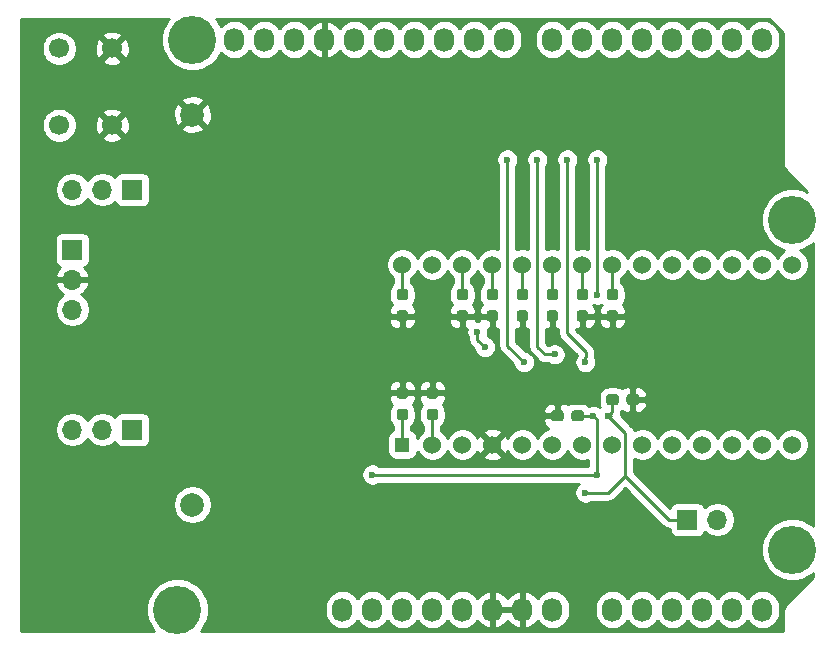
<source format=gbl>
G04 #@! TF.GenerationSoftware,KiCad,Pcbnew,5.1.12-84ad8e8a86~92~ubuntu20.04.1*
G04 #@! TF.CreationDate,2022-02-09T05:50:52+09:00*
G04 #@! TF.ProjectId,Akashi-09,416b6173-6869-42d3-9039-2e6b69636164,rev?*
G04 #@! TF.SameCoordinates,Original*
G04 #@! TF.FileFunction,Copper,L2,Bot*
G04 #@! TF.FilePolarity,Positive*
%FSLAX46Y46*%
G04 Gerber Fmt 4.6, Leading zero omitted, Abs format (unit mm)*
G04 Created by KiCad (PCBNEW 5.1.12-84ad8e8a86~92~ubuntu20.04.1) date 2022-02-09 05:50:52*
%MOMM*%
%LPD*%
G01*
G04 APERTURE LIST*
G04 #@! TA.AperFunction,ComponentPad*
%ADD10C,2.000000*%
G04 #@! TD*
G04 #@! TA.AperFunction,ComponentPad*
%ADD11O,1.700000X1.700000*%
G04 #@! TD*
G04 #@! TA.AperFunction,ComponentPad*
%ADD12R,1.700000X1.700000*%
G04 #@! TD*
G04 #@! TA.AperFunction,ComponentPad*
%ADD13C,1.524000*%
G04 #@! TD*
G04 #@! TA.AperFunction,ComponentPad*
%ADD14R,1.270000X1.270000*%
G04 #@! TD*
G04 #@! TA.AperFunction,ComponentPad*
%ADD15C,1.700000*%
G04 #@! TD*
G04 #@! TA.AperFunction,ComponentPad*
%ADD16O,1.727200X2.032000*%
G04 #@! TD*
G04 #@! TA.AperFunction,ComponentPad*
%ADD17C,4.064000*%
G04 #@! TD*
G04 #@! TA.AperFunction,ViaPad*
%ADD18C,0.600000*%
G04 #@! TD*
G04 #@! TA.AperFunction,Conductor*
%ADD19C,0.250000*%
G04 #@! TD*
G04 #@! TA.AperFunction,Conductor*
%ADD20C,0.254000*%
G04 #@! TD*
G04 #@! TA.AperFunction,Conductor*
%ADD21C,0.100000*%
G04 #@! TD*
G04 APERTURE END LIST*
D10*
G04 #@! TO.P,TP2,1*
G04 #@! TO.N,+3V3*
X126238000Y-114935000D03*
G04 #@! TD*
G04 #@! TO.P,TP1,1*
G04 #@! TO.N,GND*
X126238000Y-81915000D03*
G04 #@! TD*
D11*
G04 #@! TO.P,J2,3*
G04 #@! TO.N,Net-(J2-Pad3)*
X116078000Y-98425000D03*
G04 #@! TO.P,J2,2*
G04 #@! TO.N,GND*
X116078000Y-95885000D03*
D12*
G04 #@! TO.P,J2,1*
G04 #@! TO.N,Net-(J2-Pad1)*
X116078000Y-93345000D03*
G04 #@! TD*
D13*
G04 #@! TO.P,J1,28*
G04 #@! TO.N,/D_2*
X144018000Y-94615000D03*
G04 #@! TO.P,J1,27*
G04 #@! TO.N,Net-(J1-Pad27)*
X146558000Y-94615000D03*
G04 #@! TO.P,J1,26*
G04 #@! TO.N,/D_3*
X149098000Y-94615000D03*
G04 #@! TO.P,J1,25*
G04 #@! TO.N,/D_4*
X151638000Y-94615000D03*
G04 #@! TO.P,J1,24*
G04 #@! TO.N,/D_5*
X154178000Y-94615000D03*
G04 #@! TO.P,J1,23*
G04 #@! TO.N,/D_6*
X156718000Y-94615000D03*
G04 #@! TO.P,J1,22*
G04 #@! TO.N,/D_7*
X159258000Y-94615000D03*
G04 #@! TO.P,J1,21*
G04 #@! TO.N,/D_8*
X161798000Y-94615000D03*
G04 #@! TO.P,J1,20*
G04 #@! TO.N,Net-(J1-Pad20)*
X164338000Y-94615000D03*
G04 #@! TO.P,J1,19*
G04 #@! TO.N,/KEY3*
X166878000Y-94615000D03*
G04 #@! TO.P,J1,18*
G04 #@! TO.N,/KEY2*
X169418000Y-94615000D03*
G04 #@! TO.P,J1,17*
G04 #@! TO.N,/KEY1*
X171958000Y-94615000D03*
G04 #@! TO.P,J1,16*
G04 #@! TO.N,Net-(J1-Pad16)*
X174498000Y-94615000D03*
G04 #@! TO.P,J1,15*
G04 #@! TO.N,Net-(J1-Pad15)*
X177038000Y-94615000D03*
G04 #@! TO.P,J1,14*
G04 #@! TO.N,/+25V*
X177038000Y-109855000D03*
G04 #@! TO.P,J1,13*
G04 #@! TO.N,/SEG_DP*
X174498000Y-109855000D03*
G04 #@! TO.P,J1,12*
G04 #@! TO.N,/SEG_D*
X171958000Y-109855000D03*
G04 #@! TO.P,J1,11*
G04 #@! TO.N,/SEG_C*
X169418000Y-109855000D03*
G04 #@! TO.P,J1,10*
G04 #@! TO.N,/SEG_E*
X166878000Y-109855000D03*
G04 #@! TO.P,J1,9*
G04 #@! TO.N,/SEG_G*
X164338000Y-109855000D03*
G04 #@! TO.P,J1,8*
G04 #@! TO.N,/SEG_B*
X161798000Y-109855000D03*
G04 #@! TO.P,J1,7*
G04 #@! TO.N,/SEG_F*
X159258000Y-109855000D03*
G04 #@! TO.P,J1,6*
G04 #@! TO.N,/SEG_A*
X156718000Y-109855000D03*
G04 #@! TO.P,J1,5*
G04 #@! TO.N,Net-(J1-Pad5)*
X154178000Y-109855000D03*
G04 #@! TO.P,J1,4*
G04 #@! TO.N,GND*
X151638000Y-109855000D03*
G04 #@! TO.P,J1,3*
G04 #@! TO.N,Net-(J1-Pad3)*
X149098000Y-109855000D03*
G04 #@! TO.P,J1,2*
G04 #@! TO.N,/D_0*
X146558000Y-109855000D03*
D14*
G04 #@! TO.P,J1,1*
G04 #@! TO.N,/D_1*
X144018000Y-109855000D03*
G04 #@! TD*
D11*
G04 #@! TO.P,JP3,2*
G04 #@! TO.N,/+25V*
X170688000Y-116205000D03*
D12*
G04 #@! TO.P,JP3,1*
G04 #@! TO.N,/VBB*
X168148000Y-116205000D03*
G04 #@! TD*
D15*
G04 #@! TO.P,SW1,1*
G04 #@! TO.N,GND*
X119448000Y-76315000D03*
G04 #@! TO.P,SW1,2*
X119448000Y-82815000D03*
G04 #@! TO.P,SW1,3*
G04 #@! TO.N,/nRESET*
X114948000Y-76315000D03*
G04 #@! TO.P,SW1,4*
X114948000Y-82815000D03*
G04 #@! TD*
D11*
G04 #@! TO.P,JP2,3*
G04 #@! TO.N,Net-(J2-Pad1)*
X116078000Y-88265000D03*
G04 #@! TO.P,JP2,2*
G04 #@! TO.N,+3V3*
X118618000Y-88265000D03*
D12*
G04 #@! TO.P,JP2,1*
G04 #@! TO.N,Net-(C4-Pad1)*
X121158000Y-88265000D03*
G04 #@! TD*
D11*
G04 #@! TO.P,JP1,3*
G04 #@! TO.N,Net-(J2-Pad3)*
X116078000Y-108585000D03*
G04 #@! TO.P,JP1,2*
G04 #@! TO.N,/VBB*
X118618000Y-108585000D03*
D12*
G04 #@! TO.P,JP1,1*
G04 #@! TO.N,Net-(JP1-Pad1)*
X121158000Y-108585000D03*
G04 #@! TD*
G04 #@! TO.P,C2,2*
G04 #@! TO.N,GND*
G04 #@! TA.AperFunction,SMDPad,CuDef*
G36*
G01*
X157670500Y-107187500D02*
X157670500Y-107662500D01*
G75*
G02*
X157433000Y-107900000I-237500J0D01*
G01*
X156833000Y-107900000D01*
G75*
G02*
X156595500Y-107662500I0J237500D01*
G01*
X156595500Y-107187500D01*
G75*
G02*
X156833000Y-106950000I237500J0D01*
G01*
X157433000Y-106950000D01*
G75*
G02*
X157670500Y-107187500I0J-237500D01*
G01*
G37*
G04 #@! TD.AperFunction*
G04 #@! TO.P,C2,1*
G04 #@! TO.N,+3V3*
G04 #@! TA.AperFunction,SMDPad,CuDef*
G36*
G01*
X159395500Y-107187500D02*
X159395500Y-107662500D01*
G75*
G02*
X159158000Y-107900000I-237500J0D01*
G01*
X158558000Y-107900000D01*
G75*
G02*
X158320500Y-107662500I0J237500D01*
G01*
X158320500Y-107187500D01*
G75*
G02*
X158558000Y-106950000I237500J0D01*
G01*
X159158000Y-106950000D01*
G75*
G02*
X159395500Y-107187500I0J-237500D01*
G01*
G37*
G04 #@! TD.AperFunction*
G04 #@! TD*
G04 #@! TO.P,C1,2*
G04 #@! TO.N,GND*
G04 #@! TA.AperFunction,SMDPad,CuDef*
G36*
G01*
X162985500Y-106282500D02*
X162985500Y-105807500D01*
G75*
G02*
X163223000Y-105570000I237500J0D01*
G01*
X163823000Y-105570000D01*
G75*
G02*
X164060500Y-105807500I0J-237500D01*
G01*
X164060500Y-106282500D01*
G75*
G02*
X163823000Y-106520000I-237500J0D01*
G01*
X163223000Y-106520000D01*
G75*
G02*
X162985500Y-106282500I0J237500D01*
G01*
G37*
G04 #@! TD.AperFunction*
G04 #@! TO.P,C1,1*
G04 #@! TO.N,/VBB*
G04 #@! TA.AperFunction,SMDPad,CuDef*
G36*
G01*
X161260500Y-106282500D02*
X161260500Y-105807500D01*
G75*
G02*
X161498000Y-105570000I237500J0D01*
G01*
X162098000Y-105570000D01*
G75*
G02*
X162335500Y-105807500I0J-237500D01*
G01*
X162335500Y-106282500D01*
G75*
G02*
X162098000Y-106520000I-237500J0D01*
G01*
X161498000Y-106520000D01*
G75*
G02*
X161260500Y-106282500I0J237500D01*
G01*
G37*
G04 #@! TD.AperFunction*
G04 #@! TD*
G04 #@! TO.P,R1,2*
G04 #@! TO.N,GND*
G04 #@! TA.AperFunction,SMDPad,CuDef*
G36*
G01*
X146795500Y-105977500D02*
X146320500Y-105977500D01*
G75*
G02*
X146083000Y-105740000I0J237500D01*
G01*
X146083000Y-105240000D01*
G75*
G02*
X146320500Y-105002500I237500J0D01*
G01*
X146795500Y-105002500D01*
G75*
G02*
X147033000Y-105240000I0J-237500D01*
G01*
X147033000Y-105740000D01*
G75*
G02*
X146795500Y-105977500I-237500J0D01*
G01*
G37*
G04 #@! TD.AperFunction*
G04 #@! TO.P,R1,1*
G04 #@! TO.N,/D_0*
G04 #@! TA.AperFunction,SMDPad,CuDef*
G36*
G01*
X146795500Y-107802500D02*
X146320500Y-107802500D01*
G75*
G02*
X146083000Y-107565000I0J237500D01*
G01*
X146083000Y-107065000D01*
G75*
G02*
X146320500Y-106827500I237500J0D01*
G01*
X146795500Y-106827500D01*
G75*
G02*
X147033000Y-107065000I0J-237500D01*
G01*
X147033000Y-107565000D01*
G75*
G02*
X146795500Y-107802500I-237500J0D01*
G01*
G37*
G04 #@! TD.AperFunction*
G04 #@! TD*
G04 #@! TO.P,R2,2*
G04 #@! TO.N,GND*
G04 #@! TA.AperFunction,SMDPad,CuDef*
G36*
G01*
X144255500Y-105977500D02*
X143780500Y-105977500D01*
G75*
G02*
X143543000Y-105740000I0J237500D01*
G01*
X143543000Y-105240000D01*
G75*
G02*
X143780500Y-105002500I237500J0D01*
G01*
X144255500Y-105002500D01*
G75*
G02*
X144493000Y-105240000I0J-237500D01*
G01*
X144493000Y-105740000D01*
G75*
G02*
X144255500Y-105977500I-237500J0D01*
G01*
G37*
G04 #@! TD.AperFunction*
G04 #@! TO.P,R2,1*
G04 #@! TO.N,/D_1*
G04 #@! TA.AperFunction,SMDPad,CuDef*
G36*
G01*
X144255500Y-107802500D02*
X143780500Y-107802500D01*
G75*
G02*
X143543000Y-107565000I0J237500D01*
G01*
X143543000Y-107065000D01*
G75*
G02*
X143780500Y-106827500I237500J0D01*
G01*
X144255500Y-106827500D01*
G75*
G02*
X144493000Y-107065000I0J-237500D01*
G01*
X144493000Y-107565000D01*
G75*
G02*
X144255500Y-107802500I-237500J0D01*
G01*
G37*
G04 #@! TD.AperFunction*
G04 #@! TD*
G04 #@! TO.P,R9,2*
G04 #@! TO.N,GND*
G04 #@! TA.AperFunction,SMDPad,CuDef*
G36*
G01*
X161560500Y-98492500D02*
X162035500Y-98492500D01*
G75*
G02*
X162273000Y-98730000I0J-237500D01*
G01*
X162273000Y-99230000D01*
G75*
G02*
X162035500Y-99467500I-237500J0D01*
G01*
X161560500Y-99467500D01*
G75*
G02*
X161323000Y-99230000I0J237500D01*
G01*
X161323000Y-98730000D01*
G75*
G02*
X161560500Y-98492500I237500J0D01*
G01*
G37*
G04 #@! TD.AperFunction*
G04 #@! TO.P,R9,1*
G04 #@! TO.N,/D_8*
G04 #@! TA.AperFunction,SMDPad,CuDef*
G36*
G01*
X161560500Y-96667500D02*
X162035500Y-96667500D01*
G75*
G02*
X162273000Y-96905000I0J-237500D01*
G01*
X162273000Y-97405000D01*
G75*
G02*
X162035500Y-97642500I-237500J0D01*
G01*
X161560500Y-97642500D01*
G75*
G02*
X161323000Y-97405000I0J237500D01*
G01*
X161323000Y-96905000D01*
G75*
G02*
X161560500Y-96667500I237500J0D01*
G01*
G37*
G04 #@! TD.AperFunction*
G04 #@! TD*
G04 #@! TO.P,R8,2*
G04 #@! TO.N,GND*
G04 #@! TA.AperFunction,SMDPad,CuDef*
G36*
G01*
X159020500Y-98492500D02*
X159495500Y-98492500D01*
G75*
G02*
X159733000Y-98730000I0J-237500D01*
G01*
X159733000Y-99230000D01*
G75*
G02*
X159495500Y-99467500I-237500J0D01*
G01*
X159020500Y-99467500D01*
G75*
G02*
X158783000Y-99230000I0J237500D01*
G01*
X158783000Y-98730000D01*
G75*
G02*
X159020500Y-98492500I237500J0D01*
G01*
G37*
G04 #@! TD.AperFunction*
G04 #@! TO.P,R8,1*
G04 #@! TO.N,/D_7*
G04 #@! TA.AperFunction,SMDPad,CuDef*
G36*
G01*
X159020500Y-96667500D02*
X159495500Y-96667500D01*
G75*
G02*
X159733000Y-96905000I0J-237500D01*
G01*
X159733000Y-97405000D01*
G75*
G02*
X159495500Y-97642500I-237500J0D01*
G01*
X159020500Y-97642500D01*
G75*
G02*
X158783000Y-97405000I0J237500D01*
G01*
X158783000Y-96905000D01*
G75*
G02*
X159020500Y-96667500I237500J0D01*
G01*
G37*
G04 #@! TD.AperFunction*
G04 #@! TD*
G04 #@! TO.P,R7,2*
G04 #@! TO.N,GND*
G04 #@! TA.AperFunction,SMDPad,CuDef*
G36*
G01*
X156480500Y-98492500D02*
X156955500Y-98492500D01*
G75*
G02*
X157193000Y-98730000I0J-237500D01*
G01*
X157193000Y-99230000D01*
G75*
G02*
X156955500Y-99467500I-237500J0D01*
G01*
X156480500Y-99467500D01*
G75*
G02*
X156243000Y-99230000I0J237500D01*
G01*
X156243000Y-98730000D01*
G75*
G02*
X156480500Y-98492500I237500J0D01*
G01*
G37*
G04 #@! TD.AperFunction*
G04 #@! TO.P,R7,1*
G04 #@! TO.N,/D_6*
G04 #@! TA.AperFunction,SMDPad,CuDef*
G36*
G01*
X156480500Y-96667500D02*
X156955500Y-96667500D01*
G75*
G02*
X157193000Y-96905000I0J-237500D01*
G01*
X157193000Y-97405000D01*
G75*
G02*
X156955500Y-97642500I-237500J0D01*
G01*
X156480500Y-97642500D01*
G75*
G02*
X156243000Y-97405000I0J237500D01*
G01*
X156243000Y-96905000D01*
G75*
G02*
X156480500Y-96667500I237500J0D01*
G01*
G37*
G04 #@! TD.AperFunction*
G04 #@! TD*
G04 #@! TO.P,R6,2*
G04 #@! TO.N,GND*
G04 #@! TA.AperFunction,SMDPad,CuDef*
G36*
G01*
X153940500Y-98492500D02*
X154415500Y-98492500D01*
G75*
G02*
X154653000Y-98730000I0J-237500D01*
G01*
X154653000Y-99230000D01*
G75*
G02*
X154415500Y-99467500I-237500J0D01*
G01*
X153940500Y-99467500D01*
G75*
G02*
X153703000Y-99230000I0J237500D01*
G01*
X153703000Y-98730000D01*
G75*
G02*
X153940500Y-98492500I237500J0D01*
G01*
G37*
G04 #@! TD.AperFunction*
G04 #@! TO.P,R6,1*
G04 #@! TO.N,/D_5*
G04 #@! TA.AperFunction,SMDPad,CuDef*
G36*
G01*
X153940500Y-96667500D02*
X154415500Y-96667500D01*
G75*
G02*
X154653000Y-96905000I0J-237500D01*
G01*
X154653000Y-97405000D01*
G75*
G02*
X154415500Y-97642500I-237500J0D01*
G01*
X153940500Y-97642500D01*
G75*
G02*
X153703000Y-97405000I0J237500D01*
G01*
X153703000Y-96905000D01*
G75*
G02*
X153940500Y-96667500I237500J0D01*
G01*
G37*
G04 #@! TD.AperFunction*
G04 #@! TD*
G04 #@! TO.P,R5,2*
G04 #@! TO.N,GND*
G04 #@! TA.AperFunction,SMDPad,CuDef*
G36*
G01*
X151400500Y-98492500D02*
X151875500Y-98492500D01*
G75*
G02*
X152113000Y-98730000I0J-237500D01*
G01*
X152113000Y-99230000D01*
G75*
G02*
X151875500Y-99467500I-237500J0D01*
G01*
X151400500Y-99467500D01*
G75*
G02*
X151163000Y-99230000I0J237500D01*
G01*
X151163000Y-98730000D01*
G75*
G02*
X151400500Y-98492500I237500J0D01*
G01*
G37*
G04 #@! TD.AperFunction*
G04 #@! TO.P,R5,1*
G04 #@! TO.N,/D_4*
G04 #@! TA.AperFunction,SMDPad,CuDef*
G36*
G01*
X151400500Y-96667500D02*
X151875500Y-96667500D01*
G75*
G02*
X152113000Y-96905000I0J-237500D01*
G01*
X152113000Y-97405000D01*
G75*
G02*
X151875500Y-97642500I-237500J0D01*
G01*
X151400500Y-97642500D01*
G75*
G02*
X151163000Y-97405000I0J237500D01*
G01*
X151163000Y-96905000D01*
G75*
G02*
X151400500Y-96667500I237500J0D01*
G01*
G37*
G04 #@! TD.AperFunction*
G04 #@! TD*
G04 #@! TO.P,R4,2*
G04 #@! TO.N,GND*
G04 #@! TA.AperFunction,SMDPad,CuDef*
G36*
G01*
X148860500Y-98492500D02*
X149335500Y-98492500D01*
G75*
G02*
X149573000Y-98730000I0J-237500D01*
G01*
X149573000Y-99230000D01*
G75*
G02*
X149335500Y-99467500I-237500J0D01*
G01*
X148860500Y-99467500D01*
G75*
G02*
X148623000Y-99230000I0J237500D01*
G01*
X148623000Y-98730000D01*
G75*
G02*
X148860500Y-98492500I237500J0D01*
G01*
G37*
G04 #@! TD.AperFunction*
G04 #@! TO.P,R4,1*
G04 #@! TO.N,/D_3*
G04 #@! TA.AperFunction,SMDPad,CuDef*
G36*
G01*
X148860500Y-96667500D02*
X149335500Y-96667500D01*
G75*
G02*
X149573000Y-96905000I0J-237500D01*
G01*
X149573000Y-97405000D01*
G75*
G02*
X149335500Y-97642500I-237500J0D01*
G01*
X148860500Y-97642500D01*
G75*
G02*
X148623000Y-97405000I0J237500D01*
G01*
X148623000Y-96905000D01*
G75*
G02*
X148860500Y-96667500I237500J0D01*
G01*
G37*
G04 #@! TD.AperFunction*
G04 #@! TD*
G04 #@! TO.P,R3,2*
G04 #@! TO.N,GND*
G04 #@! TA.AperFunction,SMDPad,CuDef*
G36*
G01*
X143780500Y-98492500D02*
X144255500Y-98492500D01*
G75*
G02*
X144493000Y-98730000I0J-237500D01*
G01*
X144493000Y-99230000D01*
G75*
G02*
X144255500Y-99467500I-237500J0D01*
G01*
X143780500Y-99467500D01*
G75*
G02*
X143543000Y-99230000I0J237500D01*
G01*
X143543000Y-98730000D01*
G75*
G02*
X143780500Y-98492500I237500J0D01*
G01*
G37*
G04 #@! TD.AperFunction*
G04 #@! TO.P,R3,1*
G04 #@! TO.N,/D_2*
G04 #@! TA.AperFunction,SMDPad,CuDef*
G36*
G01*
X143780500Y-96667500D02*
X144255500Y-96667500D01*
G75*
G02*
X144493000Y-96905000I0J-237500D01*
G01*
X144493000Y-97405000D01*
G75*
G02*
X144255500Y-97642500I-237500J0D01*
G01*
X143780500Y-97642500D01*
G75*
G02*
X143543000Y-97405000I0J237500D01*
G01*
X143543000Y-96905000D01*
G75*
G02*
X143780500Y-96667500I237500J0D01*
G01*
G37*
G04 #@! TD.AperFunction*
G04 #@! TD*
D16*
G04 #@! TO.P,P1,1*
G04 #@! TO.N,Net-(P1-Pad1)*
X138938000Y-123825000D03*
G04 #@! TO.P,P1,2*
G04 #@! TO.N,Net-(P1-Pad2)*
X141478000Y-123825000D03*
G04 #@! TO.P,P1,3*
G04 #@! TO.N,/nRESET*
X144018000Y-123825000D03*
G04 #@! TO.P,P1,4*
G04 #@! TO.N,/BASE_3.3V*
X146558000Y-123825000D03*
G04 #@! TO.P,P1,5*
G04 #@! TO.N,Net-(P1-Pad5)*
X149098000Y-123825000D03*
G04 #@! TO.P,P1,6*
G04 #@! TO.N,GND*
X151638000Y-123825000D03*
G04 #@! TO.P,P1,7*
X154178000Y-123825000D03*
G04 #@! TO.P,P1,8*
G04 #@! TO.N,Net-(P1-Pad8)*
X156718000Y-123825000D03*
G04 #@! TD*
G04 #@! TO.P,P2,1*
G04 #@! TO.N,Net-(P2-Pad1)*
X161798000Y-123825000D03*
G04 #@! TO.P,P2,2*
G04 #@! TO.N,Net-(P2-Pad2)*
X164338000Y-123825000D03*
G04 #@! TO.P,P2,3*
G04 #@! TO.N,Net-(P2-Pad3)*
X166878000Y-123825000D03*
G04 #@! TO.P,P2,4*
G04 #@! TO.N,Net-(P2-Pad4)*
X169418000Y-123825000D03*
G04 #@! TO.P,P2,5*
G04 #@! TO.N,Net-(P2-Pad5)*
X171958000Y-123825000D03*
G04 #@! TO.P,P2,6*
G04 #@! TO.N,Net-(P2-Pad6)*
X174498000Y-123825000D03*
G04 #@! TD*
G04 #@! TO.P,P3,1*
G04 #@! TO.N,Net-(P3-Pad1)*
X129794000Y-75565000D03*
G04 #@! TO.P,P3,2*
G04 #@! TO.N,Net-(P3-Pad2)*
X132334000Y-75565000D03*
G04 #@! TO.P,P3,3*
G04 #@! TO.N,Net-(P3-Pad3)*
X134874000Y-75565000D03*
G04 #@! TO.P,P3,4*
G04 #@! TO.N,GND*
X137414000Y-75565000D03*
G04 #@! TO.P,P3,5*
G04 #@! TO.N,/SCK*
X139954000Y-75565000D03*
G04 #@! TO.P,P3,6*
G04 #@! TO.N,/LOAD*
X142494000Y-75565000D03*
G04 #@! TO.P,P3,7*
G04 #@! TO.N,/MOSI*
X145034000Y-75565000D03*
G04 #@! TO.P,P3,8*
G04 #@! TO.N,/BLANK*
X147574000Y-75565000D03*
G04 #@! TO.P,P3,9*
G04 #@! TO.N,Net-(P3-Pad9)*
X150114000Y-75565000D03*
G04 #@! TO.P,P3,10*
G04 #@! TO.N,Net-(P3-Pad10)*
X152654000Y-75565000D03*
G04 #@! TD*
G04 #@! TO.P,P4,1*
G04 #@! TO.N,Net-(P4-Pad1)*
X156718000Y-75565000D03*
G04 #@! TO.P,P4,2*
G04 #@! TO.N,Net-(P4-Pad2)*
X159258000Y-75565000D03*
G04 #@! TO.P,P4,3*
G04 #@! TO.N,Net-(P4-Pad3)*
X161798000Y-75565000D03*
G04 #@! TO.P,P4,4*
G04 #@! TO.N,Net-(P4-Pad4)*
X164338000Y-75565000D03*
G04 #@! TO.P,P4,5*
G04 #@! TO.N,Net-(P4-Pad5)*
X166878000Y-75565000D03*
G04 #@! TO.P,P4,6*
G04 #@! TO.N,/RKEY3*
X169418000Y-75565000D03*
G04 #@! TO.P,P4,7*
G04 #@! TO.N,/RKEY2*
X171958000Y-75565000D03*
G04 #@! TO.P,P4,8*
G04 #@! TO.N,/RKEY1*
X174498000Y-75565000D03*
G04 #@! TD*
D17*
G04 #@! TO.P,P5,1*
G04 #@! TO.N,Net-(P5-Pad1)*
X124968000Y-123825000D03*
G04 #@! TD*
G04 #@! TO.P,P6,1*
G04 #@! TO.N,Net-(P6-Pad1)*
X177038000Y-118745000D03*
G04 #@! TD*
G04 #@! TO.P,P7,1*
G04 #@! TO.N,Net-(P7-Pad1)*
X126238000Y-75565000D03*
G04 #@! TD*
G04 #@! TO.P,P8,1*
G04 #@! TO.N,Net-(P8-Pad1)*
X177038000Y-90805000D03*
G04 #@! TD*
D18*
G04 #@! TO.N,GND*
X160808000Y-101575000D03*
X169258000Y-84025000D03*
X166658000Y-84025000D03*
X172508000Y-84025000D03*
X123998000Y-101015000D03*
X118798000Y-93215000D03*
G04 #@! TO.N,+3V3*
X160158000Y-107425000D03*
X160528000Y-112395000D03*
X141478000Y-112395000D03*
G04 #@! TO.N,/SCK*
X152908000Y-85725000D03*
X154308000Y-102875000D03*
G04 #@! TO.N,/LOAD*
X155448000Y-85725000D03*
X156908000Y-102225000D03*
G04 #@! TO.N,/MOSI*
X159508001Y-102874999D03*
X157988000Y-85725000D03*
G04 #@! TO.N,/BLANK*
X160528000Y-97155000D03*
X160528000Y-85725000D03*
G04 #@! TO.N,Net-(D4-Pad2)*
X150368000Y-100330000D03*
X151003000Y-101600000D03*
G04 #@! TO.N,/VBB*
X161458000Y-107425000D03*
X159508000Y-113925000D03*
G04 #@! TD*
D19*
G04 #@! TO.N,GND*
X157133000Y-107425000D02*
X156258000Y-107425000D01*
X163523000Y-106045000D02*
X164338000Y-106045000D01*
X144018000Y-98980000D02*
X144018000Y-99515000D01*
X144018000Y-99515000D02*
X143908000Y-99625000D01*
X143908000Y-99625000D02*
X143908000Y-100275000D01*
X149098000Y-98980000D02*
X149098000Y-100265000D01*
X149108000Y-100275000D02*
X149098000Y-100265000D01*
X151638000Y-98980000D02*
X151638000Y-100205000D01*
X154178000Y-98980000D02*
X154178000Y-100145000D01*
X156718000Y-98980000D02*
X156718000Y-100085000D01*
X159258000Y-98980000D02*
X159258000Y-100025000D01*
X161798000Y-98980000D02*
X161798000Y-99965000D01*
G04 #@! TO.N,+3V3*
X158858000Y-107425000D02*
X160158000Y-107425000D01*
X160457999Y-112324999D02*
X160528000Y-112395000D01*
X160457999Y-107724999D02*
X160457999Y-112324999D01*
X160158000Y-107425000D02*
X160457999Y-107724999D01*
X160528000Y-112395000D02*
X141478000Y-112395000D01*
G04 #@! TO.N,/+25V*
X176818000Y-109635000D02*
X177038000Y-109855000D01*
G04 #@! TO.N,/SCK*
X139954000Y-75565000D02*
X140025001Y-75636001D01*
X152908000Y-101475000D02*
X152908000Y-85725000D01*
X154308000Y-102875000D02*
X152908000Y-101475000D01*
G04 #@! TO.N,/LOAD*
X155448000Y-101575000D02*
X155448000Y-85725000D01*
X156058000Y-102225000D02*
X155448000Y-101575000D01*
X156908000Y-102225000D02*
X156058000Y-102225000D01*
G04 #@! TO.N,/MOSI*
X159557488Y-101999486D02*
X157988000Y-100429998D01*
X159508001Y-102874999D02*
X159557488Y-101999486D01*
X157988000Y-100429998D02*
X157988000Y-85725000D01*
G04 #@! TO.N,/BLANK*
X160528000Y-97155000D02*
X160528000Y-85725000D01*
G04 #@! TO.N,Net-(D4-Pad2)*
X150368000Y-100330000D02*
X150368000Y-100965000D01*
X150368000Y-100965000D02*
X151003000Y-101600000D01*
G04 #@! TO.N,/VBB*
X161798000Y-107085000D02*
X161458000Y-107425000D01*
X161798000Y-106045000D02*
X161798000Y-107085000D01*
X161688000Y-107425000D02*
X161458000Y-107425000D01*
X162885001Y-108852001D02*
X162885001Y-112497999D01*
X161458000Y-107425000D02*
X162885001Y-108852001D01*
X161458000Y-113925000D02*
X159508000Y-113925000D01*
X162885001Y-112497999D02*
X161458000Y-113925000D01*
X166592002Y-116205000D02*
X162885001Y-112497999D01*
X168148000Y-116205000D02*
X166592002Y-116205000D01*
G04 #@! TO.N,/D_8*
X161798000Y-97155000D02*
X161798000Y-94615000D01*
G04 #@! TO.N,/D_6*
X156718000Y-97155000D02*
X156718000Y-94615000D01*
G04 #@! TO.N,/D_4*
X151638000Y-97155000D02*
X151638000Y-94615000D01*
G04 #@! TO.N,/D_2*
X144018000Y-97155000D02*
X144018000Y-94615000D01*
G04 #@! TO.N,/D_1*
X144018000Y-107315000D02*
X144018000Y-109265000D01*
X144018000Y-109265000D02*
X143908000Y-109375000D01*
G04 #@! TO.N,/D_7*
X159258000Y-97155000D02*
X159258000Y-94615000D01*
G04 #@! TO.N,/D_5*
X154178000Y-97155000D02*
X154178000Y-94615000D01*
G04 #@! TO.N,/D_3*
X149098000Y-97155000D02*
X149098000Y-94615000D01*
G04 #@! TO.N,/D_0*
X146558000Y-107315000D02*
X146558000Y-109855000D01*
G04 #@! TD*
D20*
G04 #@! TO.N,GND*
X124166406Y-73864887D02*
X123874536Y-74301702D01*
X123673492Y-74787065D01*
X123571000Y-75302323D01*
X123571000Y-75827677D01*
X123673492Y-76342935D01*
X123874536Y-76828298D01*
X124166406Y-77265113D01*
X124537887Y-77636594D01*
X124974702Y-77928464D01*
X125460065Y-78129508D01*
X125975323Y-78232000D01*
X126500677Y-78232000D01*
X127015935Y-78129508D01*
X127501298Y-77928464D01*
X127938113Y-77636594D01*
X128309594Y-77265113D01*
X128601464Y-76828298D01*
X128657001Y-76694219D01*
X128729203Y-76782197D01*
X128957395Y-76969469D01*
X129217737Y-77108625D01*
X129500224Y-77194316D01*
X129794000Y-77223251D01*
X130087777Y-77194316D01*
X130370264Y-77108625D01*
X130630606Y-76969469D01*
X130858797Y-76782197D01*
X131046069Y-76554006D01*
X131064000Y-76520459D01*
X131081931Y-76554006D01*
X131269203Y-76782197D01*
X131497395Y-76969469D01*
X131757737Y-77108625D01*
X132040224Y-77194316D01*
X132334000Y-77223251D01*
X132627777Y-77194316D01*
X132910264Y-77108625D01*
X133170606Y-76969469D01*
X133398797Y-76782197D01*
X133586069Y-76554006D01*
X133604000Y-76520459D01*
X133621931Y-76554006D01*
X133809203Y-76782197D01*
X134037395Y-76969469D01*
X134297737Y-77108625D01*
X134580224Y-77194316D01*
X134874000Y-77223251D01*
X135167777Y-77194316D01*
X135450264Y-77108625D01*
X135710606Y-76969469D01*
X135938797Y-76782197D01*
X136126069Y-76554006D01*
X136147424Y-76514053D01*
X136295514Y-76716729D01*
X136511965Y-76915733D01*
X136763081Y-77068686D01*
X137039211Y-77169709D01*
X137054974Y-77172358D01*
X137287000Y-77051217D01*
X137287000Y-75692000D01*
X137267000Y-75692000D01*
X137267000Y-75438000D01*
X137287000Y-75438000D01*
X137287000Y-74078783D01*
X137541000Y-74078783D01*
X137541000Y-75438000D01*
X137561000Y-75438000D01*
X137561000Y-75692000D01*
X137541000Y-75692000D01*
X137541000Y-77051217D01*
X137773026Y-77172358D01*
X137788789Y-77169709D01*
X138064919Y-77068686D01*
X138316035Y-76915733D01*
X138532486Y-76716729D01*
X138680576Y-76514053D01*
X138701931Y-76554006D01*
X138889203Y-76782197D01*
X139117395Y-76969469D01*
X139377737Y-77108625D01*
X139660224Y-77194316D01*
X139954000Y-77223251D01*
X140247777Y-77194316D01*
X140530264Y-77108625D01*
X140790606Y-76969469D01*
X141018797Y-76782197D01*
X141206069Y-76554006D01*
X141224000Y-76520459D01*
X141241931Y-76554006D01*
X141429203Y-76782197D01*
X141657395Y-76969469D01*
X141917737Y-77108625D01*
X142200224Y-77194316D01*
X142494000Y-77223251D01*
X142787777Y-77194316D01*
X143070264Y-77108625D01*
X143330606Y-76969469D01*
X143558797Y-76782197D01*
X143746069Y-76554006D01*
X143764000Y-76520459D01*
X143781931Y-76554006D01*
X143969203Y-76782197D01*
X144197395Y-76969469D01*
X144457737Y-77108625D01*
X144740224Y-77194316D01*
X145034000Y-77223251D01*
X145327777Y-77194316D01*
X145610264Y-77108625D01*
X145870606Y-76969469D01*
X146098797Y-76782197D01*
X146286069Y-76554006D01*
X146304000Y-76520459D01*
X146321931Y-76554006D01*
X146509203Y-76782197D01*
X146737395Y-76969469D01*
X146997737Y-77108625D01*
X147280224Y-77194316D01*
X147574000Y-77223251D01*
X147867777Y-77194316D01*
X148150264Y-77108625D01*
X148410606Y-76969469D01*
X148638797Y-76782197D01*
X148826069Y-76554006D01*
X148844000Y-76520459D01*
X148861931Y-76554006D01*
X149049203Y-76782197D01*
X149277395Y-76969469D01*
X149537737Y-77108625D01*
X149820224Y-77194316D01*
X150114000Y-77223251D01*
X150407777Y-77194316D01*
X150690264Y-77108625D01*
X150950606Y-76969469D01*
X151178797Y-76782197D01*
X151366069Y-76554006D01*
X151384000Y-76520459D01*
X151401931Y-76554006D01*
X151589203Y-76782197D01*
X151817395Y-76969469D01*
X152077737Y-77108625D01*
X152360224Y-77194316D01*
X152654000Y-77223251D01*
X152947777Y-77194316D01*
X153230264Y-77108625D01*
X153490606Y-76969469D01*
X153718797Y-76782197D01*
X153906069Y-76554006D01*
X154045225Y-76293663D01*
X154130916Y-76011176D01*
X154152600Y-75791018D01*
X154152600Y-75338982D01*
X155219400Y-75338982D01*
X155219400Y-75791019D01*
X155241084Y-76011177D01*
X155326775Y-76293664D01*
X155465931Y-76554006D01*
X155653203Y-76782197D01*
X155881395Y-76969469D01*
X156141737Y-77108625D01*
X156424224Y-77194316D01*
X156718000Y-77223251D01*
X157011777Y-77194316D01*
X157294264Y-77108625D01*
X157554606Y-76969469D01*
X157782797Y-76782197D01*
X157970069Y-76554006D01*
X157988000Y-76520459D01*
X158005931Y-76554006D01*
X158193203Y-76782197D01*
X158421395Y-76969469D01*
X158681737Y-77108625D01*
X158964224Y-77194316D01*
X159258000Y-77223251D01*
X159551777Y-77194316D01*
X159834264Y-77108625D01*
X160094606Y-76969469D01*
X160322797Y-76782197D01*
X160510069Y-76554006D01*
X160528000Y-76520459D01*
X160545931Y-76554006D01*
X160733203Y-76782197D01*
X160961395Y-76969469D01*
X161221737Y-77108625D01*
X161504224Y-77194316D01*
X161798000Y-77223251D01*
X162091777Y-77194316D01*
X162374264Y-77108625D01*
X162634606Y-76969469D01*
X162862797Y-76782197D01*
X163050069Y-76554006D01*
X163068000Y-76520459D01*
X163085931Y-76554006D01*
X163273203Y-76782197D01*
X163501395Y-76969469D01*
X163761737Y-77108625D01*
X164044224Y-77194316D01*
X164338000Y-77223251D01*
X164631777Y-77194316D01*
X164914264Y-77108625D01*
X165174606Y-76969469D01*
X165402797Y-76782197D01*
X165590069Y-76554006D01*
X165608000Y-76520459D01*
X165625931Y-76554006D01*
X165813203Y-76782197D01*
X166041395Y-76969469D01*
X166301737Y-77108625D01*
X166584224Y-77194316D01*
X166878000Y-77223251D01*
X167171777Y-77194316D01*
X167454264Y-77108625D01*
X167714606Y-76969469D01*
X167942797Y-76782197D01*
X168130069Y-76554006D01*
X168148000Y-76520459D01*
X168165931Y-76554006D01*
X168353203Y-76782197D01*
X168581395Y-76969469D01*
X168841737Y-77108625D01*
X169124224Y-77194316D01*
X169418000Y-77223251D01*
X169711777Y-77194316D01*
X169994264Y-77108625D01*
X170254606Y-76969469D01*
X170482797Y-76782197D01*
X170670069Y-76554006D01*
X170688000Y-76520459D01*
X170705931Y-76554006D01*
X170893203Y-76782197D01*
X171121395Y-76969469D01*
X171381737Y-77108625D01*
X171664224Y-77194316D01*
X171958000Y-77223251D01*
X172251777Y-77194316D01*
X172534264Y-77108625D01*
X172794606Y-76969469D01*
X173022797Y-76782197D01*
X173210069Y-76554006D01*
X173228000Y-76520459D01*
X173245931Y-76554006D01*
X173433203Y-76782197D01*
X173661395Y-76969469D01*
X173921737Y-77108625D01*
X174204224Y-77194316D01*
X174498000Y-77223251D01*
X174791777Y-77194316D01*
X175074264Y-77108625D01*
X175334606Y-76969469D01*
X175562797Y-76782197D01*
X175750069Y-76554006D01*
X175889225Y-76293663D01*
X175974916Y-76011176D01*
X175996600Y-75791018D01*
X175996600Y-75338981D01*
X175974916Y-75118823D01*
X175889225Y-74836336D01*
X175750069Y-74575994D01*
X175562797Y-74347803D01*
X175334605Y-74160531D01*
X175074263Y-74021375D01*
X174791776Y-73935684D01*
X174498000Y-73906749D01*
X174204223Y-73935684D01*
X173921736Y-74021375D01*
X173661394Y-74160531D01*
X173433203Y-74347803D01*
X173245931Y-74575995D01*
X173228000Y-74609541D01*
X173210069Y-74575994D01*
X173022797Y-74347803D01*
X172794605Y-74160531D01*
X172534263Y-74021375D01*
X172251776Y-73935684D01*
X171958000Y-73906749D01*
X171664223Y-73935684D01*
X171381736Y-74021375D01*
X171121394Y-74160531D01*
X170893203Y-74347803D01*
X170705931Y-74575995D01*
X170688000Y-74609541D01*
X170670069Y-74575994D01*
X170482797Y-74347803D01*
X170254605Y-74160531D01*
X169994263Y-74021375D01*
X169711776Y-73935684D01*
X169418000Y-73906749D01*
X169124223Y-73935684D01*
X168841736Y-74021375D01*
X168581394Y-74160531D01*
X168353203Y-74347803D01*
X168165931Y-74575995D01*
X168148000Y-74609541D01*
X168130069Y-74575994D01*
X167942797Y-74347803D01*
X167714605Y-74160531D01*
X167454263Y-74021375D01*
X167171776Y-73935684D01*
X166878000Y-73906749D01*
X166584223Y-73935684D01*
X166301736Y-74021375D01*
X166041394Y-74160531D01*
X165813203Y-74347803D01*
X165625931Y-74575995D01*
X165608000Y-74609541D01*
X165590069Y-74575994D01*
X165402797Y-74347803D01*
X165174605Y-74160531D01*
X164914263Y-74021375D01*
X164631776Y-73935684D01*
X164338000Y-73906749D01*
X164044223Y-73935684D01*
X163761736Y-74021375D01*
X163501394Y-74160531D01*
X163273203Y-74347803D01*
X163085931Y-74575995D01*
X163068000Y-74609541D01*
X163050069Y-74575994D01*
X162862797Y-74347803D01*
X162634605Y-74160531D01*
X162374263Y-74021375D01*
X162091776Y-73935684D01*
X161798000Y-73906749D01*
X161504223Y-73935684D01*
X161221736Y-74021375D01*
X160961394Y-74160531D01*
X160733203Y-74347803D01*
X160545931Y-74575995D01*
X160528000Y-74609541D01*
X160510069Y-74575994D01*
X160322797Y-74347803D01*
X160094605Y-74160531D01*
X159834263Y-74021375D01*
X159551776Y-73935684D01*
X159258000Y-73906749D01*
X158964223Y-73935684D01*
X158681736Y-74021375D01*
X158421394Y-74160531D01*
X158193203Y-74347803D01*
X158005931Y-74575995D01*
X157988000Y-74609541D01*
X157970069Y-74575994D01*
X157782797Y-74347803D01*
X157554605Y-74160531D01*
X157294263Y-74021375D01*
X157011776Y-73935684D01*
X156718000Y-73906749D01*
X156424223Y-73935684D01*
X156141736Y-74021375D01*
X155881394Y-74160531D01*
X155653203Y-74347803D01*
X155465931Y-74575995D01*
X155326775Y-74836337D01*
X155241084Y-75118824D01*
X155219400Y-75338982D01*
X154152600Y-75338982D01*
X154152600Y-75338981D01*
X154130916Y-75118823D01*
X154045225Y-74836336D01*
X153906069Y-74575994D01*
X153718797Y-74347803D01*
X153490605Y-74160531D01*
X153230263Y-74021375D01*
X152947776Y-73935684D01*
X152654000Y-73906749D01*
X152360223Y-73935684D01*
X152077736Y-74021375D01*
X151817394Y-74160531D01*
X151589203Y-74347803D01*
X151401931Y-74575995D01*
X151384000Y-74609541D01*
X151366069Y-74575994D01*
X151178797Y-74347803D01*
X150950605Y-74160531D01*
X150690263Y-74021375D01*
X150407776Y-73935684D01*
X150114000Y-73906749D01*
X149820223Y-73935684D01*
X149537736Y-74021375D01*
X149277394Y-74160531D01*
X149049203Y-74347803D01*
X148861931Y-74575995D01*
X148844000Y-74609541D01*
X148826069Y-74575994D01*
X148638797Y-74347803D01*
X148410605Y-74160531D01*
X148150263Y-74021375D01*
X147867776Y-73935684D01*
X147574000Y-73906749D01*
X147280223Y-73935684D01*
X146997736Y-74021375D01*
X146737394Y-74160531D01*
X146509203Y-74347803D01*
X146321931Y-74575995D01*
X146304000Y-74609541D01*
X146286069Y-74575994D01*
X146098797Y-74347803D01*
X145870605Y-74160531D01*
X145610263Y-74021375D01*
X145327776Y-73935684D01*
X145034000Y-73906749D01*
X144740223Y-73935684D01*
X144457736Y-74021375D01*
X144197394Y-74160531D01*
X143969203Y-74347803D01*
X143781931Y-74575995D01*
X143764000Y-74609541D01*
X143746069Y-74575994D01*
X143558797Y-74347803D01*
X143330605Y-74160531D01*
X143070263Y-74021375D01*
X142787776Y-73935684D01*
X142494000Y-73906749D01*
X142200223Y-73935684D01*
X141917736Y-74021375D01*
X141657394Y-74160531D01*
X141429203Y-74347803D01*
X141241931Y-74575995D01*
X141224000Y-74609541D01*
X141206069Y-74575994D01*
X141018797Y-74347803D01*
X140790605Y-74160531D01*
X140530263Y-74021375D01*
X140247776Y-73935684D01*
X139954000Y-73906749D01*
X139660223Y-73935684D01*
X139377736Y-74021375D01*
X139117394Y-74160531D01*
X138889203Y-74347803D01*
X138701931Y-74575995D01*
X138680576Y-74615947D01*
X138532486Y-74413271D01*
X138316035Y-74214267D01*
X138064919Y-74061314D01*
X137788789Y-73960291D01*
X137773026Y-73957642D01*
X137541000Y-74078783D01*
X137287000Y-74078783D01*
X137054974Y-73957642D01*
X137039211Y-73960291D01*
X136763081Y-74061314D01*
X136511965Y-74214267D01*
X136295514Y-74413271D01*
X136147424Y-74615947D01*
X136126069Y-74575994D01*
X135938797Y-74347803D01*
X135710605Y-74160531D01*
X135450263Y-74021375D01*
X135167776Y-73935684D01*
X134874000Y-73906749D01*
X134580223Y-73935684D01*
X134297736Y-74021375D01*
X134037394Y-74160531D01*
X133809203Y-74347803D01*
X133621931Y-74575995D01*
X133604000Y-74609541D01*
X133586069Y-74575994D01*
X133398797Y-74347803D01*
X133170605Y-74160531D01*
X132910263Y-74021375D01*
X132627776Y-73935684D01*
X132334000Y-73906749D01*
X132040223Y-73935684D01*
X131757736Y-74021375D01*
X131497394Y-74160531D01*
X131269203Y-74347803D01*
X131081931Y-74575995D01*
X131064000Y-74609541D01*
X131046069Y-74575994D01*
X130858797Y-74347803D01*
X130630605Y-74160531D01*
X130370263Y-74021375D01*
X130087776Y-73935684D01*
X129794000Y-73906749D01*
X129500223Y-73935684D01*
X129217736Y-74021375D01*
X128957394Y-74160531D01*
X128729203Y-74347803D01*
X128657001Y-74435781D01*
X128601464Y-74301702D01*
X128309594Y-73864887D01*
X128231707Y-73787000D01*
X175080394Y-73787000D01*
X176276000Y-74982606D01*
X176276000Y-86360000D01*
X176278440Y-86384776D01*
X176285667Y-86408601D01*
X176297403Y-86430557D01*
X176313197Y-86449803D01*
X178312244Y-88448850D01*
X178301298Y-88441536D01*
X177815935Y-88240492D01*
X177300677Y-88138000D01*
X176775323Y-88138000D01*
X176260065Y-88240492D01*
X175774702Y-88441536D01*
X175337887Y-88733406D01*
X174966406Y-89104887D01*
X174674536Y-89541702D01*
X174473492Y-90027065D01*
X174371000Y-90542323D01*
X174371000Y-91067677D01*
X174473492Y-91582935D01*
X174674536Y-92068298D01*
X174966406Y-92505113D01*
X175337887Y-92876594D01*
X175774702Y-93168464D01*
X176260065Y-93369508D01*
X176358249Y-93389038D01*
X176147465Y-93529880D01*
X175952880Y-93724465D01*
X175799995Y-93953273D01*
X175768000Y-94030515D01*
X175736005Y-93953273D01*
X175583120Y-93724465D01*
X175388535Y-93529880D01*
X175159727Y-93376995D01*
X174905490Y-93271686D01*
X174635592Y-93218000D01*
X174360408Y-93218000D01*
X174090510Y-93271686D01*
X173836273Y-93376995D01*
X173607465Y-93529880D01*
X173412880Y-93724465D01*
X173259995Y-93953273D01*
X173228000Y-94030515D01*
X173196005Y-93953273D01*
X173043120Y-93724465D01*
X172848535Y-93529880D01*
X172619727Y-93376995D01*
X172365490Y-93271686D01*
X172095592Y-93218000D01*
X171820408Y-93218000D01*
X171550510Y-93271686D01*
X171296273Y-93376995D01*
X171067465Y-93529880D01*
X170872880Y-93724465D01*
X170719995Y-93953273D01*
X170688000Y-94030515D01*
X170656005Y-93953273D01*
X170503120Y-93724465D01*
X170308535Y-93529880D01*
X170079727Y-93376995D01*
X169825490Y-93271686D01*
X169555592Y-93218000D01*
X169280408Y-93218000D01*
X169010510Y-93271686D01*
X168756273Y-93376995D01*
X168527465Y-93529880D01*
X168332880Y-93724465D01*
X168179995Y-93953273D01*
X168148000Y-94030515D01*
X168116005Y-93953273D01*
X167963120Y-93724465D01*
X167768535Y-93529880D01*
X167539727Y-93376995D01*
X167285490Y-93271686D01*
X167015592Y-93218000D01*
X166740408Y-93218000D01*
X166470510Y-93271686D01*
X166216273Y-93376995D01*
X165987465Y-93529880D01*
X165792880Y-93724465D01*
X165639995Y-93953273D01*
X165608000Y-94030515D01*
X165576005Y-93953273D01*
X165423120Y-93724465D01*
X165228535Y-93529880D01*
X164999727Y-93376995D01*
X164745490Y-93271686D01*
X164475592Y-93218000D01*
X164200408Y-93218000D01*
X163930510Y-93271686D01*
X163676273Y-93376995D01*
X163447465Y-93529880D01*
X163252880Y-93724465D01*
X163099995Y-93953273D01*
X163068000Y-94030515D01*
X163036005Y-93953273D01*
X162883120Y-93724465D01*
X162688535Y-93529880D01*
X162459727Y-93376995D01*
X162205490Y-93271686D01*
X161935592Y-93218000D01*
X161660408Y-93218000D01*
X161390510Y-93271686D01*
X161288000Y-93314147D01*
X161288000Y-86270535D01*
X161356586Y-86167889D01*
X161427068Y-85997729D01*
X161463000Y-85817089D01*
X161463000Y-85632911D01*
X161427068Y-85452271D01*
X161356586Y-85282111D01*
X161254262Y-85128972D01*
X161124028Y-84998738D01*
X160970889Y-84896414D01*
X160800729Y-84825932D01*
X160620089Y-84790000D01*
X160435911Y-84790000D01*
X160255271Y-84825932D01*
X160085111Y-84896414D01*
X159931972Y-84998738D01*
X159801738Y-85128972D01*
X159699414Y-85282111D01*
X159628932Y-85452271D01*
X159593000Y-85632911D01*
X159593000Y-85817089D01*
X159628932Y-85997729D01*
X159699414Y-86167889D01*
X159768001Y-86270537D01*
X159768000Y-93314147D01*
X159665490Y-93271686D01*
X159395592Y-93218000D01*
X159120408Y-93218000D01*
X158850510Y-93271686D01*
X158748000Y-93314147D01*
X158748000Y-86270535D01*
X158816586Y-86167889D01*
X158887068Y-85997729D01*
X158923000Y-85817089D01*
X158923000Y-85632911D01*
X158887068Y-85452271D01*
X158816586Y-85282111D01*
X158714262Y-85128972D01*
X158584028Y-84998738D01*
X158430889Y-84896414D01*
X158260729Y-84825932D01*
X158080089Y-84790000D01*
X157895911Y-84790000D01*
X157715271Y-84825932D01*
X157545111Y-84896414D01*
X157391972Y-84998738D01*
X157261738Y-85128972D01*
X157159414Y-85282111D01*
X157088932Y-85452271D01*
X157053000Y-85632911D01*
X157053000Y-85817089D01*
X157088932Y-85997729D01*
X157159414Y-86167889D01*
X157228001Y-86270537D01*
X157228000Y-93314147D01*
X157125490Y-93271686D01*
X156855592Y-93218000D01*
X156580408Y-93218000D01*
X156310510Y-93271686D01*
X156208000Y-93314147D01*
X156208000Y-86270535D01*
X156276586Y-86167889D01*
X156347068Y-85997729D01*
X156383000Y-85817089D01*
X156383000Y-85632911D01*
X156347068Y-85452271D01*
X156276586Y-85282111D01*
X156174262Y-85128972D01*
X156044028Y-84998738D01*
X155890889Y-84896414D01*
X155720729Y-84825932D01*
X155540089Y-84790000D01*
X155355911Y-84790000D01*
X155175271Y-84825932D01*
X155005111Y-84896414D01*
X154851972Y-84998738D01*
X154721738Y-85128972D01*
X154619414Y-85282111D01*
X154548932Y-85452271D01*
X154513000Y-85632911D01*
X154513000Y-85817089D01*
X154548932Y-85997729D01*
X154619414Y-86167889D01*
X154688001Y-86270537D01*
X154688001Y-93314147D01*
X154585490Y-93271686D01*
X154315592Y-93218000D01*
X154040408Y-93218000D01*
X153770510Y-93271686D01*
X153668000Y-93314147D01*
X153668000Y-86270535D01*
X153736586Y-86167889D01*
X153807068Y-85997729D01*
X153843000Y-85817089D01*
X153843000Y-85632911D01*
X153807068Y-85452271D01*
X153736586Y-85282111D01*
X153634262Y-85128972D01*
X153504028Y-84998738D01*
X153350889Y-84896414D01*
X153180729Y-84825932D01*
X153000089Y-84790000D01*
X152815911Y-84790000D01*
X152635271Y-84825932D01*
X152465111Y-84896414D01*
X152311972Y-84998738D01*
X152181738Y-85128972D01*
X152079414Y-85282111D01*
X152008932Y-85452271D01*
X151973000Y-85632911D01*
X151973000Y-85817089D01*
X152008932Y-85997729D01*
X152079414Y-86167889D01*
X152148001Y-86270537D01*
X152148001Y-93314147D01*
X152045490Y-93271686D01*
X151775592Y-93218000D01*
X151500408Y-93218000D01*
X151230510Y-93271686D01*
X150976273Y-93376995D01*
X150747465Y-93529880D01*
X150552880Y-93724465D01*
X150399995Y-93953273D01*
X150368000Y-94030515D01*
X150336005Y-93953273D01*
X150183120Y-93724465D01*
X149988535Y-93529880D01*
X149759727Y-93376995D01*
X149505490Y-93271686D01*
X149235592Y-93218000D01*
X148960408Y-93218000D01*
X148690510Y-93271686D01*
X148436273Y-93376995D01*
X148207465Y-93529880D01*
X148012880Y-93724465D01*
X147859995Y-93953273D01*
X147828000Y-94030515D01*
X147796005Y-93953273D01*
X147643120Y-93724465D01*
X147448535Y-93529880D01*
X147219727Y-93376995D01*
X146965490Y-93271686D01*
X146695592Y-93218000D01*
X146420408Y-93218000D01*
X146150510Y-93271686D01*
X145896273Y-93376995D01*
X145667465Y-93529880D01*
X145472880Y-93724465D01*
X145319995Y-93953273D01*
X145288000Y-94030515D01*
X145256005Y-93953273D01*
X145103120Y-93724465D01*
X144908535Y-93529880D01*
X144679727Y-93376995D01*
X144425490Y-93271686D01*
X144155592Y-93218000D01*
X143880408Y-93218000D01*
X143610510Y-93271686D01*
X143356273Y-93376995D01*
X143127465Y-93529880D01*
X142932880Y-93724465D01*
X142779995Y-93953273D01*
X142674686Y-94207510D01*
X142621000Y-94477408D01*
X142621000Y-94752592D01*
X142674686Y-95022490D01*
X142779995Y-95276727D01*
X142932880Y-95505535D01*
X143127465Y-95700120D01*
X143258001Y-95787341D01*
X143258000Y-96206580D01*
X143161377Y-96285877D01*
X143052488Y-96418558D01*
X142971577Y-96569933D01*
X142921752Y-96734184D01*
X142904928Y-96905000D01*
X142904928Y-97405000D01*
X142921752Y-97575816D01*
X142971577Y-97740067D01*
X143052488Y-97891442D01*
X143141812Y-98000283D01*
X143091815Y-98041315D01*
X143012463Y-98138006D01*
X142953498Y-98248320D01*
X142917188Y-98368018D01*
X142904928Y-98492500D01*
X142908000Y-98694250D01*
X143066750Y-98853000D01*
X143891000Y-98853000D01*
X143891000Y-98833000D01*
X144145000Y-98833000D01*
X144145000Y-98853000D01*
X144969250Y-98853000D01*
X145128000Y-98694250D01*
X145131072Y-98492500D01*
X145118812Y-98368018D01*
X145082502Y-98248320D01*
X145023537Y-98138006D01*
X144944185Y-98041315D01*
X144894188Y-98000283D01*
X144983512Y-97891442D01*
X145064423Y-97740067D01*
X145114248Y-97575816D01*
X145131072Y-97405000D01*
X145131072Y-96905000D01*
X145114248Y-96734184D01*
X145064423Y-96569933D01*
X144983512Y-96418558D01*
X144874623Y-96285877D01*
X144778000Y-96206580D01*
X144778000Y-95787341D01*
X144908535Y-95700120D01*
X145103120Y-95505535D01*
X145256005Y-95276727D01*
X145288000Y-95199485D01*
X145319995Y-95276727D01*
X145472880Y-95505535D01*
X145667465Y-95700120D01*
X145896273Y-95853005D01*
X146150510Y-95958314D01*
X146420408Y-96012000D01*
X146695592Y-96012000D01*
X146965490Y-95958314D01*
X147219727Y-95853005D01*
X147448535Y-95700120D01*
X147643120Y-95505535D01*
X147796005Y-95276727D01*
X147828000Y-95199485D01*
X147859995Y-95276727D01*
X148012880Y-95505535D01*
X148207465Y-95700120D01*
X148338001Y-95787341D01*
X148338000Y-96206580D01*
X148241377Y-96285877D01*
X148132488Y-96418558D01*
X148051577Y-96569933D01*
X148001752Y-96734184D01*
X147984928Y-96905000D01*
X147984928Y-97405000D01*
X148001752Y-97575816D01*
X148051577Y-97740067D01*
X148132488Y-97891442D01*
X148221812Y-98000283D01*
X148171815Y-98041315D01*
X148092463Y-98138006D01*
X148033498Y-98248320D01*
X147997188Y-98368018D01*
X147984928Y-98492500D01*
X147988000Y-98694250D01*
X148146750Y-98853000D01*
X148971000Y-98853000D01*
X148971000Y-98833000D01*
X149225000Y-98833000D01*
X149225000Y-98853000D01*
X150049250Y-98853000D01*
X150208000Y-98694250D01*
X150211072Y-98492500D01*
X150198812Y-98368018D01*
X150162502Y-98248320D01*
X150103537Y-98138006D01*
X150024185Y-98041315D01*
X149974188Y-98000283D01*
X150063512Y-97891442D01*
X150144423Y-97740067D01*
X150194248Y-97575816D01*
X150211072Y-97405000D01*
X150211072Y-96905000D01*
X150194248Y-96734184D01*
X150144423Y-96569933D01*
X150063512Y-96418558D01*
X149954623Y-96285877D01*
X149858000Y-96206580D01*
X149858000Y-95787341D01*
X149988535Y-95700120D01*
X150183120Y-95505535D01*
X150336005Y-95276727D01*
X150368000Y-95199485D01*
X150399995Y-95276727D01*
X150552880Y-95505535D01*
X150747465Y-95700120D01*
X150878001Y-95787341D01*
X150878000Y-96206580D01*
X150781377Y-96285877D01*
X150672488Y-96418558D01*
X150591577Y-96569933D01*
X150541752Y-96734184D01*
X150524928Y-96905000D01*
X150524928Y-97405000D01*
X150541752Y-97575816D01*
X150591577Y-97740067D01*
X150672488Y-97891442D01*
X150761812Y-98000283D01*
X150711815Y-98041315D01*
X150632463Y-98138006D01*
X150573498Y-98248320D01*
X150537188Y-98368018D01*
X150524928Y-98492500D01*
X150528000Y-98694250D01*
X150686750Y-98853000D01*
X151511000Y-98853000D01*
X151511000Y-98833000D01*
X151765000Y-98833000D01*
X151765000Y-98853000D01*
X151785000Y-98853000D01*
X151785000Y-99107000D01*
X151765000Y-99107000D01*
X151765000Y-99943750D01*
X151923750Y-100102500D01*
X152113000Y-100105572D01*
X152148000Y-100102125D01*
X152148000Y-101437678D01*
X152144324Y-101475000D01*
X152148000Y-101512322D01*
X152148000Y-101512332D01*
X152158997Y-101623985D01*
X152191806Y-101732143D01*
X152202454Y-101767246D01*
X152273026Y-101899276D01*
X152300500Y-101932753D01*
X152367999Y-102015001D01*
X152397003Y-102038804D01*
X153384847Y-103026649D01*
X153408932Y-103147729D01*
X153479414Y-103317889D01*
X153581738Y-103471028D01*
X153711972Y-103601262D01*
X153865111Y-103703586D01*
X154035271Y-103774068D01*
X154215911Y-103810000D01*
X154400089Y-103810000D01*
X154580729Y-103774068D01*
X154750889Y-103703586D01*
X154904028Y-103601262D01*
X155034262Y-103471028D01*
X155136586Y-103317889D01*
X155207068Y-103147729D01*
X155243000Y-102967089D01*
X155243000Y-102782911D01*
X155207068Y-102602271D01*
X155136586Y-102432111D01*
X155034262Y-102278972D01*
X154904028Y-102148738D01*
X154750889Y-102046414D01*
X154580729Y-101975932D01*
X154459649Y-101951847D01*
X153668000Y-101160199D01*
X153668000Y-100102125D01*
X153703000Y-100105572D01*
X153892250Y-100102500D01*
X154051000Y-99943750D01*
X154051000Y-99107000D01*
X154031000Y-99107000D01*
X154031000Y-98853000D01*
X154051000Y-98853000D01*
X154051000Y-98833000D01*
X154305000Y-98833000D01*
X154305000Y-98853000D01*
X154325000Y-98853000D01*
X154325000Y-99107000D01*
X154305000Y-99107000D01*
X154305000Y-99943750D01*
X154463750Y-100102500D01*
X154653000Y-100105572D01*
X154688000Y-100102125D01*
X154688000Y-101525571D01*
X154684708Y-101550769D01*
X154688000Y-101600245D01*
X154688000Y-101612332D01*
X154690479Y-101637498D01*
X154694647Y-101700145D01*
X154697805Y-101711885D01*
X154698997Y-101723985D01*
X154717227Y-101784082D01*
X154733537Y-101844712D01*
X154738924Y-101855608D01*
X154742454Y-101867246D01*
X154772064Y-101922641D01*
X154799884Y-101978914D01*
X154807294Y-101988551D01*
X154813026Y-101999275D01*
X154852865Y-102047819D01*
X154868271Y-102067856D01*
X154876537Y-102076664D01*
X154907999Y-102115001D01*
X154927647Y-102131126D01*
X155486544Y-102726674D01*
X155517999Y-102765001D01*
X155566532Y-102804831D01*
X155613789Y-102846191D01*
X155624324Y-102852259D01*
X155633724Y-102859974D01*
X155689112Y-102889580D01*
X155743513Y-102920917D01*
X155755027Y-102924813D01*
X155765753Y-102930546D01*
X155825857Y-102948778D01*
X155885322Y-102968898D01*
X155897376Y-102970473D01*
X155909014Y-102974003D01*
X155971535Y-102980161D01*
X156033768Y-102988291D01*
X156083229Y-102985000D01*
X156362465Y-102985000D01*
X156465111Y-103053586D01*
X156635271Y-103124068D01*
X156815911Y-103160000D01*
X157000089Y-103160000D01*
X157180729Y-103124068D01*
X157350889Y-103053586D01*
X157504028Y-102951262D01*
X157634262Y-102821028D01*
X157736586Y-102667889D01*
X157807068Y-102497729D01*
X157843000Y-102317089D01*
X157843000Y-102132911D01*
X157807068Y-101952271D01*
X157736586Y-101782111D01*
X157634262Y-101628972D01*
X157504028Y-101498738D01*
X157350889Y-101396414D01*
X157180729Y-101325932D01*
X157000089Y-101290000D01*
X156815911Y-101290000D01*
X156635271Y-101325932D01*
X156465111Y-101396414D01*
X156377560Y-101454914D01*
X156208000Y-101274236D01*
X156208000Y-100102125D01*
X156243000Y-100105572D01*
X156432250Y-100102500D01*
X156591000Y-99943750D01*
X156591000Y-99107000D01*
X156571000Y-99107000D01*
X156571000Y-98853000D01*
X156591000Y-98853000D01*
X156591000Y-98833000D01*
X156845000Y-98833000D01*
X156845000Y-98853000D01*
X156865000Y-98853000D01*
X156865000Y-99107000D01*
X156845000Y-99107000D01*
X156845000Y-99943750D01*
X157003750Y-100102500D01*
X157193000Y-100105572D01*
X157228000Y-100102125D01*
X157228000Y-100392676D01*
X157224324Y-100429998D01*
X157228000Y-100467320D01*
X157228000Y-100467330D01*
X157238997Y-100578983D01*
X157265090Y-100665000D01*
X157282454Y-100722244D01*
X157353026Y-100854274D01*
X157392871Y-100902824D01*
X157447999Y-100969999D01*
X157477003Y-100993802D01*
X158773901Y-102290701D01*
X158679415Y-102432110D01*
X158608933Y-102602270D01*
X158573001Y-102782910D01*
X158573001Y-102967088D01*
X158608933Y-103147728D01*
X158679415Y-103317888D01*
X158781739Y-103471027D01*
X158911973Y-103601261D01*
X159065112Y-103703585D01*
X159235272Y-103774067D01*
X159415912Y-103809999D01*
X159600090Y-103809999D01*
X159780730Y-103774067D01*
X159950890Y-103703585D01*
X160104029Y-103601261D01*
X160234263Y-103471027D01*
X160336587Y-103317888D01*
X160407069Y-103147728D01*
X160443001Y-102967088D01*
X160443001Y-102782910D01*
X160407069Y-102602270D01*
X160336587Y-102432110D01*
X160297550Y-102373686D01*
X160315383Y-102058181D01*
X160321164Y-101999485D01*
X160315931Y-101946359D01*
X160313705Y-101893007D01*
X160308608Y-101872001D01*
X160306490Y-101850499D01*
X160290994Y-101799413D01*
X160278402Y-101747522D01*
X160269308Y-101727922D01*
X160263034Y-101707239D01*
X160237858Y-101660139D01*
X160215393Y-101611721D01*
X160202651Y-101594273D01*
X160192461Y-101575209D01*
X160158579Y-101533923D01*
X160127102Y-101490821D01*
X160083706Y-101450902D01*
X158748000Y-100115197D01*
X158748000Y-100102125D01*
X158783000Y-100105572D01*
X158972250Y-100102500D01*
X159131000Y-99943750D01*
X159131000Y-99107000D01*
X159385000Y-99107000D01*
X159385000Y-99943750D01*
X159543750Y-100102500D01*
X159733000Y-100105572D01*
X159857482Y-100093312D01*
X159977180Y-100057002D01*
X160087494Y-99998037D01*
X160184185Y-99918685D01*
X160263537Y-99821994D01*
X160322502Y-99711680D01*
X160358812Y-99591982D01*
X160371072Y-99467500D01*
X160684928Y-99467500D01*
X160697188Y-99591982D01*
X160733498Y-99711680D01*
X160792463Y-99821994D01*
X160871815Y-99918685D01*
X160968506Y-99998037D01*
X161078820Y-100057002D01*
X161198518Y-100093312D01*
X161323000Y-100105572D01*
X161512250Y-100102500D01*
X161671000Y-99943750D01*
X161671000Y-99107000D01*
X161925000Y-99107000D01*
X161925000Y-99943750D01*
X162083750Y-100102500D01*
X162273000Y-100105572D01*
X162397482Y-100093312D01*
X162517180Y-100057002D01*
X162627494Y-99998037D01*
X162724185Y-99918685D01*
X162803537Y-99821994D01*
X162862502Y-99711680D01*
X162898812Y-99591982D01*
X162911072Y-99467500D01*
X162908000Y-99265750D01*
X162749250Y-99107000D01*
X161925000Y-99107000D01*
X161671000Y-99107000D01*
X160846750Y-99107000D01*
X160688000Y-99265750D01*
X160684928Y-99467500D01*
X160371072Y-99467500D01*
X160368000Y-99265750D01*
X160209250Y-99107000D01*
X159385000Y-99107000D01*
X159131000Y-99107000D01*
X159111000Y-99107000D01*
X159111000Y-98853000D01*
X159131000Y-98853000D01*
X159131000Y-98833000D01*
X159385000Y-98833000D01*
X159385000Y-98853000D01*
X160209250Y-98853000D01*
X160368000Y-98694250D01*
X160371072Y-98492500D01*
X160358812Y-98368018D01*
X160322502Y-98248320D01*
X160263537Y-98138006D01*
X160184185Y-98041315D01*
X160143120Y-98007614D01*
X160255271Y-98054068D01*
X160435911Y-98090000D01*
X160620089Y-98090000D01*
X160800729Y-98054068D01*
X160912880Y-98007614D01*
X160871815Y-98041315D01*
X160792463Y-98138006D01*
X160733498Y-98248320D01*
X160697188Y-98368018D01*
X160684928Y-98492500D01*
X160688000Y-98694250D01*
X160846750Y-98853000D01*
X161671000Y-98853000D01*
X161671000Y-98833000D01*
X161925000Y-98833000D01*
X161925000Y-98853000D01*
X162749250Y-98853000D01*
X162908000Y-98694250D01*
X162911072Y-98492500D01*
X162898812Y-98368018D01*
X162862502Y-98248320D01*
X162803537Y-98138006D01*
X162724185Y-98041315D01*
X162674188Y-98000283D01*
X162763512Y-97891442D01*
X162844423Y-97740067D01*
X162894248Y-97575816D01*
X162911072Y-97405000D01*
X162911072Y-96905000D01*
X162894248Y-96734184D01*
X162844423Y-96569933D01*
X162763512Y-96418558D01*
X162654623Y-96285877D01*
X162558000Y-96206580D01*
X162558000Y-95787341D01*
X162688535Y-95700120D01*
X162883120Y-95505535D01*
X163036005Y-95276727D01*
X163068000Y-95199485D01*
X163099995Y-95276727D01*
X163252880Y-95505535D01*
X163447465Y-95700120D01*
X163676273Y-95853005D01*
X163930510Y-95958314D01*
X164200408Y-96012000D01*
X164475592Y-96012000D01*
X164745490Y-95958314D01*
X164999727Y-95853005D01*
X165228535Y-95700120D01*
X165423120Y-95505535D01*
X165576005Y-95276727D01*
X165608000Y-95199485D01*
X165639995Y-95276727D01*
X165792880Y-95505535D01*
X165987465Y-95700120D01*
X166216273Y-95853005D01*
X166470510Y-95958314D01*
X166740408Y-96012000D01*
X167015592Y-96012000D01*
X167285490Y-95958314D01*
X167539727Y-95853005D01*
X167768535Y-95700120D01*
X167963120Y-95505535D01*
X168116005Y-95276727D01*
X168148000Y-95199485D01*
X168179995Y-95276727D01*
X168332880Y-95505535D01*
X168527465Y-95700120D01*
X168756273Y-95853005D01*
X169010510Y-95958314D01*
X169280408Y-96012000D01*
X169555592Y-96012000D01*
X169825490Y-95958314D01*
X170079727Y-95853005D01*
X170308535Y-95700120D01*
X170503120Y-95505535D01*
X170656005Y-95276727D01*
X170688000Y-95199485D01*
X170719995Y-95276727D01*
X170872880Y-95505535D01*
X171067465Y-95700120D01*
X171296273Y-95853005D01*
X171550510Y-95958314D01*
X171820408Y-96012000D01*
X172095592Y-96012000D01*
X172365490Y-95958314D01*
X172619727Y-95853005D01*
X172848535Y-95700120D01*
X173043120Y-95505535D01*
X173196005Y-95276727D01*
X173228000Y-95199485D01*
X173259995Y-95276727D01*
X173412880Y-95505535D01*
X173607465Y-95700120D01*
X173836273Y-95853005D01*
X174090510Y-95958314D01*
X174360408Y-96012000D01*
X174635592Y-96012000D01*
X174905490Y-95958314D01*
X175159727Y-95853005D01*
X175388535Y-95700120D01*
X175583120Y-95505535D01*
X175736005Y-95276727D01*
X175768000Y-95199485D01*
X175799995Y-95276727D01*
X175952880Y-95505535D01*
X176147465Y-95700120D01*
X176376273Y-95853005D01*
X176630510Y-95958314D01*
X176900408Y-96012000D01*
X177175592Y-96012000D01*
X177445490Y-95958314D01*
X177699727Y-95853005D01*
X177928535Y-95700120D01*
X178123120Y-95505535D01*
X178276005Y-95276727D01*
X178381314Y-95022490D01*
X178435000Y-94752592D01*
X178435000Y-94477408D01*
X178381314Y-94207510D01*
X178276005Y-93953273D01*
X178123120Y-93724465D01*
X177928535Y-93529880D01*
X177717751Y-93389038D01*
X177815935Y-93369508D01*
X178301298Y-93168464D01*
X178738113Y-92876594D01*
X178816000Y-92798707D01*
X178816000Y-116751293D01*
X178738113Y-116673406D01*
X178301298Y-116381536D01*
X177815935Y-116180492D01*
X177300677Y-116078000D01*
X176775323Y-116078000D01*
X176260065Y-116180492D01*
X175774702Y-116381536D01*
X175337887Y-116673406D01*
X174966406Y-117044887D01*
X174674536Y-117481702D01*
X174473492Y-117967065D01*
X174371000Y-118482323D01*
X174371000Y-119007677D01*
X174473492Y-119522935D01*
X174674536Y-120008298D01*
X174966406Y-120445113D01*
X175337887Y-120816594D01*
X175774702Y-121108464D01*
X176260065Y-121309508D01*
X176775323Y-121412000D01*
X177300677Y-121412000D01*
X177815935Y-121309508D01*
X178301298Y-121108464D01*
X178738113Y-120816594D01*
X178816000Y-120738707D01*
X178816000Y-121042908D01*
X176560617Y-123298292D01*
X176533526Y-123320525D01*
X176511293Y-123347616D01*
X176444801Y-123428637D01*
X176378872Y-123551981D01*
X176338274Y-123685816D01*
X176335619Y-123712775D01*
X176313197Y-123735197D01*
X176297403Y-123754443D01*
X176285667Y-123776399D01*
X176278440Y-123800224D01*
X176276000Y-123825000D01*
X176276000Y-125603000D01*
X126961707Y-125603000D01*
X127039594Y-125525113D01*
X127331464Y-125088298D01*
X127532508Y-124602935D01*
X127635000Y-124087677D01*
X127635000Y-123598982D01*
X137439400Y-123598982D01*
X137439400Y-124051019D01*
X137461084Y-124271177D01*
X137546775Y-124553664D01*
X137685931Y-124814006D01*
X137873203Y-125042197D01*
X138101395Y-125229469D01*
X138361737Y-125368625D01*
X138644224Y-125454316D01*
X138938000Y-125483251D01*
X139231777Y-125454316D01*
X139514264Y-125368625D01*
X139774606Y-125229469D01*
X140002797Y-125042197D01*
X140190069Y-124814006D01*
X140208000Y-124780459D01*
X140225931Y-124814006D01*
X140413203Y-125042197D01*
X140641395Y-125229469D01*
X140901737Y-125368625D01*
X141184224Y-125454316D01*
X141478000Y-125483251D01*
X141771777Y-125454316D01*
X142054264Y-125368625D01*
X142314606Y-125229469D01*
X142542797Y-125042197D01*
X142730069Y-124814006D01*
X142748000Y-124780459D01*
X142765931Y-124814006D01*
X142953203Y-125042197D01*
X143181395Y-125229469D01*
X143441737Y-125368625D01*
X143724224Y-125454316D01*
X144018000Y-125483251D01*
X144311777Y-125454316D01*
X144594264Y-125368625D01*
X144854606Y-125229469D01*
X145082797Y-125042197D01*
X145270069Y-124814006D01*
X145288000Y-124780459D01*
X145305931Y-124814006D01*
X145493203Y-125042197D01*
X145721395Y-125229469D01*
X145981737Y-125368625D01*
X146264224Y-125454316D01*
X146558000Y-125483251D01*
X146851777Y-125454316D01*
X147134264Y-125368625D01*
X147394606Y-125229469D01*
X147622797Y-125042197D01*
X147810069Y-124814006D01*
X147828000Y-124780459D01*
X147845931Y-124814006D01*
X148033203Y-125042197D01*
X148261395Y-125229469D01*
X148521737Y-125368625D01*
X148804224Y-125454316D01*
X149098000Y-125483251D01*
X149391777Y-125454316D01*
X149674264Y-125368625D01*
X149934606Y-125229469D01*
X150162797Y-125042197D01*
X150350069Y-124814006D01*
X150371424Y-124774053D01*
X150519514Y-124976729D01*
X150735965Y-125175733D01*
X150987081Y-125328686D01*
X151263211Y-125429709D01*
X151278974Y-125432358D01*
X151511000Y-125311217D01*
X151511000Y-123952000D01*
X151765000Y-123952000D01*
X151765000Y-125311217D01*
X151997026Y-125432358D01*
X152012789Y-125429709D01*
X152288919Y-125328686D01*
X152540035Y-125175733D01*
X152756486Y-124976729D01*
X152908000Y-124769367D01*
X153059514Y-124976729D01*
X153275965Y-125175733D01*
X153527081Y-125328686D01*
X153803211Y-125429709D01*
X153818974Y-125432358D01*
X154051000Y-125311217D01*
X154051000Y-123952000D01*
X151765000Y-123952000D01*
X151511000Y-123952000D01*
X151491000Y-123952000D01*
X151491000Y-123698000D01*
X151511000Y-123698000D01*
X151511000Y-122338783D01*
X151765000Y-122338783D01*
X151765000Y-123698000D01*
X154051000Y-123698000D01*
X154051000Y-122338783D01*
X154305000Y-122338783D01*
X154305000Y-123698000D01*
X154325000Y-123698000D01*
X154325000Y-123952000D01*
X154305000Y-123952000D01*
X154305000Y-125311217D01*
X154537026Y-125432358D01*
X154552789Y-125429709D01*
X154828919Y-125328686D01*
X155080035Y-125175733D01*
X155296486Y-124976729D01*
X155444576Y-124774053D01*
X155465931Y-124814006D01*
X155653203Y-125042197D01*
X155881395Y-125229469D01*
X156141737Y-125368625D01*
X156424224Y-125454316D01*
X156718000Y-125483251D01*
X157011777Y-125454316D01*
X157294264Y-125368625D01*
X157554606Y-125229469D01*
X157782797Y-125042197D01*
X157970069Y-124814006D01*
X158109225Y-124553663D01*
X158194916Y-124271176D01*
X158216600Y-124051018D01*
X158216600Y-123598982D01*
X160299400Y-123598982D01*
X160299400Y-124051019D01*
X160321084Y-124271177D01*
X160406775Y-124553664D01*
X160545931Y-124814006D01*
X160733203Y-125042197D01*
X160961395Y-125229469D01*
X161221737Y-125368625D01*
X161504224Y-125454316D01*
X161798000Y-125483251D01*
X162091777Y-125454316D01*
X162374264Y-125368625D01*
X162634606Y-125229469D01*
X162862797Y-125042197D01*
X163050069Y-124814006D01*
X163068000Y-124780459D01*
X163085931Y-124814006D01*
X163273203Y-125042197D01*
X163501395Y-125229469D01*
X163761737Y-125368625D01*
X164044224Y-125454316D01*
X164338000Y-125483251D01*
X164631777Y-125454316D01*
X164914264Y-125368625D01*
X165174606Y-125229469D01*
X165402797Y-125042197D01*
X165590069Y-124814006D01*
X165608000Y-124780459D01*
X165625931Y-124814006D01*
X165813203Y-125042197D01*
X166041395Y-125229469D01*
X166301737Y-125368625D01*
X166584224Y-125454316D01*
X166878000Y-125483251D01*
X167171777Y-125454316D01*
X167454264Y-125368625D01*
X167714606Y-125229469D01*
X167942797Y-125042197D01*
X168130069Y-124814006D01*
X168148000Y-124780459D01*
X168165931Y-124814006D01*
X168353203Y-125042197D01*
X168581395Y-125229469D01*
X168841737Y-125368625D01*
X169124224Y-125454316D01*
X169418000Y-125483251D01*
X169711777Y-125454316D01*
X169994264Y-125368625D01*
X170254606Y-125229469D01*
X170482797Y-125042197D01*
X170670069Y-124814006D01*
X170688000Y-124780459D01*
X170705931Y-124814006D01*
X170893203Y-125042197D01*
X171121395Y-125229469D01*
X171381737Y-125368625D01*
X171664224Y-125454316D01*
X171958000Y-125483251D01*
X172251777Y-125454316D01*
X172534264Y-125368625D01*
X172794606Y-125229469D01*
X173022797Y-125042197D01*
X173210069Y-124814006D01*
X173228000Y-124780459D01*
X173245931Y-124814006D01*
X173433203Y-125042197D01*
X173661395Y-125229469D01*
X173921737Y-125368625D01*
X174204224Y-125454316D01*
X174498000Y-125483251D01*
X174791777Y-125454316D01*
X175074264Y-125368625D01*
X175334606Y-125229469D01*
X175562797Y-125042197D01*
X175750069Y-124814006D01*
X175889225Y-124553663D01*
X175974916Y-124271176D01*
X175996600Y-124051018D01*
X175996600Y-123598981D01*
X175974916Y-123378823D01*
X175889225Y-123096336D01*
X175750069Y-122835994D01*
X175562797Y-122607803D01*
X175334605Y-122420531D01*
X175074263Y-122281375D01*
X174791776Y-122195684D01*
X174498000Y-122166749D01*
X174204223Y-122195684D01*
X173921736Y-122281375D01*
X173661394Y-122420531D01*
X173433203Y-122607803D01*
X173245931Y-122835995D01*
X173228000Y-122869541D01*
X173210069Y-122835994D01*
X173022797Y-122607803D01*
X172794605Y-122420531D01*
X172534263Y-122281375D01*
X172251776Y-122195684D01*
X171958000Y-122166749D01*
X171664223Y-122195684D01*
X171381736Y-122281375D01*
X171121394Y-122420531D01*
X170893203Y-122607803D01*
X170705931Y-122835995D01*
X170688000Y-122869541D01*
X170670069Y-122835994D01*
X170482797Y-122607803D01*
X170254605Y-122420531D01*
X169994263Y-122281375D01*
X169711776Y-122195684D01*
X169418000Y-122166749D01*
X169124223Y-122195684D01*
X168841736Y-122281375D01*
X168581394Y-122420531D01*
X168353203Y-122607803D01*
X168165931Y-122835995D01*
X168148000Y-122869541D01*
X168130069Y-122835994D01*
X167942797Y-122607803D01*
X167714605Y-122420531D01*
X167454263Y-122281375D01*
X167171776Y-122195684D01*
X166878000Y-122166749D01*
X166584223Y-122195684D01*
X166301736Y-122281375D01*
X166041394Y-122420531D01*
X165813203Y-122607803D01*
X165625931Y-122835995D01*
X165608000Y-122869541D01*
X165590069Y-122835994D01*
X165402797Y-122607803D01*
X165174605Y-122420531D01*
X164914263Y-122281375D01*
X164631776Y-122195684D01*
X164338000Y-122166749D01*
X164044223Y-122195684D01*
X163761736Y-122281375D01*
X163501394Y-122420531D01*
X163273203Y-122607803D01*
X163085931Y-122835995D01*
X163068000Y-122869541D01*
X163050069Y-122835994D01*
X162862797Y-122607803D01*
X162634605Y-122420531D01*
X162374263Y-122281375D01*
X162091776Y-122195684D01*
X161798000Y-122166749D01*
X161504223Y-122195684D01*
X161221736Y-122281375D01*
X160961394Y-122420531D01*
X160733203Y-122607803D01*
X160545931Y-122835995D01*
X160406775Y-123096337D01*
X160321084Y-123378824D01*
X160299400Y-123598982D01*
X158216600Y-123598982D01*
X158216600Y-123598981D01*
X158194916Y-123378823D01*
X158109225Y-123096336D01*
X157970069Y-122835994D01*
X157782797Y-122607803D01*
X157554605Y-122420531D01*
X157294263Y-122281375D01*
X157011776Y-122195684D01*
X156718000Y-122166749D01*
X156424223Y-122195684D01*
X156141736Y-122281375D01*
X155881394Y-122420531D01*
X155653203Y-122607803D01*
X155465931Y-122835995D01*
X155444576Y-122875947D01*
X155296486Y-122673271D01*
X155080035Y-122474267D01*
X154828919Y-122321314D01*
X154552789Y-122220291D01*
X154537026Y-122217642D01*
X154305000Y-122338783D01*
X154051000Y-122338783D01*
X153818974Y-122217642D01*
X153803211Y-122220291D01*
X153527081Y-122321314D01*
X153275965Y-122474267D01*
X153059514Y-122673271D01*
X152908000Y-122880633D01*
X152756486Y-122673271D01*
X152540035Y-122474267D01*
X152288919Y-122321314D01*
X152012789Y-122220291D01*
X151997026Y-122217642D01*
X151765000Y-122338783D01*
X151511000Y-122338783D01*
X151278974Y-122217642D01*
X151263211Y-122220291D01*
X150987081Y-122321314D01*
X150735965Y-122474267D01*
X150519514Y-122673271D01*
X150371424Y-122875947D01*
X150350069Y-122835994D01*
X150162797Y-122607803D01*
X149934605Y-122420531D01*
X149674263Y-122281375D01*
X149391776Y-122195684D01*
X149098000Y-122166749D01*
X148804223Y-122195684D01*
X148521736Y-122281375D01*
X148261394Y-122420531D01*
X148033203Y-122607803D01*
X147845931Y-122835995D01*
X147828000Y-122869541D01*
X147810069Y-122835994D01*
X147622797Y-122607803D01*
X147394605Y-122420531D01*
X147134263Y-122281375D01*
X146851776Y-122195684D01*
X146558000Y-122166749D01*
X146264223Y-122195684D01*
X145981736Y-122281375D01*
X145721394Y-122420531D01*
X145493203Y-122607803D01*
X145305931Y-122835995D01*
X145288000Y-122869541D01*
X145270069Y-122835994D01*
X145082797Y-122607803D01*
X144854605Y-122420531D01*
X144594263Y-122281375D01*
X144311776Y-122195684D01*
X144018000Y-122166749D01*
X143724223Y-122195684D01*
X143441736Y-122281375D01*
X143181394Y-122420531D01*
X142953203Y-122607803D01*
X142765931Y-122835995D01*
X142748000Y-122869541D01*
X142730069Y-122835994D01*
X142542797Y-122607803D01*
X142314605Y-122420531D01*
X142054263Y-122281375D01*
X141771776Y-122195684D01*
X141478000Y-122166749D01*
X141184223Y-122195684D01*
X140901736Y-122281375D01*
X140641394Y-122420531D01*
X140413203Y-122607803D01*
X140225931Y-122835995D01*
X140208000Y-122869541D01*
X140190069Y-122835994D01*
X140002797Y-122607803D01*
X139774605Y-122420531D01*
X139514263Y-122281375D01*
X139231776Y-122195684D01*
X138938000Y-122166749D01*
X138644223Y-122195684D01*
X138361736Y-122281375D01*
X138101394Y-122420531D01*
X137873203Y-122607803D01*
X137685931Y-122835995D01*
X137546775Y-123096337D01*
X137461084Y-123378824D01*
X137439400Y-123598982D01*
X127635000Y-123598982D01*
X127635000Y-123562323D01*
X127532508Y-123047065D01*
X127331464Y-122561702D01*
X127039594Y-122124887D01*
X126668113Y-121753406D01*
X126231298Y-121461536D01*
X125745935Y-121260492D01*
X125230677Y-121158000D01*
X124705323Y-121158000D01*
X124190065Y-121260492D01*
X123704702Y-121461536D01*
X123267887Y-121753406D01*
X122896406Y-122124887D01*
X122604536Y-122561702D01*
X122403492Y-123047065D01*
X122301000Y-123562323D01*
X122301000Y-124087677D01*
X122403492Y-124602935D01*
X122604536Y-125088298D01*
X122896406Y-125525113D01*
X122974293Y-125603000D01*
X111760000Y-125603000D01*
X111760000Y-114773967D01*
X124603000Y-114773967D01*
X124603000Y-115096033D01*
X124665832Y-115411912D01*
X124789082Y-115709463D01*
X124968013Y-115977252D01*
X125195748Y-116204987D01*
X125463537Y-116383918D01*
X125761088Y-116507168D01*
X126076967Y-116570000D01*
X126399033Y-116570000D01*
X126714912Y-116507168D01*
X127012463Y-116383918D01*
X127280252Y-116204987D01*
X127507987Y-115977252D01*
X127686918Y-115709463D01*
X127810168Y-115411912D01*
X127873000Y-115096033D01*
X127873000Y-114773967D01*
X127810168Y-114458088D01*
X127686918Y-114160537D01*
X127507987Y-113892748D01*
X127280252Y-113665013D01*
X127012463Y-113486082D01*
X126714912Y-113362832D01*
X126399033Y-113300000D01*
X126076967Y-113300000D01*
X125761088Y-113362832D01*
X125463537Y-113486082D01*
X125195748Y-113665013D01*
X124968013Y-113892748D01*
X124789082Y-114160537D01*
X124665832Y-114458088D01*
X124603000Y-114773967D01*
X111760000Y-114773967D01*
X111760000Y-112302911D01*
X140543000Y-112302911D01*
X140543000Y-112487089D01*
X140578932Y-112667729D01*
X140649414Y-112837889D01*
X140751738Y-112991028D01*
X140881972Y-113121262D01*
X141035111Y-113223586D01*
X141205271Y-113294068D01*
X141385911Y-113330000D01*
X141570089Y-113330000D01*
X141750729Y-113294068D01*
X141920889Y-113223586D01*
X142023535Y-113155000D01*
X158977431Y-113155000D01*
X158911972Y-113198738D01*
X158781738Y-113328972D01*
X158679414Y-113482111D01*
X158608932Y-113652271D01*
X158573000Y-113832911D01*
X158573000Y-114017089D01*
X158608932Y-114197729D01*
X158679414Y-114367889D01*
X158781738Y-114521028D01*
X158911972Y-114651262D01*
X159065111Y-114753586D01*
X159235271Y-114824068D01*
X159415911Y-114860000D01*
X159600089Y-114860000D01*
X159780729Y-114824068D01*
X159950889Y-114753586D01*
X160053535Y-114685000D01*
X161420678Y-114685000D01*
X161458000Y-114688676D01*
X161495322Y-114685000D01*
X161495333Y-114685000D01*
X161606986Y-114674003D01*
X161750247Y-114630546D01*
X161882276Y-114559974D01*
X161998001Y-114465001D01*
X162021804Y-114435997D01*
X162885001Y-113572800D01*
X166028203Y-116716003D01*
X166052001Y-116745001D01*
X166080999Y-116768799D01*
X166167725Y-116839974D01*
X166295761Y-116908411D01*
X166299755Y-116910546D01*
X166443016Y-116954003D01*
X166554669Y-116965000D01*
X166554678Y-116965000D01*
X166592001Y-116968676D01*
X166629324Y-116965000D01*
X166659928Y-116965000D01*
X166659928Y-117055000D01*
X166672188Y-117179482D01*
X166708498Y-117299180D01*
X166767463Y-117409494D01*
X166846815Y-117506185D01*
X166943506Y-117585537D01*
X167053820Y-117644502D01*
X167173518Y-117680812D01*
X167298000Y-117693072D01*
X168998000Y-117693072D01*
X169122482Y-117680812D01*
X169242180Y-117644502D01*
X169352494Y-117585537D01*
X169449185Y-117506185D01*
X169528537Y-117409494D01*
X169587502Y-117299180D01*
X169609513Y-117226620D01*
X169741368Y-117358475D01*
X169984589Y-117520990D01*
X170254842Y-117632932D01*
X170541740Y-117690000D01*
X170834260Y-117690000D01*
X171121158Y-117632932D01*
X171391411Y-117520990D01*
X171634632Y-117358475D01*
X171841475Y-117151632D01*
X172003990Y-116908411D01*
X172115932Y-116638158D01*
X172173000Y-116351260D01*
X172173000Y-116058740D01*
X172115932Y-115771842D01*
X172003990Y-115501589D01*
X171841475Y-115258368D01*
X171634632Y-115051525D01*
X171391411Y-114889010D01*
X171121158Y-114777068D01*
X170834260Y-114720000D01*
X170541740Y-114720000D01*
X170254842Y-114777068D01*
X169984589Y-114889010D01*
X169741368Y-115051525D01*
X169609513Y-115183380D01*
X169587502Y-115110820D01*
X169528537Y-115000506D01*
X169449185Y-114903815D01*
X169352494Y-114824463D01*
X169242180Y-114765498D01*
X169122482Y-114729188D01*
X168998000Y-114716928D01*
X167298000Y-114716928D01*
X167173518Y-114729188D01*
X167053820Y-114765498D01*
X166943506Y-114824463D01*
X166846815Y-114903815D01*
X166767463Y-115000506D01*
X166708498Y-115110820D01*
X166676874Y-115215070D01*
X163645001Y-112183198D01*
X163645001Y-111072110D01*
X163676273Y-111093005D01*
X163930510Y-111198314D01*
X164200408Y-111252000D01*
X164475592Y-111252000D01*
X164745490Y-111198314D01*
X164999727Y-111093005D01*
X165228535Y-110940120D01*
X165423120Y-110745535D01*
X165576005Y-110516727D01*
X165608000Y-110439485D01*
X165639995Y-110516727D01*
X165792880Y-110745535D01*
X165987465Y-110940120D01*
X166216273Y-111093005D01*
X166470510Y-111198314D01*
X166740408Y-111252000D01*
X167015592Y-111252000D01*
X167285490Y-111198314D01*
X167539727Y-111093005D01*
X167768535Y-110940120D01*
X167963120Y-110745535D01*
X168116005Y-110516727D01*
X168148000Y-110439485D01*
X168179995Y-110516727D01*
X168332880Y-110745535D01*
X168527465Y-110940120D01*
X168756273Y-111093005D01*
X169010510Y-111198314D01*
X169280408Y-111252000D01*
X169555592Y-111252000D01*
X169825490Y-111198314D01*
X170079727Y-111093005D01*
X170308535Y-110940120D01*
X170503120Y-110745535D01*
X170656005Y-110516727D01*
X170688000Y-110439485D01*
X170719995Y-110516727D01*
X170872880Y-110745535D01*
X171067465Y-110940120D01*
X171296273Y-111093005D01*
X171550510Y-111198314D01*
X171820408Y-111252000D01*
X172095592Y-111252000D01*
X172365490Y-111198314D01*
X172619727Y-111093005D01*
X172848535Y-110940120D01*
X173043120Y-110745535D01*
X173196005Y-110516727D01*
X173228000Y-110439485D01*
X173259995Y-110516727D01*
X173412880Y-110745535D01*
X173607465Y-110940120D01*
X173836273Y-111093005D01*
X174090510Y-111198314D01*
X174360408Y-111252000D01*
X174635592Y-111252000D01*
X174905490Y-111198314D01*
X175159727Y-111093005D01*
X175388535Y-110940120D01*
X175583120Y-110745535D01*
X175736005Y-110516727D01*
X175768000Y-110439485D01*
X175799995Y-110516727D01*
X175952880Y-110745535D01*
X176147465Y-110940120D01*
X176376273Y-111093005D01*
X176630510Y-111198314D01*
X176900408Y-111252000D01*
X177175592Y-111252000D01*
X177445490Y-111198314D01*
X177699727Y-111093005D01*
X177928535Y-110940120D01*
X178123120Y-110745535D01*
X178276005Y-110516727D01*
X178381314Y-110262490D01*
X178435000Y-109992592D01*
X178435000Y-109717408D01*
X178381314Y-109447510D01*
X178276005Y-109193273D01*
X178123120Y-108964465D01*
X177928535Y-108769880D01*
X177699727Y-108616995D01*
X177445490Y-108511686D01*
X177175592Y-108458000D01*
X176900408Y-108458000D01*
X176630510Y-108511686D01*
X176376273Y-108616995D01*
X176147465Y-108769880D01*
X175952880Y-108964465D01*
X175799995Y-109193273D01*
X175768000Y-109270515D01*
X175736005Y-109193273D01*
X175583120Y-108964465D01*
X175388535Y-108769880D01*
X175159727Y-108616995D01*
X174905490Y-108511686D01*
X174635592Y-108458000D01*
X174360408Y-108458000D01*
X174090510Y-108511686D01*
X173836273Y-108616995D01*
X173607465Y-108769880D01*
X173412880Y-108964465D01*
X173259995Y-109193273D01*
X173228000Y-109270515D01*
X173196005Y-109193273D01*
X173043120Y-108964465D01*
X172848535Y-108769880D01*
X172619727Y-108616995D01*
X172365490Y-108511686D01*
X172095592Y-108458000D01*
X171820408Y-108458000D01*
X171550510Y-108511686D01*
X171296273Y-108616995D01*
X171067465Y-108769880D01*
X170872880Y-108964465D01*
X170719995Y-109193273D01*
X170688000Y-109270515D01*
X170656005Y-109193273D01*
X170503120Y-108964465D01*
X170308535Y-108769880D01*
X170079727Y-108616995D01*
X169825490Y-108511686D01*
X169555592Y-108458000D01*
X169280408Y-108458000D01*
X169010510Y-108511686D01*
X168756273Y-108616995D01*
X168527465Y-108769880D01*
X168332880Y-108964465D01*
X168179995Y-109193273D01*
X168148000Y-109270515D01*
X168116005Y-109193273D01*
X167963120Y-108964465D01*
X167768535Y-108769880D01*
X167539727Y-108616995D01*
X167285490Y-108511686D01*
X167015592Y-108458000D01*
X166740408Y-108458000D01*
X166470510Y-108511686D01*
X166216273Y-108616995D01*
X165987465Y-108769880D01*
X165792880Y-108964465D01*
X165639995Y-109193273D01*
X165608000Y-109270515D01*
X165576005Y-109193273D01*
X165423120Y-108964465D01*
X165228535Y-108769880D01*
X164999727Y-108616995D01*
X164745490Y-108511686D01*
X164475592Y-108458000D01*
X164200408Y-108458000D01*
X163930510Y-108511686D01*
X163676273Y-108616995D01*
X163619432Y-108654975D01*
X163590547Y-108559754D01*
X163519975Y-108427725D01*
X163425002Y-108312000D01*
X163396005Y-108288203D01*
X162497103Y-107389301D01*
X162503546Y-107377247D01*
X162547003Y-107233986D01*
X162558000Y-107122333D01*
X162561677Y-107085000D01*
X162558000Y-107047667D01*
X162558000Y-107024645D01*
X162583106Y-107011226D01*
X162631006Y-107050537D01*
X162741320Y-107109502D01*
X162861018Y-107145812D01*
X162985500Y-107158072D01*
X163237250Y-107155000D01*
X163396000Y-106996250D01*
X163396000Y-106172000D01*
X163650000Y-106172000D01*
X163650000Y-106996250D01*
X163808750Y-107155000D01*
X164060500Y-107158072D01*
X164184982Y-107145812D01*
X164304680Y-107109502D01*
X164414994Y-107050537D01*
X164511685Y-106971185D01*
X164591037Y-106874494D01*
X164650002Y-106764180D01*
X164686312Y-106644482D01*
X164698572Y-106520000D01*
X164695500Y-106330750D01*
X164536750Y-106172000D01*
X163650000Y-106172000D01*
X163396000Y-106172000D01*
X163376000Y-106172000D01*
X163376000Y-105918000D01*
X163396000Y-105918000D01*
X163396000Y-105093750D01*
X163650000Y-105093750D01*
X163650000Y-105918000D01*
X164536750Y-105918000D01*
X164695500Y-105759250D01*
X164698572Y-105570000D01*
X164686312Y-105445518D01*
X164650002Y-105325820D01*
X164591037Y-105215506D01*
X164511685Y-105118815D01*
X164414994Y-105039463D01*
X164304680Y-104980498D01*
X164184982Y-104944188D01*
X164060500Y-104931928D01*
X163808750Y-104935000D01*
X163650000Y-105093750D01*
X163396000Y-105093750D01*
X163237250Y-104935000D01*
X162985500Y-104931928D01*
X162861018Y-104944188D01*
X162741320Y-104980498D01*
X162631006Y-105039463D01*
X162583106Y-105078774D01*
X162433067Y-104998577D01*
X162268816Y-104948752D01*
X162098000Y-104931928D01*
X161498000Y-104931928D01*
X161327184Y-104948752D01*
X161162933Y-104998577D01*
X161011558Y-105079488D01*
X160878877Y-105188377D01*
X160769988Y-105321058D01*
X160689077Y-105472433D01*
X160639252Y-105636684D01*
X160622428Y-105807500D01*
X160622428Y-106282500D01*
X160639252Y-106453316D01*
X160689077Y-106617567D01*
X160720483Y-106676324D01*
X160600889Y-106596414D01*
X160430729Y-106525932D01*
X160250089Y-106490000D01*
X160065911Y-106490000D01*
X159885271Y-106525932D01*
X159778563Y-106570132D01*
X159777123Y-106568377D01*
X159644442Y-106459488D01*
X159493067Y-106378577D01*
X159328816Y-106328752D01*
X159158000Y-106311928D01*
X158558000Y-106311928D01*
X158387184Y-106328752D01*
X158222933Y-106378577D01*
X158072894Y-106458774D01*
X158024994Y-106419463D01*
X157914680Y-106360498D01*
X157794982Y-106324188D01*
X157670500Y-106311928D01*
X157418750Y-106315000D01*
X157260000Y-106473750D01*
X157260000Y-107298000D01*
X157280000Y-107298000D01*
X157280000Y-107552000D01*
X157260000Y-107552000D01*
X157260000Y-107572000D01*
X157006000Y-107572000D01*
X157006000Y-107552000D01*
X156119250Y-107552000D01*
X155960500Y-107710750D01*
X155957428Y-107900000D01*
X155969688Y-108024482D01*
X156005998Y-108144180D01*
X156064963Y-108254494D01*
X156144315Y-108351185D01*
X156241006Y-108430537D01*
X156351320Y-108489502D01*
X156379326Y-108497998D01*
X156310510Y-108511686D01*
X156056273Y-108616995D01*
X155827465Y-108769880D01*
X155632880Y-108964465D01*
X155479995Y-109193273D01*
X155448000Y-109270515D01*
X155416005Y-109193273D01*
X155263120Y-108964465D01*
X155068535Y-108769880D01*
X154839727Y-108616995D01*
X154585490Y-108511686D01*
X154315592Y-108458000D01*
X154040408Y-108458000D01*
X153770510Y-108511686D01*
X153516273Y-108616995D01*
X153287465Y-108769880D01*
X153092880Y-108964465D01*
X152939995Y-109193273D01*
X152910308Y-109264943D01*
X152905636Y-109251977D01*
X152843656Y-109136020D01*
X152603565Y-109069040D01*
X151817605Y-109855000D01*
X152603565Y-110640960D01*
X152843656Y-110573980D01*
X152907485Y-110438240D01*
X152939995Y-110516727D01*
X153092880Y-110745535D01*
X153287465Y-110940120D01*
X153516273Y-111093005D01*
X153770510Y-111198314D01*
X154040408Y-111252000D01*
X154315592Y-111252000D01*
X154585490Y-111198314D01*
X154839727Y-111093005D01*
X155068535Y-110940120D01*
X155263120Y-110745535D01*
X155416005Y-110516727D01*
X155448000Y-110439485D01*
X155479995Y-110516727D01*
X155632880Y-110745535D01*
X155827465Y-110940120D01*
X156056273Y-111093005D01*
X156310510Y-111198314D01*
X156580408Y-111252000D01*
X156855592Y-111252000D01*
X157125490Y-111198314D01*
X157379727Y-111093005D01*
X157608535Y-110940120D01*
X157803120Y-110745535D01*
X157956005Y-110516727D01*
X157988000Y-110439485D01*
X158019995Y-110516727D01*
X158172880Y-110745535D01*
X158367465Y-110940120D01*
X158596273Y-111093005D01*
X158850510Y-111198314D01*
X159120408Y-111252000D01*
X159395592Y-111252000D01*
X159665490Y-111198314D01*
X159698000Y-111184848D01*
X159698000Y-111635000D01*
X142023535Y-111635000D01*
X141920889Y-111566414D01*
X141750729Y-111495932D01*
X141570089Y-111460000D01*
X141385911Y-111460000D01*
X141205271Y-111495932D01*
X141035111Y-111566414D01*
X140881972Y-111668738D01*
X140751738Y-111798972D01*
X140649414Y-111952111D01*
X140578932Y-112122271D01*
X140543000Y-112302911D01*
X111760000Y-112302911D01*
X111760000Y-108438740D01*
X114593000Y-108438740D01*
X114593000Y-108731260D01*
X114650068Y-109018158D01*
X114762010Y-109288411D01*
X114924525Y-109531632D01*
X115131368Y-109738475D01*
X115374589Y-109900990D01*
X115644842Y-110012932D01*
X115931740Y-110070000D01*
X116224260Y-110070000D01*
X116511158Y-110012932D01*
X116781411Y-109900990D01*
X117024632Y-109738475D01*
X117231475Y-109531632D01*
X117348000Y-109357240D01*
X117464525Y-109531632D01*
X117671368Y-109738475D01*
X117914589Y-109900990D01*
X118184842Y-110012932D01*
X118471740Y-110070000D01*
X118764260Y-110070000D01*
X119051158Y-110012932D01*
X119321411Y-109900990D01*
X119564632Y-109738475D01*
X119696487Y-109606620D01*
X119718498Y-109679180D01*
X119777463Y-109789494D01*
X119856815Y-109886185D01*
X119953506Y-109965537D01*
X120063820Y-110024502D01*
X120183518Y-110060812D01*
X120308000Y-110073072D01*
X122008000Y-110073072D01*
X122132482Y-110060812D01*
X122252180Y-110024502D01*
X122362494Y-109965537D01*
X122459185Y-109886185D01*
X122538537Y-109789494D01*
X122597502Y-109679180D01*
X122633812Y-109559482D01*
X122646072Y-109435000D01*
X122646072Y-109220000D01*
X142744928Y-109220000D01*
X142744928Y-110490000D01*
X142757188Y-110614482D01*
X142793498Y-110734180D01*
X142852463Y-110844494D01*
X142931815Y-110941185D01*
X143028506Y-111020537D01*
X143138820Y-111079502D01*
X143258518Y-111115812D01*
X143383000Y-111128072D01*
X144653000Y-111128072D01*
X144777482Y-111115812D01*
X144897180Y-111079502D01*
X145007494Y-111020537D01*
X145104185Y-110941185D01*
X145183537Y-110844494D01*
X145242502Y-110734180D01*
X145278812Y-110614482D01*
X145291072Y-110490000D01*
X145291072Y-110446901D01*
X145319995Y-110516727D01*
X145472880Y-110745535D01*
X145667465Y-110940120D01*
X145896273Y-111093005D01*
X146150510Y-111198314D01*
X146420408Y-111252000D01*
X146695592Y-111252000D01*
X146965490Y-111198314D01*
X147219727Y-111093005D01*
X147448535Y-110940120D01*
X147643120Y-110745535D01*
X147796005Y-110516727D01*
X147828000Y-110439485D01*
X147859995Y-110516727D01*
X148012880Y-110745535D01*
X148207465Y-110940120D01*
X148436273Y-111093005D01*
X148690510Y-111198314D01*
X148960408Y-111252000D01*
X149235592Y-111252000D01*
X149505490Y-111198314D01*
X149759727Y-111093005D01*
X149988535Y-110940120D01*
X150108090Y-110820565D01*
X150852040Y-110820565D01*
X150919020Y-111060656D01*
X151168048Y-111177756D01*
X151435135Y-111244023D01*
X151710017Y-111256910D01*
X151982133Y-111215922D01*
X152241023Y-111122636D01*
X152356980Y-111060656D01*
X152423960Y-110820565D01*
X151638000Y-110034605D01*
X150852040Y-110820565D01*
X150108090Y-110820565D01*
X150183120Y-110745535D01*
X150336005Y-110516727D01*
X150365692Y-110445057D01*
X150370364Y-110458023D01*
X150432344Y-110573980D01*
X150672435Y-110640960D01*
X151458395Y-109855000D01*
X150672435Y-109069040D01*
X150432344Y-109136020D01*
X150368515Y-109271760D01*
X150336005Y-109193273D01*
X150183120Y-108964465D01*
X150108090Y-108889435D01*
X150852040Y-108889435D01*
X151638000Y-109675395D01*
X152423960Y-108889435D01*
X152356980Y-108649344D01*
X152107952Y-108532244D01*
X151840865Y-108465977D01*
X151565983Y-108453090D01*
X151293867Y-108494078D01*
X151034977Y-108587364D01*
X150919020Y-108649344D01*
X150852040Y-108889435D01*
X150108090Y-108889435D01*
X149988535Y-108769880D01*
X149759727Y-108616995D01*
X149505490Y-108511686D01*
X149235592Y-108458000D01*
X148960408Y-108458000D01*
X148690510Y-108511686D01*
X148436273Y-108616995D01*
X148207465Y-108769880D01*
X148012880Y-108964465D01*
X147859995Y-109193273D01*
X147828000Y-109270515D01*
X147796005Y-109193273D01*
X147643120Y-108964465D01*
X147448535Y-108769880D01*
X147318000Y-108682659D01*
X147318000Y-108263420D01*
X147414623Y-108184123D01*
X147523512Y-108051442D01*
X147604423Y-107900067D01*
X147654248Y-107735816D01*
X147671072Y-107565000D01*
X147671072Y-107065000D01*
X147659746Y-106950000D01*
X155957428Y-106950000D01*
X155960500Y-107139250D01*
X156119250Y-107298000D01*
X157006000Y-107298000D01*
X157006000Y-106473750D01*
X156847250Y-106315000D01*
X156595500Y-106311928D01*
X156471018Y-106324188D01*
X156351320Y-106360498D01*
X156241006Y-106419463D01*
X156144315Y-106498815D01*
X156064963Y-106595506D01*
X156005998Y-106705820D01*
X155969688Y-106825518D01*
X155957428Y-106950000D01*
X147659746Y-106950000D01*
X147654248Y-106894184D01*
X147604423Y-106729933D01*
X147523512Y-106578558D01*
X147434188Y-106469717D01*
X147484185Y-106428685D01*
X147563537Y-106331994D01*
X147622502Y-106221680D01*
X147658812Y-106101982D01*
X147671072Y-105977500D01*
X147668000Y-105775750D01*
X147509250Y-105617000D01*
X146685000Y-105617000D01*
X146685000Y-105637000D01*
X146431000Y-105637000D01*
X146431000Y-105617000D01*
X145606750Y-105617000D01*
X145448000Y-105775750D01*
X145444928Y-105977500D01*
X145457188Y-106101982D01*
X145493498Y-106221680D01*
X145552463Y-106331994D01*
X145631815Y-106428685D01*
X145681812Y-106469717D01*
X145592488Y-106578558D01*
X145511577Y-106729933D01*
X145461752Y-106894184D01*
X145444928Y-107065000D01*
X145444928Y-107565000D01*
X145461752Y-107735816D01*
X145511577Y-107900067D01*
X145592488Y-108051442D01*
X145701377Y-108184123D01*
X145798000Y-108263420D01*
X145798001Y-108682659D01*
X145667465Y-108769880D01*
X145472880Y-108964465D01*
X145319995Y-109193273D01*
X145291072Y-109263099D01*
X145291072Y-109220000D01*
X145278812Y-109095518D01*
X145242502Y-108975820D01*
X145183537Y-108865506D01*
X145104185Y-108768815D01*
X145007494Y-108689463D01*
X144897180Y-108630498D01*
X144778000Y-108594345D01*
X144778000Y-108263420D01*
X144874623Y-108184123D01*
X144983512Y-108051442D01*
X145064423Y-107900067D01*
X145114248Y-107735816D01*
X145131072Y-107565000D01*
X145131072Y-107065000D01*
X145114248Y-106894184D01*
X145064423Y-106729933D01*
X144983512Y-106578558D01*
X144894188Y-106469717D01*
X144944185Y-106428685D01*
X145023537Y-106331994D01*
X145082502Y-106221680D01*
X145118812Y-106101982D01*
X145131072Y-105977500D01*
X145128000Y-105775750D01*
X144969250Y-105617000D01*
X144145000Y-105617000D01*
X144145000Y-105637000D01*
X143891000Y-105637000D01*
X143891000Y-105617000D01*
X143066750Y-105617000D01*
X142908000Y-105775750D01*
X142904928Y-105977500D01*
X142917188Y-106101982D01*
X142953498Y-106221680D01*
X143012463Y-106331994D01*
X143091815Y-106428685D01*
X143141812Y-106469717D01*
X143052488Y-106578558D01*
X142971577Y-106729933D01*
X142921752Y-106894184D01*
X142904928Y-107065000D01*
X142904928Y-107565000D01*
X142921752Y-107735816D01*
X142971577Y-107900067D01*
X143052488Y-108051442D01*
X143161377Y-108184123D01*
X143258000Y-108263420D01*
X143258001Y-108594345D01*
X143138820Y-108630498D01*
X143028506Y-108689463D01*
X142931815Y-108768815D01*
X142852463Y-108865506D01*
X142793498Y-108975820D01*
X142757188Y-109095518D01*
X142744928Y-109220000D01*
X122646072Y-109220000D01*
X122646072Y-107735000D01*
X122633812Y-107610518D01*
X122597502Y-107490820D01*
X122538537Y-107380506D01*
X122459185Y-107283815D01*
X122362494Y-107204463D01*
X122252180Y-107145498D01*
X122132482Y-107109188D01*
X122008000Y-107096928D01*
X120308000Y-107096928D01*
X120183518Y-107109188D01*
X120063820Y-107145498D01*
X119953506Y-107204463D01*
X119856815Y-107283815D01*
X119777463Y-107380506D01*
X119718498Y-107490820D01*
X119696487Y-107563380D01*
X119564632Y-107431525D01*
X119321411Y-107269010D01*
X119051158Y-107157068D01*
X118764260Y-107100000D01*
X118471740Y-107100000D01*
X118184842Y-107157068D01*
X117914589Y-107269010D01*
X117671368Y-107431525D01*
X117464525Y-107638368D01*
X117348000Y-107812760D01*
X117231475Y-107638368D01*
X117024632Y-107431525D01*
X116781411Y-107269010D01*
X116511158Y-107157068D01*
X116224260Y-107100000D01*
X115931740Y-107100000D01*
X115644842Y-107157068D01*
X115374589Y-107269010D01*
X115131368Y-107431525D01*
X114924525Y-107638368D01*
X114762010Y-107881589D01*
X114650068Y-108151842D01*
X114593000Y-108438740D01*
X111760000Y-108438740D01*
X111760000Y-105002500D01*
X142904928Y-105002500D01*
X142908000Y-105204250D01*
X143066750Y-105363000D01*
X143891000Y-105363000D01*
X143891000Y-104526250D01*
X144145000Y-104526250D01*
X144145000Y-105363000D01*
X144969250Y-105363000D01*
X145128000Y-105204250D01*
X145131072Y-105002500D01*
X145444928Y-105002500D01*
X145448000Y-105204250D01*
X145606750Y-105363000D01*
X146431000Y-105363000D01*
X146431000Y-104526250D01*
X146685000Y-104526250D01*
X146685000Y-105363000D01*
X147509250Y-105363000D01*
X147668000Y-105204250D01*
X147671072Y-105002500D01*
X147658812Y-104878018D01*
X147622502Y-104758320D01*
X147563537Y-104648006D01*
X147484185Y-104551315D01*
X147387494Y-104471963D01*
X147277180Y-104412998D01*
X147157482Y-104376688D01*
X147033000Y-104364428D01*
X146843750Y-104367500D01*
X146685000Y-104526250D01*
X146431000Y-104526250D01*
X146272250Y-104367500D01*
X146083000Y-104364428D01*
X145958518Y-104376688D01*
X145838820Y-104412998D01*
X145728506Y-104471963D01*
X145631815Y-104551315D01*
X145552463Y-104648006D01*
X145493498Y-104758320D01*
X145457188Y-104878018D01*
X145444928Y-105002500D01*
X145131072Y-105002500D01*
X145118812Y-104878018D01*
X145082502Y-104758320D01*
X145023537Y-104648006D01*
X144944185Y-104551315D01*
X144847494Y-104471963D01*
X144737180Y-104412998D01*
X144617482Y-104376688D01*
X144493000Y-104364428D01*
X144303750Y-104367500D01*
X144145000Y-104526250D01*
X143891000Y-104526250D01*
X143732250Y-104367500D01*
X143543000Y-104364428D01*
X143418518Y-104376688D01*
X143298820Y-104412998D01*
X143188506Y-104471963D01*
X143091815Y-104551315D01*
X143012463Y-104648006D01*
X142953498Y-104758320D01*
X142917188Y-104878018D01*
X142904928Y-105002500D01*
X111760000Y-105002500D01*
X111760000Y-98278740D01*
X114593000Y-98278740D01*
X114593000Y-98571260D01*
X114650068Y-98858158D01*
X114762010Y-99128411D01*
X114924525Y-99371632D01*
X115131368Y-99578475D01*
X115374589Y-99740990D01*
X115644842Y-99852932D01*
X115931740Y-99910000D01*
X116224260Y-99910000D01*
X116511158Y-99852932D01*
X116781411Y-99740990D01*
X117024632Y-99578475D01*
X117135607Y-99467500D01*
X142904928Y-99467500D01*
X142917188Y-99591982D01*
X142953498Y-99711680D01*
X143012463Y-99821994D01*
X143091815Y-99918685D01*
X143188506Y-99998037D01*
X143298820Y-100057002D01*
X143418518Y-100093312D01*
X143543000Y-100105572D01*
X143732250Y-100102500D01*
X143891000Y-99943750D01*
X143891000Y-99107000D01*
X144145000Y-99107000D01*
X144145000Y-99943750D01*
X144303750Y-100102500D01*
X144493000Y-100105572D01*
X144617482Y-100093312D01*
X144737180Y-100057002D01*
X144847494Y-99998037D01*
X144944185Y-99918685D01*
X145023537Y-99821994D01*
X145082502Y-99711680D01*
X145118812Y-99591982D01*
X145131072Y-99467500D01*
X147984928Y-99467500D01*
X147997188Y-99591982D01*
X148033498Y-99711680D01*
X148092463Y-99821994D01*
X148171815Y-99918685D01*
X148268506Y-99998037D01*
X148378820Y-100057002D01*
X148498518Y-100093312D01*
X148623000Y-100105572D01*
X148812250Y-100102500D01*
X148971000Y-99943750D01*
X148971000Y-99107000D01*
X149225000Y-99107000D01*
X149225000Y-99943750D01*
X149383750Y-100102500D01*
X149459690Y-100103733D01*
X149433000Y-100237911D01*
X149433000Y-100422089D01*
X149468932Y-100602729D01*
X149539414Y-100772889D01*
X149608000Y-100875535D01*
X149608000Y-100927678D01*
X149604324Y-100965000D01*
X149608000Y-101002322D01*
X149608000Y-101002333D01*
X149618997Y-101113986D01*
X149662454Y-101257247D01*
X149687037Y-101303236D01*
X149733026Y-101389276D01*
X149766343Y-101429872D01*
X149828000Y-101505001D01*
X149856998Y-101528799D01*
X150079847Y-101751649D01*
X150103932Y-101872729D01*
X150174414Y-102042889D01*
X150276738Y-102196028D01*
X150406972Y-102326262D01*
X150560111Y-102428586D01*
X150730271Y-102499068D01*
X150910911Y-102535000D01*
X151095089Y-102535000D01*
X151275729Y-102499068D01*
X151445889Y-102428586D01*
X151599028Y-102326262D01*
X151729262Y-102196028D01*
X151831586Y-102042889D01*
X151902068Y-101872729D01*
X151938000Y-101692089D01*
X151938000Y-101507911D01*
X151902068Y-101327271D01*
X151831586Y-101157111D01*
X151729262Y-101003972D01*
X151599028Y-100873738D01*
X151445889Y-100771414D01*
X151275729Y-100700932D01*
X151230147Y-100691865D01*
X151267068Y-100602729D01*
X151303000Y-100422089D01*
X151303000Y-100237911D01*
X151276310Y-100103733D01*
X151352250Y-100102500D01*
X151511000Y-99943750D01*
X151511000Y-99107000D01*
X150686750Y-99107000D01*
X150528000Y-99265750D01*
X150525833Y-99408077D01*
X150460089Y-99395000D01*
X150275911Y-99395000D01*
X150210167Y-99408077D01*
X150208000Y-99265750D01*
X150049250Y-99107000D01*
X149225000Y-99107000D01*
X148971000Y-99107000D01*
X148146750Y-99107000D01*
X147988000Y-99265750D01*
X147984928Y-99467500D01*
X145131072Y-99467500D01*
X145128000Y-99265750D01*
X144969250Y-99107000D01*
X144145000Y-99107000D01*
X143891000Y-99107000D01*
X143066750Y-99107000D01*
X142908000Y-99265750D01*
X142904928Y-99467500D01*
X117135607Y-99467500D01*
X117231475Y-99371632D01*
X117393990Y-99128411D01*
X117505932Y-98858158D01*
X117563000Y-98571260D01*
X117563000Y-98278740D01*
X117505932Y-97991842D01*
X117393990Y-97721589D01*
X117231475Y-97478368D01*
X117024632Y-97271525D01*
X116842466Y-97149805D01*
X116959355Y-97080178D01*
X117175588Y-96885269D01*
X117349641Y-96651920D01*
X117474825Y-96389099D01*
X117519476Y-96241890D01*
X117398155Y-96012000D01*
X116205000Y-96012000D01*
X116205000Y-96032000D01*
X115951000Y-96032000D01*
X115951000Y-96012000D01*
X114757845Y-96012000D01*
X114636524Y-96241890D01*
X114681175Y-96389099D01*
X114806359Y-96651920D01*
X114980412Y-96885269D01*
X115196645Y-97080178D01*
X115313534Y-97149805D01*
X115131368Y-97271525D01*
X114924525Y-97478368D01*
X114762010Y-97721589D01*
X114650068Y-97991842D01*
X114593000Y-98278740D01*
X111760000Y-98278740D01*
X111760000Y-92495000D01*
X114589928Y-92495000D01*
X114589928Y-94195000D01*
X114602188Y-94319482D01*
X114638498Y-94439180D01*
X114697463Y-94549494D01*
X114776815Y-94646185D01*
X114873506Y-94725537D01*
X114983820Y-94784502D01*
X115064466Y-94808966D01*
X114980412Y-94884731D01*
X114806359Y-95118080D01*
X114681175Y-95380901D01*
X114636524Y-95528110D01*
X114757845Y-95758000D01*
X115951000Y-95758000D01*
X115951000Y-95738000D01*
X116205000Y-95738000D01*
X116205000Y-95758000D01*
X117398155Y-95758000D01*
X117519476Y-95528110D01*
X117474825Y-95380901D01*
X117349641Y-95118080D01*
X117175588Y-94884731D01*
X117091534Y-94808966D01*
X117172180Y-94784502D01*
X117282494Y-94725537D01*
X117379185Y-94646185D01*
X117458537Y-94549494D01*
X117517502Y-94439180D01*
X117553812Y-94319482D01*
X117566072Y-94195000D01*
X117566072Y-92495000D01*
X117553812Y-92370518D01*
X117517502Y-92250820D01*
X117458537Y-92140506D01*
X117379185Y-92043815D01*
X117282494Y-91964463D01*
X117172180Y-91905498D01*
X117052482Y-91869188D01*
X116928000Y-91856928D01*
X115228000Y-91856928D01*
X115103518Y-91869188D01*
X114983820Y-91905498D01*
X114873506Y-91964463D01*
X114776815Y-92043815D01*
X114697463Y-92140506D01*
X114638498Y-92250820D01*
X114602188Y-92370518D01*
X114589928Y-92495000D01*
X111760000Y-92495000D01*
X111760000Y-88118740D01*
X114593000Y-88118740D01*
X114593000Y-88411260D01*
X114650068Y-88698158D01*
X114762010Y-88968411D01*
X114924525Y-89211632D01*
X115131368Y-89418475D01*
X115374589Y-89580990D01*
X115644842Y-89692932D01*
X115931740Y-89750000D01*
X116224260Y-89750000D01*
X116511158Y-89692932D01*
X116781411Y-89580990D01*
X117024632Y-89418475D01*
X117231475Y-89211632D01*
X117348000Y-89037240D01*
X117464525Y-89211632D01*
X117671368Y-89418475D01*
X117914589Y-89580990D01*
X118184842Y-89692932D01*
X118471740Y-89750000D01*
X118764260Y-89750000D01*
X119051158Y-89692932D01*
X119321411Y-89580990D01*
X119564632Y-89418475D01*
X119696487Y-89286620D01*
X119718498Y-89359180D01*
X119777463Y-89469494D01*
X119856815Y-89566185D01*
X119953506Y-89645537D01*
X120063820Y-89704502D01*
X120183518Y-89740812D01*
X120308000Y-89753072D01*
X122008000Y-89753072D01*
X122132482Y-89740812D01*
X122252180Y-89704502D01*
X122362494Y-89645537D01*
X122459185Y-89566185D01*
X122538537Y-89469494D01*
X122597502Y-89359180D01*
X122633812Y-89239482D01*
X122646072Y-89115000D01*
X122646072Y-87415000D01*
X122633812Y-87290518D01*
X122597502Y-87170820D01*
X122538537Y-87060506D01*
X122459185Y-86963815D01*
X122362494Y-86884463D01*
X122252180Y-86825498D01*
X122132482Y-86789188D01*
X122008000Y-86776928D01*
X120308000Y-86776928D01*
X120183518Y-86789188D01*
X120063820Y-86825498D01*
X119953506Y-86884463D01*
X119856815Y-86963815D01*
X119777463Y-87060506D01*
X119718498Y-87170820D01*
X119696487Y-87243380D01*
X119564632Y-87111525D01*
X119321411Y-86949010D01*
X119051158Y-86837068D01*
X118764260Y-86780000D01*
X118471740Y-86780000D01*
X118184842Y-86837068D01*
X117914589Y-86949010D01*
X117671368Y-87111525D01*
X117464525Y-87318368D01*
X117348000Y-87492760D01*
X117231475Y-87318368D01*
X117024632Y-87111525D01*
X116781411Y-86949010D01*
X116511158Y-86837068D01*
X116224260Y-86780000D01*
X115931740Y-86780000D01*
X115644842Y-86837068D01*
X115374589Y-86949010D01*
X115131368Y-87111525D01*
X114924525Y-87318368D01*
X114762010Y-87561589D01*
X114650068Y-87831842D01*
X114593000Y-88118740D01*
X111760000Y-88118740D01*
X111760000Y-82668740D01*
X113463000Y-82668740D01*
X113463000Y-82961260D01*
X113520068Y-83248158D01*
X113632010Y-83518411D01*
X113794525Y-83761632D01*
X114001368Y-83968475D01*
X114244589Y-84130990D01*
X114514842Y-84242932D01*
X114801740Y-84300000D01*
X115094260Y-84300000D01*
X115381158Y-84242932D01*
X115651411Y-84130990D01*
X115894632Y-83968475D01*
X116019710Y-83843397D01*
X118599208Y-83843397D01*
X118676843Y-84092472D01*
X118940883Y-84218371D01*
X119224411Y-84290339D01*
X119516531Y-84305611D01*
X119806019Y-84263599D01*
X120081747Y-84165919D01*
X120219157Y-84092472D01*
X120296792Y-83843397D01*
X119448000Y-82994605D01*
X118599208Y-83843397D01*
X116019710Y-83843397D01*
X116101475Y-83761632D01*
X116263990Y-83518411D01*
X116375932Y-83248158D01*
X116433000Y-82961260D01*
X116433000Y-82883531D01*
X117957389Y-82883531D01*
X117999401Y-83173019D01*
X118097081Y-83448747D01*
X118170528Y-83586157D01*
X118419603Y-83663792D01*
X119268395Y-82815000D01*
X119627605Y-82815000D01*
X120476397Y-83663792D01*
X120725472Y-83586157D01*
X120851371Y-83322117D01*
X120920337Y-83050413D01*
X125282192Y-83050413D01*
X125377956Y-83314814D01*
X125667571Y-83455704D01*
X125979108Y-83537384D01*
X126300595Y-83556718D01*
X126619675Y-83512961D01*
X126924088Y-83407795D01*
X127098044Y-83314814D01*
X127193808Y-83050413D01*
X126238000Y-82094605D01*
X125282192Y-83050413D01*
X120920337Y-83050413D01*
X120923339Y-83038589D01*
X120938611Y-82746469D01*
X120896599Y-82456981D01*
X120798919Y-82181253D01*
X120725472Y-82043843D01*
X120512930Y-81977595D01*
X124596282Y-81977595D01*
X124640039Y-82296675D01*
X124745205Y-82601088D01*
X124838186Y-82775044D01*
X125102587Y-82870808D01*
X126058395Y-81915000D01*
X126417605Y-81915000D01*
X127373413Y-82870808D01*
X127637814Y-82775044D01*
X127778704Y-82485429D01*
X127860384Y-82173892D01*
X127879718Y-81852405D01*
X127835961Y-81533325D01*
X127730795Y-81228912D01*
X127637814Y-81054956D01*
X127373413Y-80959192D01*
X126417605Y-81915000D01*
X126058395Y-81915000D01*
X125102587Y-80959192D01*
X124838186Y-81054956D01*
X124697296Y-81344571D01*
X124615616Y-81656108D01*
X124596282Y-81977595D01*
X120512930Y-81977595D01*
X120476397Y-81966208D01*
X119627605Y-82815000D01*
X119268395Y-82815000D01*
X118419603Y-81966208D01*
X118170528Y-82043843D01*
X118044629Y-82307883D01*
X117972661Y-82591411D01*
X117957389Y-82883531D01*
X116433000Y-82883531D01*
X116433000Y-82668740D01*
X116375932Y-82381842D01*
X116263990Y-82111589D01*
X116101475Y-81868368D01*
X116019710Y-81786603D01*
X118599208Y-81786603D01*
X119448000Y-82635395D01*
X120296792Y-81786603D01*
X120219157Y-81537528D01*
X119955117Y-81411629D01*
X119671589Y-81339661D01*
X119379469Y-81324389D01*
X119089981Y-81366401D01*
X118814253Y-81464081D01*
X118676843Y-81537528D01*
X118599208Y-81786603D01*
X116019710Y-81786603D01*
X115894632Y-81661525D01*
X115651411Y-81499010D01*
X115381158Y-81387068D01*
X115094260Y-81330000D01*
X114801740Y-81330000D01*
X114514842Y-81387068D01*
X114244589Y-81499010D01*
X114001368Y-81661525D01*
X113794525Y-81868368D01*
X113632010Y-82111589D01*
X113520068Y-82381842D01*
X113463000Y-82668740D01*
X111760000Y-82668740D01*
X111760000Y-80779587D01*
X125282192Y-80779587D01*
X126238000Y-81735395D01*
X127193808Y-80779587D01*
X127098044Y-80515186D01*
X126808429Y-80374296D01*
X126496892Y-80292616D01*
X126175405Y-80273282D01*
X125856325Y-80317039D01*
X125551912Y-80422205D01*
X125377956Y-80515186D01*
X125282192Y-80779587D01*
X111760000Y-80779587D01*
X111760000Y-76168740D01*
X113463000Y-76168740D01*
X113463000Y-76461260D01*
X113520068Y-76748158D01*
X113632010Y-77018411D01*
X113794525Y-77261632D01*
X114001368Y-77468475D01*
X114244589Y-77630990D01*
X114514842Y-77742932D01*
X114801740Y-77800000D01*
X115094260Y-77800000D01*
X115381158Y-77742932D01*
X115651411Y-77630990D01*
X115894632Y-77468475D01*
X116019710Y-77343397D01*
X118599208Y-77343397D01*
X118676843Y-77592472D01*
X118940883Y-77718371D01*
X119224411Y-77790339D01*
X119516531Y-77805611D01*
X119806019Y-77763599D01*
X120081747Y-77665919D01*
X120219157Y-77592472D01*
X120296792Y-77343397D01*
X119448000Y-76494605D01*
X118599208Y-77343397D01*
X116019710Y-77343397D01*
X116101475Y-77261632D01*
X116263990Y-77018411D01*
X116375932Y-76748158D01*
X116433000Y-76461260D01*
X116433000Y-76383531D01*
X117957389Y-76383531D01*
X117999401Y-76673019D01*
X118097081Y-76948747D01*
X118170528Y-77086157D01*
X118419603Y-77163792D01*
X119268395Y-76315000D01*
X119627605Y-76315000D01*
X120476397Y-77163792D01*
X120725472Y-77086157D01*
X120851371Y-76822117D01*
X120923339Y-76538589D01*
X120938611Y-76246469D01*
X120896599Y-75956981D01*
X120798919Y-75681253D01*
X120725472Y-75543843D01*
X120476397Y-75466208D01*
X119627605Y-76315000D01*
X119268395Y-76315000D01*
X118419603Y-75466208D01*
X118170528Y-75543843D01*
X118044629Y-75807883D01*
X117972661Y-76091411D01*
X117957389Y-76383531D01*
X116433000Y-76383531D01*
X116433000Y-76168740D01*
X116375932Y-75881842D01*
X116263990Y-75611589D01*
X116101475Y-75368368D01*
X116019710Y-75286603D01*
X118599208Y-75286603D01*
X119448000Y-76135395D01*
X120296792Y-75286603D01*
X120219157Y-75037528D01*
X119955117Y-74911629D01*
X119671589Y-74839661D01*
X119379469Y-74824389D01*
X119089981Y-74866401D01*
X118814253Y-74964081D01*
X118676843Y-75037528D01*
X118599208Y-75286603D01*
X116019710Y-75286603D01*
X115894632Y-75161525D01*
X115651411Y-74999010D01*
X115381158Y-74887068D01*
X115094260Y-74830000D01*
X114801740Y-74830000D01*
X114514842Y-74887068D01*
X114244589Y-74999010D01*
X114001368Y-75161525D01*
X113794525Y-75368368D01*
X113632010Y-75611589D01*
X113520068Y-75881842D01*
X113463000Y-76168740D01*
X111760000Y-76168740D01*
X111760000Y-73787000D01*
X124244293Y-73787000D01*
X124166406Y-73864887D01*
G04 #@! TA.AperFunction,Conductor*
D21*
G36*
X124166406Y-73864887D02*
G01*
X123874536Y-74301702D01*
X123673492Y-74787065D01*
X123571000Y-75302323D01*
X123571000Y-75827677D01*
X123673492Y-76342935D01*
X123874536Y-76828298D01*
X124166406Y-77265113D01*
X124537887Y-77636594D01*
X124974702Y-77928464D01*
X125460065Y-78129508D01*
X125975323Y-78232000D01*
X126500677Y-78232000D01*
X127015935Y-78129508D01*
X127501298Y-77928464D01*
X127938113Y-77636594D01*
X128309594Y-77265113D01*
X128601464Y-76828298D01*
X128657001Y-76694219D01*
X128729203Y-76782197D01*
X128957395Y-76969469D01*
X129217737Y-77108625D01*
X129500224Y-77194316D01*
X129794000Y-77223251D01*
X130087777Y-77194316D01*
X130370264Y-77108625D01*
X130630606Y-76969469D01*
X130858797Y-76782197D01*
X131046069Y-76554006D01*
X131064000Y-76520459D01*
X131081931Y-76554006D01*
X131269203Y-76782197D01*
X131497395Y-76969469D01*
X131757737Y-77108625D01*
X132040224Y-77194316D01*
X132334000Y-77223251D01*
X132627777Y-77194316D01*
X132910264Y-77108625D01*
X133170606Y-76969469D01*
X133398797Y-76782197D01*
X133586069Y-76554006D01*
X133604000Y-76520459D01*
X133621931Y-76554006D01*
X133809203Y-76782197D01*
X134037395Y-76969469D01*
X134297737Y-77108625D01*
X134580224Y-77194316D01*
X134874000Y-77223251D01*
X135167777Y-77194316D01*
X135450264Y-77108625D01*
X135710606Y-76969469D01*
X135938797Y-76782197D01*
X136126069Y-76554006D01*
X136147424Y-76514053D01*
X136295514Y-76716729D01*
X136511965Y-76915733D01*
X136763081Y-77068686D01*
X137039211Y-77169709D01*
X137054974Y-77172358D01*
X137287000Y-77051217D01*
X137287000Y-75692000D01*
X137267000Y-75692000D01*
X137267000Y-75438000D01*
X137287000Y-75438000D01*
X137287000Y-74078783D01*
X137541000Y-74078783D01*
X137541000Y-75438000D01*
X137561000Y-75438000D01*
X137561000Y-75692000D01*
X137541000Y-75692000D01*
X137541000Y-77051217D01*
X137773026Y-77172358D01*
X137788789Y-77169709D01*
X138064919Y-77068686D01*
X138316035Y-76915733D01*
X138532486Y-76716729D01*
X138680576Y-76514053D01*
X138701931Y-76554006D01*
X138889203Y-76782197D01*
X139117395Y-76969469D01*
X139377737Y-77108625D01*
X139660224Y-77194316D01*
X139954000Y-77223251D01*
X140247777Y-77194316D01*
X140530264Y-77108625D01*
X140790606Y-76969469D01*
X141018797Y-76782197D01*
X141206069Y-76554006D01*
X141224000Y-76520459D01*
X141241931Y-76554006D01*
X141429203Y-76782197D01*
X141657395Y-76969469D01*
X141917737Y-77108625D01*
X142200224Y-77194316D01*
X142494000Y-77223251D01*
X142787777Y-77194316D01*
X143070264Y-77108625D01*
X143330606Y-76969469D01*
X143558797Y-76782197D01*
X143746069Y-76554006D01*
X143764000Y-76520459D01*
X143781931Y-76554006D01*
X143969203Y-76782197D01*
X144197395Y-76969469D01*
X144457737Y-77108625D01*
X144740224Y-77194316D01*
X145034000Y-77223251D01*
X145327777Y-77194316D01*
X145610264Y-77108625D01*
X145870606Y-76969469D01*
X146098797Y-76782197D01*
X146286069Y-76554006D01*
X146304000Y-76520459D01*
X146321931Y-76554006D01*
X146509203Y-76782197D01*
X146737395Y-76969469D01*
X146997737Y-77108625D01*
X147280224Y-77194316D01*
X147574000Y-77223251D01*
X147867777Y-77194316D01*
X148150264Y-77108625D01*
X148410606Y-76969469D01*
X148638797Y-76782197D01*
X148826069Y-76554006D01*
X148844000Y-76520459D01*
X148861931Y-76554006D01*
X149049203Y-76782197D01*
X149277395Y-76969469D01*
X149537737Y-77108625D01*
X149820224Y-77194316D01*
X150114000Y-77223251D01*
X150407777Y-77194316D01*
X150690264Y-77108625D01*
X150950606Y-76969469D01*
X151178797Y-76782197D01*
X151366069Y-76554006D01*
X151384000Y-76520459D01*
X151401931Y-76554006D01*
X151589203Y-76782197D01*
X151817395Y-76969469D01*
X152077737Y-77108625D01*
X152360224Y-77194316D01*
X152654000Y-77223251D01*
X152947777Y-77194316D01*
X153230264Y-77108625D01*
X153490606Y-76969469D01*
X153718797Y-76782197D01*
X153906069Y-76554006D01*
X154045225Y-76293663D01*
X154130916Y-76011176D01*
X154152600Y-75791018D01*
X154152600Y-75338982D01*
X155219400Y-75338982D01*
X155219400Y-75791019D01*
X155241084Y-76011177D01*
X155326775Y-76293664D01*
X155465931Y-76554006D01*
X155653203Y-76782197D01*
X155881395Y-76969469D01*
X156141737Y-77108625D01*
X156424224Y-77194316D01*
X156718000Y-77223251D01*
X157011777Y-77194316D01*
X157294264Y-77108625D01*
X157554606Y-76969469D01*
X157782797Y-76782197D01*
X157970069Y-76554006D01*
X157988000Y-76520459D01*
X158005931Y-76554006D01*
X158193203Y-76782197D01*
X158421395Y-76969469D01*
X158681737Y-77108625D01*
X158964224Y-77194316D01*
X159258000Y-77223251D01*
X159551777Y-77194316D01*
X159834264Y-77108625D01*
X160094606Y-76969469D01*
X160322797Y-76782197D01*
X160510069Y-76554006D01*
X160528000Y-76520459D01*
X160545931Y-76554006D01*
X160733203Y-76782197D01*
X160961395Y-76969469D01*
X161221737Y-77108625D01*
X161504224Y-77194316D01*
X161798000Y-77223251D01*
X162091777Y-77194316D01*
X162374264Y-77108625D01*
X162634606Y-76969469D01*
X162862797Y-76782197D01*
X163050069Y-76554006D01*
X163068000Y-76520459D01*
X163085931Y-76554006D01*
X163273203Y-76782197D01*
X163501395Y-76969469D01*
X163761737Y-77108625D01*
X164044224Y-77194316D01*
X164338000Y-77223251D01*
X164631777Y-77194316D01*
X164914264Y-77108625D01*
X165174606Y-76969469D01*
X165402797Y-76782197D01*
X165590069Y-76554006D01*
X165608000Y-76520459D01*
X165625931Y-76554006D01*
X165813203Y-76782197D01*
X166041395Y-76969469D01*
X166301737Y-77108625D01*
X166584224Y-77194316D01*
X166878000Y-77223251D01*
X167171777Y-77194316D01*
X167454264Y-77108625D01*
X167714606Y-76969469D01*
X167942797Y-76782197D01*
X168130069Y-76554006D01*
X168148000Y-76520459D01*
X168165931Y-76554006D01*
X168353203Y-76782197D01*
X168581395Y-76969469D01*
X168841737Y-77108625D01*
X169124224Y-77194316D01*
X169418000Y-77223251D01*
X169711777Y-77194316D01*
X169994264Y-77108625D01*
X170254606Y-76969469D01*
X170482797Y-76782197D01*
X170670069Y-76554006D01*
X170688000Y-76520459D01*
X170705931Y-76554006D01*
X170893203Y-76782197D01*
X171121395Y-76969469D01*
X171381737Y-77108625D01*
X171664224Y-77194316D01*
X171958000Y-77223251D01*
X172251777Y-77194316D01*
X172534264Y-77108625D01*
X172794606Y-76969469D01*
X173022797Y-76782197D01*
X173210069Y-76554006D01*
X173228000Y-76520459D01*
X173245931Y-76554006D01*
X173433203Y-76782197D01*
X173661395Y-76969469D01*
X173921737Y-77108625D01*
X174204224Y-77194316D01*
X174498000Y-77223251D01*
X174791777Y-77194316D01*
X175074264Y-77108625D01*
X175334606Y-76969469D01*
X175562797Y-76782197D01*
X175750069Y-76554006D01*
X175889225Y-76293663D01*
X175974916Y-76011176D01*
X175996600Y-75791018D01*
X175996600Y-75338981D01*
X175974916Y-75118823D01*
X175889225Y-74836336D01*
X175750069Y-74575994D01*
X175562797Y-74347803D01*
X175334605Y-74160531D01*
X175074263Y-74021375D01*
X174791776Y-73935684D01*
X174498000Y-73906749D01*
X174204223Y-73935684D01*
X173921736Y-74021375D01*
X173661394Y-74160531D01*
X173433203Y-74347803D01*
X173245931Y-74575995D01*
X173228000Y-74609541D01*
X173210069Y-74575994D01*
X173022797Y-74347803D01*
X172794605Y-74160531D01*
X172534263Y-74021375D01*
X172251776Y-73935684D01*
X171958000Y-73906749D01*
X171664223Y-73935684D01*
X171381736Y-74021375D01*
X171121394Y-74160531D01*
X170893203Y-74347803D01*
X170705931Y-74575995D01*
X170688000Y-74609541D01*
X170670069Y-74575994D01*
X170482797Y-74347803D01*
X170254605Y-74160531D01*
X169994263Y-74021375D01*
X169711776Y-73935684D01*
X169418000Y-73906749D01*
X169124223Y-73935684D01*
X168841736Y-74021375D01*
X168581394Y-74160531D01*
X168353203Y-74347803D01*
X168165931Y-74575995D01*
X168148000Y-74609541D01*
X168130069Y-74575994D01*
X167942797Y-74347803D01*
X167714605Y-74160531D01*
X167454263Y-74021375D01*
X167171776Y-73935684D01*
X166878000Y-73906749D01*
X166584223Y-73935684D01*
X166301736Y-74021375D01*
X166041394Y-74160531D01*
X165813203Y-74347803D01*
X165625931Y-74575995D01*
X165608000Y-74609541D01*
X165590069Y-74575994D01*
X165402797Y-74347803D01*
X165174605Y-74160531D01*
X164914263Y-74021375D01*
X164631776Y-73935684D01*
X164338000Y-73906749D01*
X164044223Y-73935684D01*
X163761736Y-74021375D01*
X163501394Y-74160531D01*
X163273203Y-74347803D01*
X163085931Y-74575995D01*
X163068000Y-74609541D01*
X163050069Y-74575994D01*
X162862797Y-74347803D01*
X162634605Y-74160531D01*
X162374263Y-74021375D01*
X162091776Y-73935684D01*
X161798000Y-73906749D01*
X161504223Y-73935684D01*
X161221736Y-74021375D01*
X160961394Y-74160531D01*
X160733203Y-74347803D01*
X160545931Y-74575995D01*
X160528000Y-74609541D01*
X160510069Y-74575994D01*
X160322797Y-74347803D01*
X160094605Y-74160531D01*
X159834263Y-74021375D01*
X159551776Y-73935684D01*
X159258000Y-73906749D01*
X158964223Y-73935684D01*
X158681736Y-74021375D01*
X158421394Y-74160531D01*
X158193203Y-74347803D01*
X158005931Y-74575995D01*
X157988000Y-74609541D01*
X157970069Y-74575994D01*
X157782797Y-74347803D01*
X157554605Y-74160531D01*
X157294263Y-74021375D01*
X157011776Y-73935684D01*
X156718000Y-73906749D01*
X156424223Y-73935684D01*
X156141736Y-74021375D01*
X155881394Y-74160531D01*
X155653203Y-74347803D01*
X155465931Y-74575995D01*
X155326775Y-74836337D01*
X155241084Y-75118824D01*
X155219400Y-75338982D01*
X154152600Y-75338982D01*
X154152600Y-75338981D01*
X154130916Y-75118823D01*
X154045225Y-74836336D01*
X153906069Y-74575994D01*
X153718797Y-74347803D01*
X153490605Y-74160531D01*
X153230263Y-74021375D01*
X152947776Y-73935684D01*
X152654000Y-73906749D01*
X152360223Y-73935684D01*
X152077736Y-74021375D01*
X151817394Y-74160531D01*
X151589203Y-74347803D01*
X151401931Y-74575995D01*
X151384000Y-74609541D01*
X151366069Y-74575994D01*
X151178797Y-74347803D01*
X150950605Y-74160531D01*
X150690263Y-74021375D01*
X150407776Y-73935684D01*
X150114000Y-73906749D01*
X149820223Y-73935684D01*
X149537736Y-74021375D01*
X149277394Y-74160531D01*
X149049203Y-74347803D01*
X148861931Y-74575995D01*
X148844000Y-74609541D01*
X148826069Y-74575994D01*
X148638797Y-74347803D01*
X148410605Y-74160531D01*
X148150263Y-74021375D01*
X147867776Y-73935684D01*
X147574000Y-73906749D01*
X147280223Y-73935684D01*
X146997736Y-74021375D01*
X146737394Y-74160531D01*
X146509203Y-74347803D01*
X146321931Y-74575995D01*
X146304000Y-74609541D01*
X146286069Y-74575994D01*
X146098797Y-74347803D01*
X145870605Y-74160531D01*
X145610263Y-74021375D01*
X145327776Y-73935684D01*
X145034000Y-73906749D01*
X144740223Y-73935684D01*
X144457736Y-74021375D01*
X144197394Y-74160531D01*
X143969203Y-74347803D01*
X143781931Y-74575995D01*
X143764000Y-74609541D01*
X143746069Y-74575994D01*
X143558797Y-74347803D01*
X143330605Y-74160531D01*
X143070263Y-74021375D01*
X142787776Y-73935684D01*
X142494000Y-73906749D01*
X142200223Y-73935684D01*
X141917736Y-74021375D01*
X141657394Y-74160531D01*
X141429203Y-74347803D01*
X141241931Y-74575995D01*
X141224000Y-74609541D01*
X141206069Y-74575994D01*
X141018797Y-74347803D01*
X140790605Y-74160531D01*
X140530263Y-74021375D01*
X140247776Y-73935684D01*
X139954000Y-73906749D01*
X139660223Y-73935684D01*
X139377736Y-74021375D01*
X139117394Y-74160531D01*
X138889203Y-74347803D01*
X138701931Y-74575995D01*
X138680576Y-74615947D01*
X138532486Y-74413271D01*
X138316035Y-74214267D01*
X138064919Y-74061314D01*
X137788789Y-73960291D01*
X137773026Y-73957642D01*
X137541000Y-74078783D01*
X137287000Y-74078783D01*
X137054974Y-73957642D01*
X137039211Y-73960291D01*
X136763081Y-74061314D01*
X136511965Y-74214267D01*
X136295514Y-74413271D01*
X136147424Y-74615947D01*
X136126069Y-74575994D01*
X135938797Y-74347803D01*
X135710605Y-74160531D01*
X135450263Y-74021375D01*
X135167776Y-73935684D01*
X134874000Y-73906749D01*
X134580223Y-73935684D01*
X134297736Y-74021375D01*
X134037394Y-74160531D01*
X133809203Y-74347803D01*
X133621931Y-74575995D01*
X133604000Y-74609541D01*
X133586069Y-74575994D01*
X133398797Y-74347803D01*
X133170605Y-74160531D01*
X132910263Y-74021375D01*
X132627776Y-73935684D01*
X132334000Y-73906749D01*
X132040223Y-73935684D01*
X131757736Y-74021375D01*
X131497394Y-74160531D01*
X131269203Y-74347803D01*
X131081931Y-74575995D01*
X131064000Y-74609541D01*
X131046069Y-74575994D01*
X130858797Y-74347803D01*
X130630605Y-74160531D01*
X130370263Y-74021375D01*
X130087776Y-73935684D01*
X129794000Y-73906749D01*
X129500223Y-73935684D01*
X129217736Y-74021375D01*
X128957394Y-74160531D01*
X128729203Y-74347803D01*
X128657001Y-74435781D01*
X128601464Y-74301702D01*
X128309594Y-73864887D01*
X128231707Y-73787000D01*
X175080394Y-73787000D01*
X176276000Y-74982606D01*
X176276000Y-86360000D01*
X176278440Y-86384776D01*
X176285667Y-86408601D01*
X176297403Y-86430557D01*
X176313197Y-86449803D01*
X178312244Y-88448850D01*
X178301298Y-88441536D01*
X177815935Y-88240492D01*
X177300677Y-88138000D01*
X176775323Y-88138000D01*
X176260065Y-88240492D01*
X175774702Y-88441536D01*
X175337887Y-88733406D01*
X174966406Y-89104887D01*
X174674536Y-89541702D01*
X174473492Y-90027065D01*
X174371000Y-90542323D01*
X174371000Y-91067677D01*
X174473492Y-91582935D01*
X174674536Y-92068298D01*
X174966406Y-92505113D01*
X175337887Y-92876594D01*
X175774702Y-93168464D01*
X176260065Y-93369508D01*
X176358249Y-93389038D01*
X176147465Y-93529880D01*
X175952880Y-93724465D01*
X175799995Y-93953273D01*
X175768000Y-94030515D01*
X175736005Y-93953273D01*
X175583120Y-93724465D01*
X175388535Y-93529880D01*
X175159727Y-93376995D01*
X174905490Y-93271686D01*
X174635592Y-93218000D01*
X174360408Y-93218000D01*
X174090510Y-93271686D01*
X173836273Y-93376995D01*
X173607465Y-93529880D01*
X173412880Y-93724465D01*
X173259995Y-93953273D01*
X173228000Y-94030515D01*
X173196005Y-93953273D01*
X173043120Y-93724465D01*
X172848535Y-93529880D01*
X172619727Y-93376995D01*
X172365490Y-93271686D01*
X172095592Y-93218000D01*
X171820408Y-93218000D01*
X171550510Y-93271686D01*
X171296273Y-93376995D01*
X171067465Y-93529880D01*
X170872880Y-93724465D01*
X170719995Y-93953273D01*
X170688000Y-94030515D01*
X170656005Y-93953273D01*
X170503120Y-93724465D01*
X170308535Y-93529880D01*
X170079727Y-93376995D01*
X169825490Y-93271686D01*
X169555592Y-93218000D01*
X169280408Y-93218000D01*
X169010510Y-93271686D01*
X168756273Y-93376995D01*
X168527465Y-93529880D01*
X168332880Y-93724465D01*
X168179995Y-93953273D01*
X168148000Y-94030515D01*
X168116005Y-93953273D01*
X167963120Y-93724465D01*
X167768535Y-93529880D01*
X167539727Y-93376995D01*
X167285490Y-93271686D01*
X167015592Y-93218000D01*
X166740408Y-93218000D01*
X166470510Y-93271686D01*
X166216273Y-93376995D01*
X165987465Y-93529880D01*
X165792880Y-93724465D01*
X165639995Y-93953273D01*
X165608000Y-94030515D01*
X165576005Y-93953273D01*
X165423120Y-93724465D01*
X165228535Y-93529880D01*
X164999727Y-93376995D01*
X164745490Y-93271686D01*
X164475592Y-93218000D01*
X164200408Y-93218000D01*
X163930510Y-93271686D01*
X163676273Y-93376995D01*
X163447465Y-93529880D01*
X163252880Y-93724465D01*
X163099995Y-93953273D01*
X163068000Y-94030515D01*
X163036005Y-93953273D01*
X162883120Y-93724465D01*
X162688535Y-93529880D01*
X162459727Y-93376995D01*
X162205490Y-93271686D01*
X161935592Y-93218000D01*
X161660408Y-93218000D01*
X161390510Y-93271686D01*
X161288000Y-93314147D01*
X161288000Y-86270535D01*
X161356586Y-86167889D01*
X161427068Y-85997729D01*
X161463000Y-85817089D01*
X161463000Y-85632911D01*
X161427068Y-85452271D01*
X161356586Y-85282111D01*
X161254262Y-85128972D01*
X161124028Y-84998738D01*
X160970889Y-84896414D01*
X160800729Y-84825932D01*
X160620089Y-84790000D01*
X160435911Y-84790000D01*
X160255271Y-84825932D01*
X160085111Y-84896414D01*
X159931972Y-84998738D01*
X159801738Y-85128972D01*
X159699414Y-85282111D01*
X159628932Y-85452271D01*
X159593000Y-85632911D01*
X159593000Y-85817089D01*
X159628932Y-85997729D01*
X159699414Y-86167889D01*
X159768001Y-86270537D01*
X159768000Y-93314147D01*
X159665490Y-93271686D01*
X159395592Y-93218000D01*
X159120408Y-93218000D01*
X158850510Y-93271686D01*
X158748000Y-93314147D01*
X158748000Y-86270535D01*
X158816586Y-86167889D01*
X158887068Y-85997729D01*
X158923000Y-85817089D01*
X158923000Y-85632911D01*
X158887068Y-85452271D01*
X158816586Y-85282111D01*
X158714262Y-85128972D01*
X158584028Y-84998738D01*
X158430889Y-84896414D01*
X158260729Y-84825932D01*
X158080089Y-84790000D01*
X157895911Y-84790000D01*
X157715271Y-84825932D01*
X157545111Y-84896414D01*
X157391972Y-84998738D01*
X157261738Y-85128972D01*
X157159414Y-85282111D01*
X157088932Y-85452271D01*
X157053000Y-85632911D01*
X157053000Y-85817089D01*
X157088932Y-85997729D01*
X157159414Y-86167889D01*
X157228001Y-86270537D01*
X157228000Y-93314147D01*
X157125490Y-93271686D01*
X156855592Y-93218000D01*
X156580408Y-93218000D01*
X156310510Y-93271686D01*
X156208000Y-93314147D01*
X156208000Y-86270535D01*
X156276586Y-86167889D01*
X156347068Y-85997729D01*
X156383000Y-85817089D01*
X156383000Y-85632911D01*
X156347068Y-85452271D01*
X156276586Y-85282111D01*
X156174262Y-85128972D01*
X156044028Y-84998738D01*
X155890889Y-84896414D01*
X155720729Y-84825932D01*
X155540089Y-84790000D01*
X155355911Y-84790000D01*
X155175271Y-84825932D01*
X155005111Y-84896414D01*
X154851972Y-84998738D01*
X154721738Y-85128972D01*
X154619414Y-85282111D01*
X154548932Y-85452271D01*
X154513000Y-85632911D01*
X154513000Y-85817089D01*
X154548932Y-85997729D01*
X154619414Y-86167889D01*
X154688001Y-86270537D01*
X154688001Y-93314147D01*
X154585490Y-93271686D01*
X154315592Y-93218000D01*
X154040408Y-93218000D01*
X153770510Y-93271686D01*
X153668000Y-93314147D01*
X153668000Y-86270535D01*
X153736586Y-86167889D01*
X153807068Y-85997729D01*
X153843000Y-85817089D01*
X153843000Y-85632911D01*
X153807068Y-85452271D01*
X153736586Y-85282111D01*
X153634262Y-85128972D01*
X153504028Y-84998738D01*
X153350889Y-84896414D01*
X153180729Y-84825932D01*
X153000089Y-84790000D01*
X152815911Y-84790000D01*
X152635271Y-84825932D01*
X152465111Y-84896414D01*
X152311972Y-84998738D01*
X152181738Y-85128972D01*
X152079414Y-85282111D01*
X152008932Y-85452271D01*
X151973000Y-85632911D01*
X151973000Y-85817089D01*
X152008932Y-85997729D01*
X152079414Y-86167889D01*
X152148001Y-86270537D01*
X152148001Y-93314147D01*
X152045490Y-93271686D01*
X151775592Y-93218000D01*
X151500408Y-93218000D01*
X151230510Y-93271686D01*
X150976273Y-93376995D01*
X150747465Y-93529880D01*
X150552880Y-93724465D01*
X150399995Y-93953273D01*
X150368000Y-94030515D01*
X150336005Y-93953273D01*
X150183120Y-93724465D01*
X149988535Y-93529880D01*
X149759727Y-93376995D01*
X149505490Y-93271686D01*
X149235592Y-93218000D01*
X148960408Y-93218000D01*
X148690510Y-93271686D01*
X148436273Y-93376995D01*
X148207465Y-93529880D01*
X148012880Y-93724465D01*
X147859995Y-93953273D01*
X147828000Y-94030515D01*
X147796005Y-93953273D01*
X147643120Y-93724465D01*
X147448535Y-93529880D01*
X147219727Y-93376995D01*
X146965490Y-93271686D01*
X146695592Y-93218000D01*
X146420408Y-93218000D01*
X146150510Y-93271686D01*
X145896273Y-93376995D01*
X145667465Y-93529880D01*
X145472880Y-93724465D01*
X145319995Y-93953273D01*
X145288000Y-94030515D01*
X145256005Y-93953273D01*
X145103120Y-93724465D01*
X144908535Y-93529880D01*
X144679727Y-93376995D01*
X144425490Y-93271686D01*
X144155592Y-93218000D01*
X143880408Y-93218000D01*
X143610510Y-93271686D01*
X143356273Y-93376995D01*
X143127465Y-93529880D01*
X142932880Y-93724465D01*
X142779995Y-93953273D01*
X142674686Y-94207510D01*
X142621000Y-94477408D01*
X142621000Y-94752592D01*
X142674686Y-95022490D01*
X142779995Y-95276727D01*
X142932880Y-95505535D01*
X143127465Y-95700120D01*
X143258001Y-95787341D01*
X143258000Y-96206580D01*
X143161377Y-96285877D01*
X143052488Y-96418558D01*
X142971577Y-96569933D01*
X142921752Y-96734184D01*
X142904928Y-96905000D01*
X142904928Y-97405000D01*
X142921752Y-97575816D01*
X142971577Y-97740067D01*
X143052488Y-97891442D01*
X143141812Y-98000283D01*
X143091815Y-98041315D01*
X143012463Y-98138006D01*
X142953498Y-98248320D01*
X142917188Y-98368018D01*
X142904928Y-98492500D01*
X142908000Y-98694250D01*
X143066750Y-98853000D01*
X143891000Y-98853000D01*
X143891000Y-98833000D01*
X144145000Y-98833000D01*
X144145000Y-98853000D01*
X144969250Y-98853000D01*
X145128000Y-98694250D01*
X145131072Y-98492500D01*
X145118812Y-98368018D01*
X145082502Y-98248320D01*
X145023537Y-98138006D01*
X144944185Y-98041315D01*
X144894188Y-98000283D01*
X144983512Y-97891442D01*
X145064423Y-97740067D01*
X145114248Y-97575816D01*
X145131072Y-97405000D01*
X145131072Y-96905000D01*
X145114248Y-96734184D01*
X145064423Y-96569933D01*
X144983512Y-96418558D01*
X144874623Y-96285877D01*
X144778000Y-96206580D01*
X144778000Y-95787341D01*
X144908535Y-95700120D01*
X145103120Y-95505535D01*
X145256005Y-95276727D01*
X145288000Y-95199485D01*
X145319995Y-95276727D01*
X145472880Y-95505535D01*
X145667465Y-95700120D01*
X145896273Y-95853005D01*
X146150510Y-95958314D01*
X146420408Y-96012000D01*
X146695592Y-96012000D01*
X146965490Y-95958314D01*
X147219727Y-95853005D01*
X147448535Y-95700120D01*
X147643120Y-95505535D01*
X147796005Y-95276727D01*
X147828000Y-95199485D01*
X147859995Y-95276727D01*
X148012880Y-95505535D01*
X148207465Y-95700120D01*
X148338001Y-95787341D01*
X148338000Y-96206580D01*
X148241377Y-96285877D01*
X148132488Y-96418558D01*
X148051577Y-96569933D01*
X148001752Y-96734184D01*
X147984928Y-96905000D01*
X147984928Y-97405000D01*
X148001752Y-97575816D01*
X148051577Y-97740067D01*
X148132488Y-97891442D01*
X148221812Y-98000283D01*
X148171815Y-98041315D01*
X148092463Y-98138006D01*
X148033498Y-98248320D01*
X147997188Y-98368018D01*
X147984928Y-98492500D01*
X147988000Y-98694250D01*
X148146750Y-98853000D01*
X148971000Y-98853000D01*
X148971000Y-98833000D01*
X149225000Y-98833000D01*
X149225000Y-98853000D01*
X150049250Y-98853000D01*
X150208000Y-98694250D01*
X150211072Y-98492500D01*
X150198812Y-98368018D01*
X150162502Y-98248320D01*
X150103537Y-98138006D01*
X150024185Y-98041315D01*
X149974188Y-98000283D01*
X150063512Y-97891442D01*
X150144423Y-97740067D01*
X150194248Y-97575816D01*
X150211072Y-97405000D01*
X150211072Y-96905000D01*
X150194248Y-96734184D01*
X150144423Y-96569933D01*
X150063512Y-96418558D01*
X149954623Y-96285877D01*
X149858000Y-96206580D01*
X149858000Y-95787341D01*
X149988535Y-95700120D01*
X150183120Y-95505535D01*
X150336005Y-95276727D01*
X150368000Y-95199485D01*
X150399995Y-95276727D01*
X150552880Y-95505535D01*
X150747465Y-95700120D01*
X150878001Y-95787341D01*
X150878000Y-96206580D01*
X150781377Y-96285877D01*
X150672488Y-96418558D01*
X150591577Y-96569933D01*
X150541752Y-96734184D01*
X150524928Y-96905000D01*
X150524928Y-97405000D01*
X150541752Y-97575816D01*
X150591577Y-97740067D01*
X150672488Y-97891442D01*
X150761812Y-98000283D01*
X150711815Y-98041315D01*
X150632463Y-98138006D01*
X150573498Y-98248320D01*
X150537188Y-98368018D01*
X150524928Y-98492500D01*
X150528000Y-98694250D01*
X150686750Y-98853000D01*
X151511000Y-98853000D01*
X151511000Y-98833000D01*
X151765000Y-98833000D01*
X151765000Y-98853000D01*
X151785000Y-98853000D01*
X151785000Y-99107000D01*
X151765000Y-99107000D01*
X151765000Y-99943750D01*
X151923750Y-100102500D01*
X152113000Y-100105572D01*
X152148000Y-100102125D01*
X152148000Y-101437678D01*
X152144324Y-101475000D01*
X152148000Y-101512322D01*
X152148000Y-101512332D01*
X152158997Y-101623985D01*
X152191806Y-101732143D01*
X152202454Y-101767246D01*
X152273026Y-101899276D01*
X152300500Y-101932753D01*
X152367999Y-102015001D01*
X152397003Y-102038804D01*
X153384847Y-103026649D01*
X153408932Y-103147729D01*
X153479414Y-103317889D01*
X153581738Y-103471028D01*
X153711972Y-103601262D01*
X153865111Y-103703586D01*
X154035271Y-103774068D01*
X154215911Y-103810000D01*
X154400089Y-103810000D01*
X154580729Y-103774068D01*
X154750889Y-103703586D01*
X154904028Y-103601262D01*
X155034262Y-103471028D01*
X155136586Y-103317889D01*
X155207068Y-103147729D01*
X155243000Y-102967089D01*
X155243000Y-102782911D01*
X155207068Y-102602271D01*
X155136586Y-102432111D01*
X155034262Y-102278972D01*
X154904028Y-102148738D01*
X154750889Y-102046414D01*
X154580729Y-101975932D01*
X154459649Y-101951847D01*
X153668000Y-101160199D01*
X153668000Y-100102125D01*
X153703000Y-100105572D01*
X153892250Y-100102500D01*
X154051000Y-99943750D01*
X154051000Y-99107000D01*
X154031000Y-99107000D01*
X154031000Y-98853000D01*
X154051000Y-98853000D01*
X154051000Y-98833000D01*
X154305000Y-98833000D01*
X154305000Y-98853000D01*
X154325000Y-98853000D01*
X154325000Y-99107000D01*
X154305000Y-99107000D01*
X154305000Y-99943750D01*
X154463750Y-100102500D01*
X154653000Y-100105572D01*
X154688000Y-100102125D01*
X154688000Y-101525571D01*
X154684708Y-101550769D01*
X154688000Y-101600245D01*
X154688000Y-101612332D01*
X154690479Y-101637498D01*
X154694647Y-101700145D01*
X154697805Y-101711885D01*
X154698997Y-101723985D01*
X154717227Y-101784082D01*
X154733537Y-101844712D01*
X154738924Y-101855608D01*
X154742454Y-101867246D01*
X154772064Y-101922641D01*
X154799884Y-101978914D01*
X154807294Y-101988551D01*
X154813026Y-101999275D01*
X154852865Y-102047819D01*
X154868271Y-102067856D01*
X154876537Y-102076664D01*
X154907999Y-102115001D01*
X154927647Y-102131126D01*
X155486544Y-102726674D01*
X155517999Y-102765001D01*
X155566532Y-102804831D01*
X155613789Y-102846191D01*
X155624324Y-102852259D01*
X155633724Y-102859974D01*
X155689112Y-102889580D01*
X155743513Y-102920917D01*
X155755027Y-102924813D01*
X155765753Y-102930546D01*
X155825857Y-102948778D01*
X155885322Y-102968898D01*
X155897376Y-102970473D01*
X155909014Y-102974003D01*
X155971535Y-102980161D01*
X156033768Y-102988291D01*
X156083229Y-102985000D01*
X156362465Y-102985000D01*
X156465111Y-103053586D01*
X156635271Y-103124068D01*
X156815911Y-103160000D01*
X157000089Y-103160000D01*
X157180729Y-103124068D01*
X157350889Y-103053586D01*
X157504028Y-102951262D01*
X157634262Y-102821028D01*
X157736586Y-102667889D01*
X157807068Y-102497729D01*
X157843000Y-102317089D01*
X157843000Y-102132911D01*
X157807068Y-101952271D01*
X157736586Y-101782111D01*
X157634262Y-101628972D01*
X157504028Y-101498738D01*
X157350889Y-101396414D01*
X157180729Y-101325932D01*
X157000089Y-101290000D01*
X156815911Y-101290000D01*
X156635271Y-101325932D01*
X156465111Y-101396414D01*
X156377560Y-101454914D01*
X156208000Y-101274236D01*
X156208000Y-100102125D01*
X156243000Y-100105572D01*
X156432250Y-100102500D01*
X156591000Y-99943750D01*
X156591000Y-99107000D01*
X156571000Y-99107000D01*
X156571000Y-98853000D01*
X156591000Y-98853000D01*
X156591000Y-98833000D01*
X156845000Y-98833000D01*
X156845000Y-98853000D01*
X156865000Y-98853000D01*
X156865000Y-99107000D01*
X156845000Y-99107000D01*
X156845000Y-99943750D01*
X157003750Y-100102500D01*
X157193000Y-100105572D01*
X157228000Y-100102125D01*
X157228000Y-100392676D01*
X157224324Y-100429998D01*
X157228000Y-100467320D01*
X157228000Y-100467330D01*
X157238997Y-100578983D01*
X157265090Y-100665000D01*
X157282454Y-100722244D01*
X157353026Y-100854274D01*
X157392871Y-100902824D01*
X157447999Y-100969999D01*
X157477003Y-100993802D01*
X158773901Y-102290701D01*
X158679415Y-102432110D01*
X158608933Y-102602270D01*
X158573001Y-102782910D01*
X158573001Y-102967088D01*
X158608933Y-103147728D01*
X158679415Y-103317888D01*
X158781739Y-103471027D01*
X158911973Y-103601261D01*
X159065112Y-103703585D01*
X159235272Y-103774067D01*
X159415912Y-103809999D01*
X159600090Y-103809999D01*
X159780730Y-103774067D01*
X159950890Y-103703585D01*
X160104029Y-103601261D01*
X160234263Y-103471027D01*
X160336587Y-103317888D01*
X160407069Y-103147728D01*
X160443001Y-102967088D01*
X160443001Y-102782910D01*
X160407069Y-102602270D01*
X160336587Y-102432110D01*
X160297550Y-102373686D01*
X160315383Y-102058181D01*
X160321164Y-101999485D01*
X160315931Y-101946359D01*
X160313705Y-101893007D01*
X160308608Y-101872001D01*
X160306490Y-101850499D01*
X160290994Y-101799413D01*
X160278402Y-101747522D01*
X160269308Y-101727922D01*
X160263034Y-101707239D01*
X160237858Y-101660139D01*
X160215393Y-101611721D01*
X160202651Y-101594273D01*
X160192461Y-101575209D01*
X160158579Y-101533923D01*
X160127102Y-101490821D01*
X160083706Y-101450902D01*
X158748000Y-100115197D01*
X158748000Y-100102125D01*
X158783000Y-100105572D01*
X158972250Y-100102500D01*
X159131000Y-99943750D01*
X159131000Y-99107000D01*
X159385000Y-99107000D01*
X159385000Y-99943750D01*
X159543750Y-100102500D01*
X159733000Y-100105572D01*
X159857482Y-100093312D01*
X159977180Y-100057002D01*
X160087494Y-99998037D01*
X160184185Y-99918685D01*
X160263537Y-99821994D01*
X160322502Y-99711680D01*
X160358812Y-99591982D01*
X160371072Y-99467500D01*
X160684928Y-99467500D01*
X160697188Y-99591982D01*
X160733498Y-99711680D01*
X160792463Y-99821994D01*
X160871815Y-99918685D01*
X160968506Y-99998037D01*
X161078820Y-100057002D01*
X161198518Y-100093312D01*
X161323000Y-100105572D01*
X161512250Y-100102500D01*
X161671000Y-99943750D01*
X161671000Y-99107000D01*
X161925000Y-99107000D01*
X161925000Y-99943750D01*
X162083750Y-100102500D01*
X162273000Y-100105572D01*
X162397482Y-100093312D01*
X162517180Y-100057002D01*
X162627494Y-99998037D01*
X162724185Y-99918685D01*
X162803537Y-99821994D01*
X162862502Y-99711680D01*
X162898812Y-99591982D01*
X162911072Y-99467500D01*
X162908000Y-99265750D01*
X162749250Y-99107000D01*
X161925000Y-99107000D01*
X161671000Y-99107000D01*
X160846750Y-99107000D01*
X160688000Y-99265750D01*
X160684928Y-99467500D01*
X160371072Y-99467500D01*
X160368000Y-99265750D01*
X160209250Y-99107000D01*
X159385000Y-99107000D01*
X159131000Y-99107000D01*
X159111000Y-99107000D01*
X159111000Y-98853000D01*
X159131000Y-98853000D01*
X159131000Y-98833000D01*
X159385000Y-98833000D01*
X159385000Y-98853000D01*
X160209250Y-98853000D01*
X160368000Y-98694250D01*
X160371072Y-98492500D01*
X160358812Y-98368018D01*
X160322502Y-98248320D01*
X160263537Y-98138006D01*
X160184185Y-98041315D01*
X160143120Y-98007614D01*
X160255271Y-98054068D01*
X160435911Y-98090000D01*
X160620089Y-98090000D01*
X160800729Y-98054068D01*
X160912880Y-98007614D01*
X160871815Y-98041315D01*
X160792463Y-98138006D01*
X160733498Y-98248320D01*
X160697188Y-98368018D01*
X160684928Y-98492500D01*
X160688000Y-98694250D01*
X160846750Y-98853000D01*
X161671000Y-98853000D01*
X161671000Y-98833000D01*
X161925000Y-98833000D01*
X161925000Y-98853000D01*
X162749250Y-98853000D01*
X162908000Y-98694250D01*
X162911072Y-98492500D01*
X162898812Y-98368018D01*
X162862502Y-98248320D01*
X162803537Y-98138006D01*
X162724185Y-98041315D01*
X162674188Y-98000283D01*
X162763512Y-97891442D01*
X162844423Y-97740067D01*
X162894248Y-97575816D01*
X162911072Y-97405000D01*
X162911072Y-96905000D01*
X162894248Y-96734184D01*
X162844423Y-96569933D01*
X162763512Y-96418558D01*
X162654623Y-96285877D01*
X162558000Y-96206580D01*
X162558000Y-95787341D01*
X162688535Y-95700120D01*
X162883120Y-95505535D01*
X163036005Y-95276727D01*
X163068000Y-95199485D01*
X163099995Y-95276727D01*
X163252880Y-95505535D01*
X163447465Y-95700120D01*
X163676273Y-95853005D01*
X163930510Y-95958314D01*
X164200408Y-96012000D01*
X164475592Y-96012000D01*
X164745490Y-95958314D01*
X164999727Y-95853005D01*
X165228535Y-95700120D01*
X165423120Y-95505535D01*
X165576005Y-95276727D01*
X165608000Y-95199485D01*
X165639995Y-95276727D01*
X165792880Y-95505535D01*
X165987465Y-95700120D01*
X166216273Y-95853005D01*
X166470510Y-95958314D01*
X166740408Y-96012000D01*
X167015592Y-96012000D01*
X167285490Y-95958314D01*
X167539727Y-95853005D01*
X167768535Y-95700120D01*
X167963120Y-95505535D01*
X168116005Y-95276727D01*
X168148000Y-95199485D01*
X168179995Y-95276727D01*
X168332880Y-95505535D01*
X168527465Y-95700120D01*
X168756273Y-95853005D01*
X169010510Y-95958314D01*
X169280408Y-96012000D01*
X169555592Y-96012000D01*
X169825490Y-95958314D01*
X170079727Y-95853005D01*
X170308535Y-95700120D01*
X170503120Y-95505535D01*
X170656005Y-95276727D01*
X170688000Y-95199485D01*
X170719995Y-95276727D01*
X170872880Y-95505535D01*
X171067465Y-95700120D01*
X171296273Y-95853005D01*
X171550510Y-95958314D01*
X171820408Y-96012000D01*
X172095592Y-96012000D01*
X172365490Y-95958314D01*
X172619727Y-95853005D01*
X172848535Y-95700120D01*
X173043120Y-95505535D01*
X173196005Y-95276727D01*
X173228000Y-95199485D01*
X173259995Y-95276727D01*
X173412880Y-95505535D01*
X173607465Y-95700120D01*
X173836273Y-95853005D01*
X174090510Y-95958314D01*
X174360408Y-96012000D01*
X174635592Y-96012000D01*
X174905490Y-95958314D01*
X175159727Y-95853005D01*
X175388535Y-95700120D01*
X175583120Y-95505535D01*
X175736005Y-95276727D01*
X175768000Y-95199485D01*
X175799995Y-95276727D01*
X175952880Y-95505535D01*
X176147465Y-95700120D01*
X176376273Y-95853005D01*
X176630510Y-95958314D01*
X176900408Y-96012000D01*
X177175592Y-96012000D01*
X177445490Y-95958314D01*
X177699727Y-95853005D01*
X177928535Y-95700120D01*
X178123120Y-95505535D01*
X178276005Y-95276727D01*
X178381314Y-95022490D01*
X178435000Y-94752592D01*
X178435000Y-94477408D01*
X178381314Y-94207510D01*
X178276005Y-93953273D01*
X178123120Y-93724465D01*
X177928535Y-93529880D01*
X177717751Y-93389038D01*
X177815935Y-93369508D01*
X178301298Y-93168464D01*
X178738113Y-92876594D01*
X178816000Y-92798707D01*
X178816000Y-116751293D01*
X178738113Y-116673406D01*
X178301298Y-116381536D01*
X177815935Y-116180492D01*
X177300677Y-116078000D01*
X176775323Y-116078000D01*
X176260065Y-116180492D01*
X175774702Y-116381536D01*
X175337887Y-116673406D01*
X174966406Y-117044887D01*
X174674536Y-117481702D01*
X174473492Y-117967065D01*
X174371000Y-118482323D01*
X174371000Y-119007677D01*
X174473492Y-119522935D01*
X174674536Y-120008298D01*
X174966406Y-120445113D01*
X175337887Y-120816594D01*
X175774702Y-121108464D01*
X176260065Y-121309508D01*
X176775323Y-121412000D01*
X177300677Y-121412000D01*
X177815935Y-121309508D01*
X178301298Y-121108464D01*
X178738113Y-120816594D01*
X178816000Y-120738707D01*
X178816000Y-121042908D01*
X176560617Y-123298292D01*
X176533526Y-123320525D01*
X176511293Y-123347616D01*
X176444801Y-123428637D01*
X176378872Y-123551981D01*
X176338274Y-123685816D01*
X176335619Y-123712775D01*
X176313197Y-123735197D01*
X176297403Y-123754443D01*
X176285667Y-123776399D01*
X176278440Y-123800224D01*
X176276000Y-123825000D01*
X176276000Y-125603000D01*
X126961707Y-125603000D01*
X127039594Y-125525113D01*
X127331464Y-125088298D01*
X127532508Y-124602935D01*
X127635000Y-124087677D01*
X127635000Y-123598982D01*
X137439400Y-123598982D01*
X137439400Y-124051019D01*
X137461084Y-124271177D01*
X137546775Y-124553664D01*
X137685931Y-124814006D01*
X137873203Y-125042197D01*
X138101395Y-125229469D01*
X138361737Y-125368625D01*
X138644224Y-125454316D01*
X138938000Y-125483251D01*
X139231777Y-125454316D01*
X139514264Y-125368625D01*
X139774606Y-125229469D01*
X140002797Y-125042197D01*
X140190069Y-124814006D01*
X140208000Y-124780459D01*
X140225931Y-124814006D01*
X140413203Y-125042197D01*
X140641395Y-125229469D01*
X140901737Y-125368625D01*
X141184224Y-125454316D01*
X141478000Y-125483251D01*
X141771777Y-125454316D01*
X142054264Y-125368625D01*
X142314606Y-125229469D01*
X142542797Y-125042197D01*
X142730069Y-124814006D01*
X142748000Y-124780459D01*
X142765931Y-124814006D01*
X142953203Y-125042197D01*
X143181395Y-125229469D01*
X143441737Y-125368625D01*
X143724224Y-125454316D01*
X144018000Y-125483251D01*
X144311777Y-125454316D01*
X144594264Y-125368625D01*
X144854606Y-125229469D01*
X145082797Y-125042197D01*
X145270069Y-124814006D01*
X145288000Y-124780459D01*
X145305931Y-124814006D01*
X145493203Y-125042197D01*
X145721395Y-125229469D01*
X145981737Y-125368625D01*
X146264224Y-125454316D01*
X146558000Y-125483251D01*
X146851777Y-125454316D01*
X147134264Y-125368625D01*
X147394606Y-125229469D01*
X147622797Y-125042197D01*
X147810069Y-124814006D01*
X147828000Y-124780459D01*
X147845931Y-124814006D01*
X148033203Y-125042197D01*
X148261395Y-125229469D01*
X148521737Y-125368625D01*
X148804224Y-125454316D01*
X149098000Y-125483251D01*
X149391777Y-125454316D01*
X149674264Y-125368625D01*
X149934606Y-125229469D01*
X150162797Y-125042197D01*
X150350069Y-124814006D01*
X150371424Y-124774053D01*
X150519514Y-124976729D01*
X150735965Y-125175733D01*
X150987081Y-125328686D01*
X151263211Y-125429709D01*
X151278974Y-125432358D01*
X151511000Y-125311217D01*
X151511000Y-123952000D01*
X151765000Y-123952000D01*
X151765000Y-125311217D01*
X151997026Y-125432358D01*
X152012789Y-125429709D01*
X152288919Y-125328686D01*
X152540035Y-125175733D01*
X152756486Y-124976729D01*
X152908000Y-124769367D01*
X153059514Y-124976729D01*
X153275965Y-125175733D01*
X153527081Y-125328686D01*
X153803211Y-125429709D01*
X153818974Y-125432358D01*
X154051000Y-125311217D01*
X154051000Y-123952000D01*
X151765000Y-123952000D01*
X151511000Y-123952000D01*
X151491000Y-123952000D01*
X151491000Y-123698000D01*
X151511000Y-123698000D01*
X151511000Y-122338783D01*
X151765000Y-122338783D01*
X151765000Y-123698000D01*
X154051000Y-123698000D01*
X154051000Y-122338783D01*
X154305000Y-122338783D01*
X154305000Y-123698000D01*
X154325000Y-123698000D01*
X154325000Y-123952000D01*
X154305000Y-123952000D01*
X154305000Y-125311217D01*
X154537026Y-125432358D01*
X154552789Y-125429709D01*
X154828919Y-125328686D01*
X155080035Y-125175733D01*
X155296486Y-124976729D01*
X155444576Y-124774053D01*
X155465931Y-124814006D01*
X155653203Y-125042197D01*
X155881395Y-125229469D01*
X156141737Y-125368625D01*
X156424224Y-125454316D01*
X156718000Y-125483251D01*
X157011777Y-125454316D01*
X157294264Y-125368625D01*
X157554606Y-125229469D01*
X157782797Y-125042197D01*
X157970069Y-124814006D01*
X158109225Y-124553663D01*
X158194916Y-124271176D01*
X158216600Y-124051018D01*
X158216600Y-123598982D01*
X160299400Y-123598982D01*
X160299400Y-124051019D01*
X160321084Y-124271177D01*
X160406775Y-124553664D01*
X160545931Y-124814006D01*
X160733203Y-125042197D01*
X160961395Y-125229469D01*
X161221737Y-125368625D01*
X161504224Y-125454316D01*
X161798000Y-125483251D01*
X162091777Y-125454316D01*
X162374264Y-125368625D01*
X162634606Y-125229469D01*
X162862797Y-125042197D01*
X163050069Y-124814006D01*
X163068000Y-124780459D01*
X163085931Y-124814006D01*
X163273203Y-125042197D01*
X163501395Y-125229469D01*
X163761737Y-125368625D01*
X164044224Y-125454316D01*
X164338000Y-125483251D01*
X164631777Y-125454316D01*
X164914264Y-125368625D01*
X165174606Y-125229469D01*
X165402797Y-125042197D01*
X165590069Y-124814006D01*
X165608000Y-124780459D01*
X165625931Y-124814006D01*
X165813203Y-125042197D01*
X166041395Y-125229469D01*
X166301737Y-125368625D01*
X166584224Y-125454316D01*
X166878000Y-125483251D01*
X167171777Y-125454316D01*
X167454264Y-125368625D01*
X167714606Y-125229469D01*
X167942797Y-125042197D01*
X168130069Y-124814006D01*
X168148000Y-124780459D01*
X168165931Y-124814006D01*
X168353203Y-125042197D01*
X168581395Y-125229469D01*
X168841737Y-125368625D01*
X169124224Y-125454316D01*
X169418000Y-125483251D01*
X169711777Y-125454316D01*
X169994264Y-125368625D01*
X170254606Y-125229469D01*
X170482797Y-125042197D01*
X170670069Y-124814006D01*
X170688000Y-124780459D01*
X170705931Y-124814006D01*
X170893203Y-125042197D01*
X171121395Y-125229469D01*
X171381737Y-125368625D01*
X171664224Y-125454316D01*
X171958000Y-125483251D01*
X172251777Y-125454316D01*
X172534264Y-125368625D01*
X172794606Y-125229469D01*
X173022797Y-125042197D01*
X173210069Y-124814006D01*
X173228000Y-124780459D01*
X173245931Y-124814006D01*
X173433203Y-125042197D01*
X173661395Y-125229469D01*
X173921737Y-125368625D01*
X174204224Y-125454316D01*
X174498000Y-125483251D01*
X174791777Y-125454316D01*
X175074264Y-125368625D01*
X175334606Y-125229469D01*
X175562797Y-125042197D01*
X175750069Y-124814006D01*
X175889225Y-124553663D01*
X175974916Y-124271176D01*
X175996600Y-124051018D01*
X175996600Y-123598981D01*
X175974916Y-123378823D01*
X175889225Y-123096336D01*
X175750069Y-122835994D01*
X175562797Y-122607803D01*
X175334605Y-122420531D01*
X175074263Y-122281375D01*
X174791776Y-122195684D01*
X174498000Y-122166749D01*
X174204223Y-122195684D01*
X173921736Y-122281375D01*
X173661394Y-122420531D01*
X173433203Y-122607803D01*
X173245931Y-122835995D01*
X173228000Y-122869541D01*
X173210069Y-122835994D01*
X173022797Y-122607803D01*
X172794605Y-122420531D01*
X172534263Y-122281375D01*
X172251776Y-122195684D01*
X171958000Y-122166749D01*
X171664223Y-122195684D01*
X171381736Y-122281375D01*
X171121394Y-122420531D01*
X170893203Y-122607803D01*
X170705931Y-122835995D01*
X170688000Y-122869541D01*
X170670069Y-122835994D01*
X170482797Y-122607803D01*
X170254605Y-122420531D01*
X169994263Y-122281375D01*
X169711776Y-122195684D01*
X169418000Y-122166749D01*
X169124223Y-122195684D01*
X168841736Y-122281375D01*
X168581394Y-122420531D01*
X168353203Y-122607803D01*
X168165931Y-122835995D01*
X168148000Y-122869541D01*
X168130069Y-122835994D01*
X167942797Y-122607803D01*
X167714605Y-122420531D01*
X167454263Y-122281375D01*
X167171776Y-122195684D01*
X166878000Y-122166749D01*
X166584223Y-122195684D01*
X166301736Y-122281375D01*
X166041394Y-122420531D01*
X165813203Y-122607803D01*
X165625931Y-122835995D01*
X165608000Y-122869541D01*
X165590069Y-122835994D01*
X165402797Y-122607803D01*
X165174605Y-122420531D01*
X164914263Y-122281375D01*
X164631776Y-122195684D01*
X164338000Y-122166749D01*
X164044223Y-122195684D01*
X163761736Y-122281375D01*
X163501394Y-122420531D01*
X163273203Y-122607803D01*
X163085931Y-122835995D01*
X163068000Y-122869541D01*
X163050069Y-122835994D01*
X162862797Y-122607803D01*
X162634605Y-122420531D01*
X162374263Y-122281375D01*
X162091776Y-122195684D01*
X161798000Y-122166749D01*
X161504223Y-122195684D01*
X161221736Y-122281375D01*
X160961394Y-122420531D01*
X160733203Y-122607803D01*
X160545931Y-122835995D01*
X160406775Y-123096337D01*
X160321084Y-123378824D01*
X160299400Y-123598982D01*
X158216600Y-123598982D01*
X158216600Y-123598981D01*
X158194916Y-123378823D01*
X158109225Y-123096336D01*
X157970069Y-122835994D01*
X157782797Y-122607803D01*
X157554605Y-122420531D01*
X157294263Y-122281375D01*
X157011776Y-122195684D01*
X156718000Y-122166749D01*
X156424223Y-122195684D01*
X156141736Y-122281375D01*
X155881394Y-122420531D01*
X155653203Y-122607803D01*
X155465931Y-122835995D01*
X155444576Y-122875947D01*
X155296486Y-122673271D01*
X155080035Y-122474267D01*
X154828919Y-122321314D01*
X154552789Y-122220291D01*
X154537026Y-122217642D01*
X154305000Y-122338783D01*
X154051000Y-122338783D01*
X153818974Y-122217642D01*
X153803211Y-122220291D01*
X153527081Y-122321314D01*
X153275965Y-122474267D01*
X153059514Y-122673271D01*
X152908000Y-122880633D01*
X152756486Y-122673271D01*
X152540035Y-122474267D01*
X152288919Y-122321314D01*
X152012789Y-122220291D01*
X151997026Y-122217642D01*
X151765000Y-122338783D01*
X151511000Y-122338783D01*
X151278974Y-122217642D01*
X151263211Y-122220291D01*
X150987081Y-122321314D01*
X150735965Y-122474267D01*
X150519514Y-122673271D01*
X150371424Y-122875947D01*
X150350069Y-122835994D01*
X150162797Y-122607803D01*
X149934605Y-122420531D01*
X149674263Y-122281375D01*
X149391776Y-122195684D01*
X149098000Y-122166749D01*
X148804223Y-122195684D01*
X148521736Y-122281375D01*
X148261394Y-122420531D01*
X148033203Y-122607803D01*
X147845931Y-122835995D01*
X147828000Y-122869541D01*
X147810069Y-122835994D01*
X147622797Y-122607803D01*
X147394605Y-122420531D01*
X147134263Y-122281375D01*
X146851776Y-122195684D01*
X146558000Y-122166749D01*
X146264223Y-122195684D01*
X145981736Y-122281375D01*
X145721394Y-122420531D01*
X145493203Y-122607803D01*
X145305931Y-122835995D01*
X145288000Y-122869541D01*
X145270069Y-122835994D01*
X145082797Y-122607803D01*
X144854605Y-122420531D01*
X144594263Y-122281375D01*
X144311776Y-122195684D01*
X144018000Y-122166749D01*
X143724223Y-122195684D01*
X143441736Y-122281375D01*
X143181394Y-122420531D01*
X142953203Y-122607803D01*
X142765931Y-122835995D01*
X142748000Y-122869541D01*
X142730069Y-122835994D01*
X142542797Y-122607803D01*
X142314605Y-122420531D01*
X142054263Y-122281375D01*
X141771776Y-122195684D01*
X141478000Y-122166749D01*
X141184223Y-122195684D01*
X140901736Y-122281375D01*
X140641394Y-122420531D01*
X140413203Y-122607803D01*
X140225931Y-122835995D01*
X140208000Y-122869541D01*
X140190069Y-122835994D01*
X140002797Y-122607803D01*
X139774605Y-122420531D01*
X139514263Y-122281375D01*
X139231776Y-122195684D01*
X138938000Y-122166749D01*
X138644223Y-122195684D01*
X138361736Y-122281375D01*
X138101394Y-122420531D01*
X137873203Y-122607803D01*
X137685931Y-122835995D01*
X137546775Y-123096337D01*
X137461084Y-123378824D01*
X137439400Y-123598982D01*
X127635000Y-123598982D01*
X127635000Y-123562323D01*
X127532508Y-123047065D01*
X127331464Y-122561702D01*
X127039594Y-122124887D01*
X126668113Y-121753406D01*
X126231298Y-121461536D01*
X125745935Y-121260492D01*
X125230677Y-121158000D01*
X124705323Y-121158000D01*
X124190065Y-121260492D01*
X123704702Y-121461536D01*
X123267887Y-121753406D01*
X122896406Y-122124887D01*
X122604536Y-122561702D01*
X122403492Y-123047065D01*
X122301000Y-123562323D01*
X122301000Y-124087677D01*
X122403492Y-124602935D01*
X122604536Y-125088298D01*
X122896406Y-125525113D01*
X122974293Y-125603000D01*
X111760000Y-125603000D01*
X111760000Y-114773967D01*
X124603000Y-114773967D01*
X124603000Y-115096033D01*
X124665832Y-115411912D01*
X124789082Y-115709463D01*
X124968013Y-115977252D01*
X125195748Y-116204987D01*
X125463537Y-116383918D01*
X125761088Y-116507168D01*
X126076967Y-116570000D01*
X126399033Y-116570000D01*
X126714912Y-116507168D01*
X127012463Y-116383918D01*
X127280252Y-116204987D01*
X127507987Y-115977252D01*
X127686918Y-115709463D01*
X127810168Y-115411912D01*
X127873000Y-115096033D01*
X127873000Y-114773967D01*
X127810168Y-114458088D01*
X127686918Y-114160537D01*
X127507987Y-113892748D01*
X127280252Y-113665013D01*
X127012463Y-113486082D01*
X126714912Y-113362832D01*
X126399033Y-113300000D01*
X126076967Y-113300000D01*
X125761088Y-113362832D01*
X125463537Y-113486082D01*
X125195748Y-113665013D01*
X124968013Y-113892748D01*
X124789082Y-114160537D01*
X124665832Y-114458088D01*
X124603000Y-114773967D01*
X111760000Y-114773967D01*
X111760000Y-112302911D01*
X140543000Y-112302911D01*
X140543000Y-112487089D01*
X140578932Y-112667729D01*
X140649414Y-112837889D01*
X140751738Y-112991028D01*
X140881972Y-113121262D01*
X141035111Y-113223586D01*
X141205271Y-113294068D01*
X141385911Y-113330000D01*
X141570089Y-113330000D01*
X141750729Y-113294068D01*
X141920889Y-113223586D01*
X142023535Y-113155000D01*
X158977431Y-113155000D01*
X158911972Y-113198738D01*
X158781738Y-113328972D01*
X158679414Y-113482111D01*
X158608932Y-113652271D01*
X158573000Y-113832911D01*
X158573000Y-114017089D01*
X158608932Y-114197729D01*
X158679414Y-114367889D01*
X158781738Y-114521028D01*
X158911972Y-114651262D01*
X159065111Y-114753586D01*
X159235271Y-114824068D01*
X159415911Y-114860000D01*
X159600089Y-114860000D01*
X159780729Y-114824068D01*
X159950889Y-114753586D01*
X160053535Y-114685000D01*
X161420678Y-114685000D01*
X161458000Y-114688676D01*
X161495322Y-114685000D01*
X161495333Y-114685000D01*
X161606986Y-114674003D01*
X161750247Y-114630546D01*
X161882276Y-114559974D01*
X161998001Y-114465001D01*
X162021804Y-114435997D01*
X162885001Y-113572800D01*
X166028203Y-116716003D01*
X166052001Y-116745001D01*
X166080999Y-116768799D01*
X166167725Y-116839974D01*
X166295761Y-116908411D01*
X166299755Y-116910546D01*
X166443016Y-116954003D01*
X166554669Y-116965000D01*
X166554678Y-116965000D01*
X166592001Y-116968676D01*
X166629324Y-116965000D01*
X166659928Y-116965000D01*
X166659928Y-117055000D01*
X166672188Y-117179482D01*
X166708498Y-117299180D01*
X166767463Y-117409494D01*
X166846815Y-117506185D01*
X166943506Y-117585537D01*
X167053820Y-117644502D01*
X167173518Y-117680812D01*
X167298000Y-117693072D01*
X168998000Y-117693072D01*
X169122482Y-117680812D01*
X169242180Y-117644502D01*
X169352494Y-117585537D01*
X169449185Y-117506185D01*
X169528537Y-117409494D01*
X169587502Y-117299180D01*
X169609513Y-117226620D01*
X169741368Y-117358475D01*
X169984589Y-117520990D01*
X170254842Y-117632932D01*
X170541740Y-117690000D01*
X170834260Y-117690000D01*
X171121158Y-117632932D01*
X171391411Y-117520990D01*
X171634632Y-117358475D01*
X171841475Y-117151632D01*
X172003990Y-116908411D01*
X172115932Y-116638158D01*
X172173000Y-116351260D01*
X172173000Y-116058740D01*
X172115932Y-115771842D01*
X172003990Y-115501589D01*
X171841475Y-115258368D01*
X171634632Y-115051525D01*
X171391411Y-114889010D01*
X171121158Y-114777068D01*
X170834260Y-114720000D01*
X170541740Y-114720000D01*
X170254842Y-114777068D01*
X169984589Y-114889010D01*
X169741368Y-115051525D01*
X169609513Y-115183380D01*
X169587502Y-115110820D01*
X169528537Y-115000506D01*
X169449185Y-114903815D01*
X169352494Y-114824463D01*
X169242180Y-114765498D01*
X169122482Y-114729188D01*
X168998000Y-114716928D01*
X167298000Y-114716928D01*
X167173518Y-114729188D01*
X167053820Y-114765498D01*
X166943506Y-114824463D01*
X166846815Y-114903815D01*
X166767463Y-115000506D01*
X166708498Y-115110820D01*
X166676874Y-115215070D01*
X163645001Y-112183198D01*
X163645001Y-111072110D01*
X163676273Y-111093005D01*
X163930510Y-111198314D01*
X164200408Y-111252000D01*
X164475592Y-111252000D01*
X164745490Y-111198314D01*
X164999727Y-111093005D01*
X165228535Y-110940120D01*
X165423120Y-110745535D01*
X165576005Y-110516727D01*
X165608000Y-110439485D01*
X165639995Y-110516727D01*
X165792880Y-110745535D01*
X165987465Y-110940120D01*
X166216273Y-111093005D01*
X166470510Y-111198314D01*
X166740408Y-111252000D01*
X167015592Y-111252000D01*
X167285490Y-111198314D01*
X167539727Y-111093005D01*
X167768535Y-110940120D01*
X167963120Y-110745535D01*
X168116005Y-110516727D01*
X168148000Y-110439485D01*
X168179995Y-110516727D01*
X168332880Y-110745535D01*
X168527465Y-110940120D01*
X168756273Y-111093005D01*
X169010510Y-111198314D01*
X169280408Y-111252000D01*
X169555592Y-111252000D01*
X169825490Y-111198314D01*
X170079727Y-111093005D01*
X170308535Y-110940120D01*
X170503120Y-110745535D01*
X170656005Y-110516727D01*
X170688000Y-110439485D01*
X170719995Y-110516727D01*
X170872880Y-110745535D01*
X171067465Y-110940120D01*
X171296273Y-111093005D01*
X171550510Y-111198314D01*
X171820408Y-111252000D01*
X172095592Y-111252000D01*
X172365490Y-111198314D01*
X172619727Y-111093005D01*
X172848535Y-110940120D01*
X173043120Y-110745535D01*
X173196005Y-110516727D01*
X173228000Y-110439485D01*
X173259995Y-110516727D01*
X173412880Y-110745535D01*
X173607465Y-110940120D01*
X173836273Y-111093005D01*
X174090510Y-111198314D01*
X174360408Y-111252000D01*
X174635592Y-111252000D01*
X174905490Y-111198314D01*
X175159727Y-111093005D01*
X175388535Y-110940120D01*
X175583120Y-110745535D01*
X175736005Y-110516727D01*
X175768000Y-110439485D01*
X175799995Y-110516727D01*
X175952880Y-110745535D01*
X176147465Y-110940120D01*
X176376273Y-111093005D01*
X176630510Y-111198314D01*
X176900408Y-111252000D01*
X177175592Y-111252000D01*
X177445490Y-111198314D01*
X177699727Y-111093005D01*
X177928535Y-110940120D01*
X178123120Y-110745535D01*
X178276005Y-110516727D01*
X178381314Y-110262490D01*
X178435000Y-109992592D01*
X178435000Y-109717408D01*
X178381314Y-109447510D01*
X178276005Y-109193273D01*
X178123120Y-108964465D01*
X177928535Y-108769880D01*
X177699727Y-108616995D01*
X177445490Y-108511686D01*
X177175592Y-108458000D01*
X176900408Y-108458000D01*
X176630510Y-108511686D01*
X176376273Y-108616995D01*
X176147465Y-108769880D01*
X175952880Y-108964465D01*
X175799995Y-109193273D01*
X175768000Y-109270515D01*
X175736005Y-109193273D01*
X175583120Y-108964465D01*
X175388535Y-108769880D01*
X175159727Y-108616995D01*
X174905490Y-108511686D01*
X174635592Y-108458000D01*
X174360408Y-108458000D01*
X174090510Y-108511686D01*
X173836273Y-108616995D01*
X173607465Y-108769880D01*
X173412880Y-108964465D01*
X173259995Y-109193273D01*
X173228000Y-109270515D01*
X173196005Y-109193273D01*
X173043120Y-108964465D01*
X172848535Y-108769880D01*
X172619727Y-108616995D01*
X172365490Y-108511686D01*
X172095592Y-108458000D01*
X171820408Y-108458000D01*
X171550510Y-108511686D01*
X171296273Y-108616995D01*
X171067465Y-108769880D01*
X170872880Y-108964465D01*
X170719995Y-109193273D01*
X170688000Y-109270515D01*
X170656005Y-109193273D01*
X170503120Y-108964465D01*
X170308535Y-108769880D01*
X170079727Y-108616995D01*
X169825490Y-108511686D01*
X169555592Y-108458000D01*
X169280408Y-108458000D01*
X169010510Y-108511686D01*
X168756273Y-108616995D01*
X168527465Y-108769880D01*
X168332880Y-108964465D01*
X168179995Y-109193273D01*
X168148000Y-109270515D01*
X168116005Y-109193273D01*
X167963120Y-108964465D01*
X167768535Y-108769880D01*
X167539727Y-108616995D01*
X167285490Y-108511686D01*
X167015592Y-108458000D01*
X166740408Y-108458000D01*
X166470510Y-108511686D01*
X166216273Y-108616995D01*
X165987465Y-108769880D01*
X165792880Y-108964465D01*
X165639995Y-109193273D01*
X165608000Y-109270515D01*
X165576005Y-109193273D01*
X165423120Y-108964465D01*
X165228535Y-108769880D01*
X164999727Y-108616995D01*
X164745490Y-108511686D01*
X164475592Y-108458000D01*
X164200408Y-108458000D01*
X163930510Y-108511686D01*
X163676273Y-108616995D01*
X163619432Y-108654975D01*
X163590547Y-108559754D01*
X163519975Y-108427725D01*
X163425002Y-108312000D01*
X163396005Y-108288203D01*
X162497103Y-107389301D01*
X162503546Y-107377247D01*
X162547003Y-107233986D01*
X162558000Y-107122333D01*
X162561677Y-107085000D01*
X162558000Y-107047667D01*
X162558000Y-107024645D01*
X162583106Y-107011226D01*
X162631006Y-107050537D01*
X162741320Y-107109502D01*
X162861018Y-107145812D01*
X162985500Y-107158072D01*
X163237250Y-107155000D01*
X163396000Y-106996250D01*
X163396000Y-106172000D01*
X163650000Y-106172000D01*
X163650000Y-106996250D01*
X163808750Y-107155000D01*
X164060500Y-107158072D01*
X164184982Y-107145812D01*
X164304680Y-107109502D01*
X164414994Y-107050537D01*
X164511685Y-106971185D01*
X164591037Y-106874494D01*
X164650002Y-106764180D01*
X164686312Y-106644482D01*
X164698572Y-106520000D01*
X164695500Y-106330750D01*
X164536750Y-106172000D01*
X163650000Y-106172000D01*
X163396000Y-106172000D01*
X163376000Y-106172000D01*
X163376000Y-105918000D01*
X163396000Y-105918000D01*
X163396000Y-105093750D01*
X163650000Y-105093750D01*
X163650000Y-105918000D01*
X164536750Y-105918000D01*
X164695500Y-105759250D01*
X164698572Y-105570000D01*
X164686312Y-105445518D01*
X164650002Y-105325820D01*
X164591037Y-105215506D01*
X164511685Y-105118815D01*
X164414994Y-105039463D01*
X164304680Y-104980498D01*
X164184982Y-104944188D01*
X164060500Y-104931928D01*
X163808750Y-104935000D01*
X163650000Y-105093750D01*
X163396000Y-105093750D01*
X163237250Y-104935000D01*
X162985500Y-104931928D01*
X162861018Y-104944188D01*
X162741320Y-104980498D01*
X162631006Y-105039463D01*
X162583106Y-105078774D01*
X162433067Y-104998577D01*
X162268816Y-104948752D01*
X162098000Y-104931928D01*
X161498000Y-104931928D01*
X161327184Y-104948752D01*
X161162933Y-104998577D01*
X161011558Y-105079488D01*
X160878877Y-105188377D01*
X160769988Y-105321058D01*
X160689077Y-105472433D01*
X160639252Y-105636684D01*
X160622428Y-105807500D01*
X160622428Y-106282500D01*
X160639252Y-106453316D01*
X160689077Y-106617567D01*
X160720483Y-106676324D01*
X160600889Y-106596414D01*
X160430729Y-106525932D01*
X160250089Y-106490000D01*
X160065911Y-106490000D01*
X159885271Y-106525932D01*
X159778563Y-106570132D01*
X159777123Y-106568377D01*
X159644442Y-106459488D01*
X159493067Y-106378577D01*
X159328816Y-106328752D01*
X159158000Y-106311928D01*
X158558000Y-106311928D01*
X158387184Y-106328752D01*
X158222933Y-106378577D01*
X158072894Y-106458774D01*
X158024994Y-106419463D01*
X157914680Y-106360498D01*
X157794982Y-106324188D01*
X157670500Y-106311928D01*
X157418750Y-106315000D01*
X157260000Y-106473750D01*
X157260000Y-107298000D01*
X157280000Y-107298000D01*
X157280000Y-107552000D01*
X157260000Y-107552000D01*
X157260000Y-107572000D01*
X157006000Y-107572000D01*
X157006000Y-107552000D01*
X156119250Y-107552000D01*
X155960500Y-107710750D01*
X155957428Y-107900000D01*
X155969688Y-108024482D01*
X156005998Y-108144180D01*
X156064963Y-108254494D01*
X156144315Y-108351185D01*
X156241006Y-108430537D01*
X156351320Y-108489502D01*
X156379326Y-108497998D01*
X156310510Y-108511686D01*
X156056273Y-108616995D01*
X155827465Y-108769880D01*
X155632880Y-108964465D01*
X155479995Y-109193273D01*
X155448000Y-109270515D01*
X155416005Y-109193273D01*
X155263120Y-108964465D01*
X155068535Y-108769880D01*
X154839727Y-108616995D01*
X154585490Y-108511686D01*
X154315592Y-108458000D01*
X154040408Y-108458000D01*
X153770510Y-108511686D01*
X153516273Y-108616995D01*
X153287465Y-108769880D01*
X153092880Y-108964465D01*
X152939995Y-109193273D01*
X152910308Y-109264943D01*
X152905636Y-109251977D01*
X152843656Y-109136020D01*
X152603565Y-109069040D01*
X151817605Y-109855000D01*
X152603565Y-110640960D01*
X152843656Y-110573980D01*
X152907485Y-110438240D01*
X152939995Y-110516727D01*
X153092880Y-110745535D01*
X153287465Y-110940120D01*
X153516273Y-111093005D01*
X153770510Y-111198314D01*
X154040408Y-111252000D01*
X154315592Y-111252000D01*
X154585490Y-111198314D01*
X154839727Y-111093005D01*
X155068535Y-110940120D01*
X155263120Y-110745535D01*
X155416005Y-110516727D01*
X155448000Y-110439485D01*
X155479995Y-110516727D01*
X155632880Y-110745535D01*
X155827465Y-110940120D01*
X156056273Y-111093005D01*
X156310510Y-111198314D01*
X156580408Y-111252000D01*
X156855592Y-111252000D01*
X157125490Y-111198314D01*
X157379727Y-111093005D01*
X157608535Y-110940120D01*
X157803120Y-110745535D01*
X157956005Y-110516727D01*
X157988000Y-110439485D01*
X158019995Y-110516727D01*
X158172880Y-110745535D01*
X158367465Y-110940120D01*
X158596273Y-111093005D01*
X158850510Y-111198314D01*
X159120408Y-111252000D01*
X159395592Y-111252000D01*
X159665490Y-111198314D01*
X159698000Y-111184848D01*
X159698000Y-111635000D01*
X142023535Y-111635000D01*
X141920889Y-111566414D01*
X141750729Y-111495932D01*
X141570089Y-111460000D01*
X141385911Y-111460000D01*
X141205271Y-111495932D01*
X141035111Y-111566414D01*
X140881972Y-111668738D01*
X140751738Y-111798972D01*
X140649414Y-111952111D01*
X140578932Y-112122271D01*
X140543000Y-112302911D01*
X111760000Y-112302911D01*
X111760000Y-108438740D01*
X114593000Y-108438740D01*
X114593000Y-108731260D01*
X114650068Y-109018158D01*
X114762010Y-109288411D01*
X114924525Y-109531632D01*
X115131368Y-109738475D01*
X115374589Y-109900990D01*
X115644842Y-110012932D01*
X115931740Y-110070000D01*
X116224260Y-110070000D01*
X116511158Y-110012932D01*
X116781411Y-109900990D01*
X117024632Y-109738475D01*
X117231475Y-109531632D01*
X117348000Y-109357240D01*
X117464525Y-109531632D01*
X117671368Y-109738475D01*
X117914589Y-109900990D01*
X118184842Y-110012932D01*
X118471740Y-110070000D01*
X118764260Y-110070000D01*
X119051158Y-110012932D01*
X119321411Y-109900990D01*
X119564632Y-109738475D01*
X119696487Y-109606620D01*
X119718498Y-109679180D01*
X119777463Y-109789494D01*
X119856815Y-109886185D01*
X119953506Y-109965537D01*
X120063820Y-110024502D01*
X120183518Y-110060812D01*
X120308000Y-110073072D01*
X122008000Y-110073072D01*
X122132482Y-110060812D01*
X122252180Y-110024502D01*
X122362494Y-109965537D01*
X122459185Y-109886185D01*
X122538537Y-109789494D01*
X122597502Y-109679180D01*
X122633812Y-109559482D01*
X122646072Y-109435000D01*
X122646072Y-109220000D01*
X142744928Y-109220000D01*
X142744928Y-110490000D01*
X142757188Y-110614482D01*
X142793498Y-110734180D01*
X142852463Y-110844494D01*
X142931815Y-110941185D01*
X143028506Y-111020537D01*
X143138820Y-111079502D01*
X143258518Y-111115812D01*
X143383000Y-111128072D01*
X144653000Y-111128072D01*
X144777482Y-111115812D01*
X144897180Y-111079502D01*
X145007494Y-111020537D01*
X145104185Y-110941185D01*
X145183537Y-110844494D01*
X145242502Y-110734180D01*
X145278812Y-110614482D01*
X145291072Y-110490000D01*
X145291072Y-110446901D01*
X145319995Y-110516727D01*
X145472880Y-110745535D01*
X145667465Y-110940120D01*
X145896273Y-111093005D01*
X146150510Y-111198314D01*
X146420408Y-111252000D01*
X146695592Y-111252000D01*
X146965490Y-111198314D01*
X147219727Y-111093005D01*
X147448535Y-110940120D01*
X147643120Y-110745535D01*
X147796005Y-110516727D01*
X147828000Y-110439485D01*
X147859995Y-110516727D01*
X148012880Y-110745535D01*
X148207465Y-110940120D01*
X148436273Y-111093005D01*
X148690510Y-111198314D01*
X148960408Y-111252000D01*
X149235592Y-111252000D01*
X149505490Y-111198314D01*
X149759727Y-111093005D01*
X149988535Y-110940120D01*
X150108090Y-110820565D01*
X150852040Y-110820565D01*
X150919020Y-111060656D01*
X151168048Y-111177756D01*
X151435135Y-111244023D01*
X151710017Y-111256910D01*
X151982133Y-111215922D01*
X152241023Y-111122636D01*
X152356980Y-111060656D01*
X152423960Y-110820565D01*
X151638000Y-110034605D01*
X150852040Y-110820565D01*
X150108090Y-110820565D01*
X150183120Y-110745535D01*
X150336005Y-110516727D01*
X150365692Y-110445057D01*
X150370364Y-110458023D01*
X150432344Y-110573980D01*
X150672435Y-110640960D01*
X151458395Y-109855000D01*
X150672435Y-109069040D01*
X150432344Y-109136020D01*
X150368515Y-109271760D01*
X150336005Y-109193273D01*
X150183120Y-108964465D01*
X150108090Y-108889435D01*
X150852040Y-108889435D01*
X151638000Y-109675395D01*
X152423960Y-108889435D01*
X152356980Y-108649344D01*
X152107952Y-108532244D01*
X151840865Y-108465977D01*
X151565983Y-108453090D01*
X151293867Y-108494078D01*
X151034977Y-108587364D01*
X150919020Y-108649344D01*
X150852040Y-108889435D01*
X150108090Y-108889435D01*
X149988535Y-108769880D01*
X149759727Y-108616995D01*
X149505490Y-108511686D01*
X149235592Y-108458000D01*
X148960408Y-108458000D01*
X148690510Y-108511686D01*
X148436273Y-108616995D01*
X148207465Y-108769880D01*
X148012880Y-108964465D01*
X147859995Y-109193273D01*
X147828000Y-109270515D01*
X147796005Y-109193273D01*
X147643120Y-108964465D01*
X147448535Y-108769880D01*
X147318000Y-108682659D01*
X147318000Y-108263420D01*
X147414623Y-108184123D01*
X147523512Y-108051442D01*
X147604423Y-107900067D01*
X147654248Y-107735816D01*
X147671072Y-107565000D01*
X147671072Y-107065000D01*
X147659746Y-106950000D01*
X155957428Y-106950000D01*
X155960500Y-107139250D01*
X156119250Y-107298000D01*
X157006000Y-107298000D01*
X157006000Y-106473750D01*
X156847250Y-106315000D01*
X156595500Y-106311928D01*
X156471018Y-106324188D01*
X156351320Y-106360498D01*
X156241006Y-106419463D01*
X156144315Y-106498815D01*
X156064963Y-106595506D01*
X156005998Y-106705820D01*
X155969688Y-106825518D01*
X155957428Y-106950000D01*
X147659746Y-106950000D01*
X147654248Y-106894184D01*
X147604423Y-106729933D01*
X147523512Y-106578558D01*
X147434188Y-106469717D01*
X147484185Y-106428685D01*
X147563537Y-106331994D01*
X147622502Y-106221680D01*
X147658812Y-106101982D01*
X147671072Y-105977500D01*
X147668000Y-105775750D01*
X147509250Y-105617000D01*
X146685000Y-105617000D01*
X146685000Y-105637000D01*
X146431000Y-105637000D01*
X146431000Y-105617000D01*
X145606750Y-105617000D01*
X145448000Y-105775750D01*
X145444928Y-105977500D01*
X145457188Y-106101982D01*
X145493498Y-106221680D01*
X145552463Y-106331994D01*
X145631815Y-106428685D01*
X145681812Y-106469717D01*
X145592488Y-106578558D01*
X145511577Y-106729933D01*
X145461752Y-106894184D01*
X145444928Y-107065000D01*
X145444928Y-107565000D01*
X145461752Y-107735816D01*
X145511577Y-107900067D01*
X145592488Y-108051442D01*
X145701377Y-108184123D01*
X145798000Y-108263420D01*
X145798001Y-108682659D01*
X145667465Y-108769880D01*
X145472880Y-108964465D01*
X145319995Y-109193273D01*
X145291072Y-109263099D01*
X145291072Y-109220000D01*
X145278812Y-109095518D01*
X145242502Y-108975820D01*
X145183537Y-108865506D01*
X145104185Y-108768815D01*
X145007494Y-108689463D01*
X144897180Y-108630498D01*
X144778000Y-108594345D01*
X144778000Y-108263420D01*
X144874623Y-108184123D01*
X144983512Y-108051442D01*
X145064423Y-107900067D01*
X145114248Y-107735816D01*
X145131072Y-107565000D01*
X145131072Y-107065000D01*
X145114248Y-106894184D01*
X145064423Y-106729933D01*
X144983512Y-106578558D01*
X144894188Y-106469717D01*
X144944185Y-106428685D01*
X145023537Y-106331994D01*
X145082502Y-106221680D01*
X145118812Y-106101982D01*
X145131072Y-105977500D01*
X145128000Y-105775750D01*
X144969250Y-105617000D01*
X144145000Y-105617000D01*
X144145000Y-105637000D01*
X143891000Y-105637000D01*
X143891000Y-105617000D01*
X143066750Y-105617000D01*
X142908000Y-105775750D01*
X142904928Y-105977500D01*
X142917188Y-106101982D01*
X142953498Y-106221680D01*
X143012463Y-106331994D01*
X143091815Y-106428685D01*
X143141812Y-106469717D01*
X143052488Y-106578558D01*
X142971577Y-106729933D01*
X142921752Y-106894184D01*
X142904928Y-107065000D01*
X142904928Y-107565000D01*
X142921752Y-107735816D01*
X142971577Y-107900067D01*
X143052488Y-108051442D01*
X143161377Y-108184123D01*
X143258000Y-108263420D01*
X143258001Y-108594345D01*
X143138820Y-108630498D01*
X143028506Y-108689463D01*
X142931815Y-108768815D01*
X142852463Y-108865506D01*
X142793498Y-108975820D01*
X142757188Y-109095518D01*
X142744928Y-109220000D01*
X122646072Y-109220000D01*
X122646072Y-107735000D01*
X122633812Y-107610518D01*
X122597502Y-107490820D01*
X122538537Y-107380506D01*
X122459185Y-107283815D01*
X122362494Y-107204463D01*
X122252180Y-107145498D01*
X122132482Y-107109188D01*
X122008000Y-107096928D01*
X120308000Y-107096928D01*
X120183518Y-107109188D01*
X120063820Y-107145498D01*
X119953506Y-107204463D01*
X119856815Y-107283815D01*
X119777463Y-107380506D01*
X119718498Y-107490820D01*
X119696487Y-107563380D01*
X119564632Y-107431525D01*
X119321411Y-107269010D01*
X119051158Y-107157068D01*
X118764260Y-107100000D01*
X118471740Y-107100000D01*
X118184842Y-107157068D01*
X117914589Y-107269010D01*
X117671368Y-107431525D01*
X117464525Y-107638368D01*
X117348000Y-107812760D01*
X117231475Y-107638368D01*
X117024632Y-107431525D01*
X116781411Y-107269010D01*
X116511158Y-107157068D01*
X116224260Y-107100000D01*
X115931740Y-107100000D01*
X115644842Y-107157068D01*
X115374589Y-107269010D01*
X115131368Y-107431525D01*
X114924525Y-107638368D01*
X114762010Y-107881589D01*
X114650068Y-108151842D01*
X114593000Y-108438740D01*
X111760000Y-108438740D01*
X111760000Y-105002500D01*
X142904928Y-105002500D01*
X142908000Y-105204250D01*
X143066750Y-105363000D01*
X143891000Y-105363000D01*
X143891000Y-104526250D01*
X144145000Y-104526250D01*
X144145000Y-105363000D01*
X144969250Y-105363000D01*
X145128000Y-105204250D01*
X145131072Y-105002500D01*
X145444928Y-105002500D01*
X145448000Y-105204250D01*
X145606750Y-105363000D01*
X146431000Y-105363000D01*
X146431000Y-104526250D01*
X146685000Y-104526250D01*
X146685000Y-105363000D01*
X147509250Y-105363000D01*
X147668000Y-105204250D01*
X147671072Y-105002500D01*
X147658812Y-104878018D01*
X147622502Y-104758320D01*
X147563537Y-104648006D01*
X147484185Y-104551315D01*
X147387494Y-104471963D01*
X147277180Y-104412998D01*
X147157482Y-104376688D01*
X147033000Y-104364428D01*
X146843750Y-104367500D01*
X146685000Y-104526250D01*
X146431000Y-104526250D01*
X146272250Y-104367500D01*
X146083000Y-104364428D01*
X145958518Y-104376688D01*
X145838820Y-104412998D01*
X145728506Y-104471963D01*
X145631815Y-104551315D01*
X145552463Y-104648006D01*
X145493498Y-104758320D01*
X145457188Y-104878018D01*
X145444928Y-105002500D01*
X145131072Y-105002500D01*
X145118812Y-104878018D01*
X145082502Y-104758320D01*
X145023537Y-104648006D01*
X144944185Y-104551315D01*
X144847494Y-104471963D01*
X144737180Y-104412998D01*
X144617482Y-104376688D01*
X144493000Y-104364428D01*
X144303750Y-104367500D01*
X144145000Y-104526250D01*
X143891000Y-104526250D01*
X143732250Y-104367500D01*
X143543000Y-104364428D01*
X143418518Y-104376688D01*
X143298820Y-104412998D01*
X143188506Y-104471963D01*
X143091815Y-104551315D01*
X143012463Y-104648006D01*
X142953498Y-104758320D01*
X142917188Y-104878018D01*
X142904928Y-105002500D01*
X111760000Y-105002500D01*
X111760000Y-98278740D01*
X114593000Y-98278740D01*
X114593000Y-98571260D01*
X114650068Y-98858158D01*
X114762010Y-99128411D01*
X114924525Y-99371632D01*
X115131368Y-99578475D01*
X115374589Y-99740990D01*
X115644842Y-99852932D01*
X115931740Y-99910000D01*
X116224260Y-99910000D01*
X116511158Y-99852932D01*
X116781411Y-99740990D01*
X117024632Y-99578475D01*
X117135607Y-99467500D01*
X142904928Y-99467500D01*
X142917188Y-99591982D01*
X142953498Y-99711680D01*
X143012463Y-99821994D01*
X143091815Y-99918685D01*
X143188506Y-99998037D01*
X143298820Y-100057002D01*
X143418518Y-100093312D01*
X143543000Y-100105572D01*
X143732250Y-100102500D01*
X143891000Y-99943750D01*
X143891000Y-99107000D01*
X144145000Y-99107000D01*
X144145000Y-99943750D01*
X144303750Y-100102500D01*
X144493000Y-100105572D01*
X144617482Y-100093312D01*
X144737180Y-100057002D01*
X144847494Y-99998037D01*
X144944185Y-99918685D01*
X145023537Y-99821994D01*
X145082502Y-99711680D01*
X145118812Y-99591982D01*
X145131072Y-99467500D01*
X147984928Y-99467500D01*
X147997188Y-99591982D01*
X148033498Y-99711680D01*
X148092463Y-99821994D01*
X148171815Y-99918685D01*
X148268506Y-99998037D01*
X148378820Y-100057002D01*
X148498518Y-100093312D01*
X148623000Y-100105572D01*
X148812250Y-100102500D01*
X148971000Y-99943750D01*
X148971000Y-99107000D01*
X149225000Y-99107000D01*
X149225000Y-99943750D01*
X149383750Y-100102500D01*
X149459690Y-100103733D01*
X149433000Y-100237911D01*
X149433000Y-100422089D01*
X149468932Y-100602729D01*
X149539414Y-100772889D01*
X149608000Y-100875535D01*
X149608000Y-100927678D01*
X149604324Y-100965000D01*
X149608000Y-101002322D01*
X149608000Y-101002333D01*
X149618997Y-101113986D01*
X149662454Y-101257247D01*
X149687037Y-101303236D01*
X149733026Y-101389276D01*
X149766343Y-101429872D01*
X149828000Y-101505001D01*
X149856998Y-101528799D01*
X150079847Y-101751649D01*
X150103932Y-101872729D01*
X150174414Y-102042889D01*
X150276738Y-102196028D01*
X150406972Y-102326262D01*
X150560111Y-102428586D01*
X150730271Y-102499068D01*
X150910911Y-102535000D01*
X151095089Y-102535000D01*
X151275729Y-102499068D01*
X151445889Y-102428586D01*
X151599028Y-102326262D01*
X151729262Y-102196028D01*
X151831586Y-102042889D01*
X151902068Y-101872729D01*
X151938000Y-101692089D01*
X151938000Y-101507911D01*
X151902068Y-101327271D01*
X151831586Y-101157111D01*
X151729262Y-101003972D01*
X151599028Y-100873738D01*
X151445889Y-100771414D01*
X151275729Y-100700932D01*
X151230147Y-100691865D01*
X151267068Y-100602729D01*
X151303000Y-100422089D01*
X151303000Y-100237911D01*
X151276310Y-100103733D01*
X151352250Y-100102500D01*
X151511000Y-99943750D01*
X151511000Y-99107000D01*
X150686750Y-99107000D01*
X150528000Y-99265750D01*
X150525833Y-99408077D01*
X150460089Y-99395000D01*
X150275911Y-99395000D01*
X150210167Y-99408077D01*
X150208000Y-99265750D01*
X150049250Y-99107000D01*
X149225000Y-99107000D01*
X148971000Y-99107000D01*
X148146750Y-99107000D01*
X147988000Y-99265750D01*
X147984928Y-99467500D01*
X145131072Y-99467500D01*
X145128000Y-99265750D01*
X144969250Y-99107000D01*
X144145000Y-99107000D01*
X143891000Y-99107000D01*
X143066750Y-99107000D01*
X142908000Y-99265750D01*
X142904928Y-99467500D01*
X117135607Y-99467500D01*
X117231475Y-99371632D01*
X117393990Y-99128411D01*
X117505932Y-98858158D01*
X117563000Y-98571260D01*
X117563000Y-98278740D01*
X117505932Y-97991842D01*
X117393990Y-97721589D01*
X117231475Y-97478368D01*
X117024632Y-97271525D01*
X116842466Y-97149805D01*
X116959355Y-97080178D01*
X117175588Y-96885269D01*
X117349641Y-96651920D01*
X117474825Y-96389099D01*
X117519476Y-96241890D01*
X117398155Y-96012000D01*
X116205000Y-96012000D01*
X116205000Y-96032000D01*
X115951000Y-96032000D01*
X115951000Y-96012000D01*
X114757845Y-96012000D01*
X114636524Y-96241890D01*
X114681175Y-96389099D01*
X114806359Y-96651920D01*
X114980412Y-96885269D01*
X115196645Y-97080178D01*
X115313534Y-97149805D01*
X115131368Y-97271525D01*
X114924525Y-97478368D01*
X114762010Y-97721589D01*
X114650068Y-97991842D01*
X114593000Y-98278740D01*
X111760000Y-98278740D01*
X111760000Y-92495000D01*
X114589928Y-92495000D01*
X114589928Y-94195000D01*
X114602188Y-94319482D01*
X114638498Y-94439180D01*
X114697463Y-94549494D01*
X114776815Y-94646185D01*
X114873506Y-94725537D01*
X114983820Y-94784502D01*
X115064466Y-94808966D01*
X114980412Y-94884731D01*
X114806359Y-95118080D01*
X114681175Y-95380901D01*
X114636524Y-95528110D01*
X114757845Y-95758000D01*
X115951000Y-95758000D01*
X115951000Y-95738000D01*
X116205000Y-95738000D01*
X116205000Y-95758000D01*
X117398155Y-95758000D01*
X117519476Y-95528110D01*
X117474825Y-95380901D01*
X117349641Y-95118080D01*
X117175588Y-94884731D01*
X117091534Y-94808966D01*
X117172180Y-94784502D01*
X117282494Y-94725537D01*
X117379185Y-94646185D01*
X117458537Y-94549494D01*
X117517502Y-94439180D01*
X117553812Y-94319482D01*
X117566072Y-94195000D01*
X117566072Y-92495000D01*
X117553812Y-92370518D01*
X117517502Y-92250820D01*
X117458537Y-92140506D01*
X117379185Y-92043815D01*
X117282494Y-91964463D01*
X117172180Y-91905498D01*
X117052482Y-91869188D01*
X116928000Y-91856928D01*
X115228000Y-91856928D01*
X115103518Y-91869188D01*
X114983820Y-91905498D01*
X114873506Y-91964463D01*
X114776815Y-92043815D01*
X114697463Y-92140506D01*
X114638498Y-92250820D01*
X114602188Y-92370518D01*
X114589928Y-92495000D01*
X111760000Y-92495000D01*
X111760000Y-88118740D01*
X114593000Y-88118740D01*
X114593000Y-88411260D01*
X114650068Y-88698158D01*
X114762010Y-88968411D01*
X114924525Y-89211632D01*
X115131368Y-89418475D01*
X115374589Y-89580990D01*
X115644842Y-89692932D01*
X115931740Y-89750000D01*
X116224260Y-89750000D01*
X116511158Y-89692932D01*
X116781411Y-89580990D01*
X117024632Y-89418475D01*
X117231475Y-89211632D01*
X117348000Y-89037240D01*
X117464525Y-89211632D01*
X117671368Y-89418475D01*
X117914589Y-89580990D01*
X118184842Y-89692932D01*
X118471740Y-89750000D01*
X118764260Y-89750000D01*
X119051158Y-89692932D01*
X119321411Y-89580990D01*
X119564632Y-89418475D01*
X119696487Y-89286620D01*
X119718498Y-89359180D01*
X119777463Y-89469494D01*
X119856815Y-89566185D01*
X119953506Y-89645537D01*
X120063820Y-89704502D01*
X120183518Y-89740812D01*
X120308000Y-89753072D01*
X122008000Y-89753072D01*
X122132482Y-89740812D01*
X122252180Y-89704502D01*
X122362494Y-89645537D01*
X122459185Y-89566185D01*
X122538537Y-89469494D01*
X122597502Y-89359180D01*
X122633812Y-89239482D01*
X122646072Y-89115000D01*
X122646072Y-87415000D01*
X122633812Y-87290518D01*
X122597502Y-87170820D01*
X122538537Y-87060506D01*
X122459185Y-86963815D01*
X122362494Y-86884463D01*
X122252180Y-86825498D01*
X122132482Y-86789188D01*
X122008000Y-86776928D01*
X120308000Y-86776928D01*
X120183518Y-86789188D01*
X120063820Y-86825498D01*
X119953506Y-86884463D01*
X119856815Y-86963815D01*
X119777463Y-87060506D01*
X119718498Y-87170820D01*
X119696487Y-87243380D01*
X119564632Y-87111525D01*
X119321411Y-86949010D01*
X119051158Y-86837068D01*
X118764260Y-86780000D01*
X118471740Y-86780000D01*
X118184842Y-86837068D01*
X117914589Y-86949010D01*
X117671368Y-87111525D01*
X117464525Y-87318368D01*
X117348000Y-87492760D01*
X117231475Y-87318368D01*
X117024632Y-87111525D01*
X116781411Y-86949010D01*
X116511158Y-86837068D01*
X116224260Y-86780000D01*
X115931740Y-86780000D01*
X115644842Y-86837068D01*
X115374589Y-86949010D01*
X115131368Y-87111525D01*
X114924525Y-87318368D01*
X114762010Y-87561589D01*
X114650068Y-87831842D01*
X114593000Y-88118740D01*
X111760000Y-88118740D01*
X111760000Y-82668740D01*
X113463000Y-82668740D01*
X113463000Y-82961260D01*
X113520068Y-83248158D01*
X113632010Y-83518411D01*
X113794525Y-83761632D01*
X114001368Y-83968475D01*
X114244589Y-84130990D01*
X114514842Y-84242932D01*
X114801740Y-84300000D01*
X115094260Y-84300000D01*
X115381158Y-84242932D01*
X115651411Y-84130990D01*
X115894632Y-83968475D01*
X116019710Y-83843397D01*
X118599208Y-83843397D01*
X118676843Y-84092472D01*
X118940883Y-84218371D01*
X119224411Y-84290339D01*
X119516531Y-84305611D01*
X119806019Y-84263599D01*
X120081747Y-84165919D01*
X120219157Y-84092472D01*
X120296792Y-83843397D01*
X119448000Y-82994605D01*
X118599208Y-83843397D01*
X116019710Y-83843397D01*
X116101475Y-83761632D01*
X116263990Y-83518411D01*
X116375932Y-83248158D01*
X116433000Y-82961260D01*
X116433000Y-82883531D01*
X117957389Y-82883531D01*
X117999401Y-83173019D01*
X118097081Y-83448747D01*
X118170528Y-83586157D01*
X118419603Y-83663792D01*
X119268395Y-82815000D01*
X119627605Y-82815000D01*
X120476397Y-83663792D01*
X120725472Y-83586157D01*
X120851371Y-83322117D01*
X120920337Y-83050413D01*
X125282192Y-83050413D01*
X125377956Y-83314814D01*
X125667571Y-83455704D01*
X125979108Y-83537384D01*
X126300595Y-83556718D01*
X126619675Y-83512961D01*
X126924088Y-83407795D01*
X127098044Y-83314814D01*
X127193808Y-83050413D01*
X126238000Y-82094605D01*
X125282192Y-83050413D01*
X120920337Y-83050413D01*
X120923339Y-83038589D01*
X120938611Y-82746469D01*
X120896599Y-82456981D01*
X120798919Y-82181253D01*
X120725472Y-82043843D01*
X120512930Y-81977595D01*
X124596282Y-81977595D01*
X124640039Y-82296675D01*
X124745205Y-82601088D01*
X124838186Y-82775044D01*
X125102587Y-82870808D01*
X126058395Y-81915000D01*
X126417605Y-81915000D01*
X127373413Y-82870808D01*
X127637814Y-82775044D01*
X127778704Y-82485429D01*
X127860384Y-82173892D01*
X127879718Y-81852405D01*
X127835961Y-81533325D01*
X127730795Y-81228912D01*
X127637814Y-81054956D01*
X127373413Y-80959192D01*
X126417605Y-81915000D01*
X126058395Y-81915000D01*
X125102587Y-80959192D01*
X124838186Y-81054956D01*
X124697296Y-81344571D01*
X124615616Y-81656108D01*
X124596282Y-81977595D01*
X120512930Y-81977595D01*
X120476397Y-81966208D01*
X119627605Y-82815000D01*
X119268395Y-82815000D01*
X118419603Y-81966208D01*
X118170528Y-82043843D01*
X118044629Y-82307883D01*
X117972661Y-82591411D01*
X117957389Y-82883531D01*
X116433000Y-82883531D01*
X116433000Y-82668740D01*
X116375932Y-82381842D01*
X116263990Y-82111589D01*
X116101475Y-81868368D01*
X116019710Y-81786603D01*
X118599208Y-81786603D01*
X119448000Y-82635395D01*
X120296792Y-81786603D01*
X120219157Y-81537528D01*
X119955117Y-81411629D01*
X119671589Y-81339661D01*
X119379469Y-81324389D01*
X119089981Y-81366401D01*
X118814253Y-81464081D01*
X118676843Y-81537528D01*
X118599208Y-81786603D01*
X116019710Y-81786603D01*
X115894632Y-81661525D01*
X115651411Y-81499010D01*
X115381158Y-81387068D01*
X115094260Y-81330000D01*
X114801740Y-81330000D01*
X114514842Y-81387068D01*
X114244589Y-81499010D01*
X114001368Y-81661525D01*
X113794525Y-81868368D01*
X113632010Y-82111589D01*
X113520068Y-82381842D01*
X113463000Y-82668740D01*
X111760000Y-82668740D01*
X111760000Y-80779587D01*
X125282192Y-80779587D01*
X126238000Y-81735395D01*
X127193808Y-80779587D01*
X127098044Y-80515186D01*
X126808429Y-80374296D01*
X126496892Y-80292616D01*
X126175405Y-80273282D01*
X125856325Y-80317039D01*
X125551912Y-80422205D01*
X125377956Y-80515186D01*
X125282192Y-80779587D01*
X111760000Y-80779587D01*
X111760000Y-76168740D01*
X113463000Y-76168740D01*
X113463000Y-76461260D01*
X113520068Y-76748158D01*
X113632010Y-77018411D01*
X113794525Y-77261632D01*
X114001368Y-77468475D01*
X114244589Y-77630990D01*
X114514842Y-77742932D01*
X114801740Y-77800000D01*
X115094260Y-77800000D01*
X115381158Y-77742932D01*
X115651411Y-77630990D01*
X115894632Y-77468475D01*
X116019710Y-77343397D01*
X118599208Y-77343397D01*
X118676843Y-77592472D01*
X118940883Y-77718371D01*
X119224411Y-77790339D01*
X119516531Y-77805611D01*
X119806019Y-77763599D01*
X120081747Y-77665919D01*
X120219157Y-77592472D01*
X120296792Y-77343397D01*
X119448000Y-76494605D01*
X118599208Y-77343397D01*
X116019710Y-77343397D01*
X116101475Y-77261632D01*
X116263990Y-77018411D01*
X116375932Y-76748158D01*
X116433000Y-76461260D01*
X116433000Y-76383531D01*
X117957389Y-76383531D01*
X117999401Y-76673019D01*
X118097081Y-76948747D01*
X118170528Y-77086157D01*
X118419603Y-77163792D01*
X119268395Y-76315000D01*
X119627605Y-76315000D01*
X120476397Y-77163792D01*
X120725472Y-77086157D01*
X120851371Y-76822117D01*
X120923339Y-76538589D01*
X120938611Y-76246469D01*
X120896599Y-75956981D01*
X120798919Y-75681253D01*
X120725472Y-75543843D01*
X120476397Y-75466208D01*
X119627605Y-76315000D01*
X119268395Y-76315000D01*
X118419603Y-75466208D01*
X118170528Y-75543843D01*
X118044629Y-75807883D01*
X117972661Y-76091411D01*
X117957389Y-76383531D01*
X116433000Y-76383531D01*
X116433000Y-76168740D01*
X116375932Y-75881842D01*
X116263990Y-75611589D01*
X116101475Y-75368368D01*
X116019710Y-75286603D01*
X118599208Y-75286603D01*
X119448000Y-76135395D01*
X120296792Y-75286603D01*
X120219157Y-75037528D01*
X119955117Y-74911629D01*
X119671589Y-74839661D01*
X119379469Y-74824389D01*
X119089981Y-74866401D01*
X118814253Y-74964081D01*
X118676843Y-75037528D01*
X118599208Y-75286603D01*
X116019710Y-75286603D01*
X115894632Y-75161525D01*
X115651411Y-74999010D01*
X115381158Y-74887068D01*
X115094260Y-74830000D01*
X114801740Y-74830000D01*
X114514842Y-74887068D01*
X114244589Y-74999010D01*
X114001368Y-75161525D01*
X113794525Y-75368368D01*
X113632010Y-75611589D01*
X113520068Y-75881842D01*
X113463000Y-76168740D01*
X111760000Y-76168740D01*
X111760000Y-73787000D01*
X124244293Y-73787000D01*
X124166406Y-73864887D01*
G37*
G04 #@! TD.AperFunction*
G04 #@! TD*
M02*

</source>
